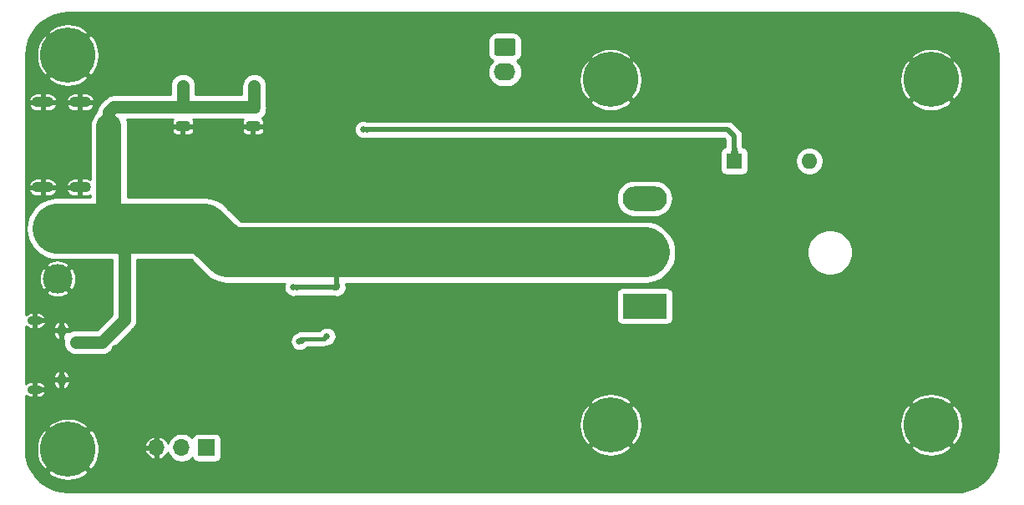
<source format=gbr>
%TF.GenerationSoftware,KiCad,Pcbnew,(5.1.9)-1*%
%TF.CreationDate,2021-04-23T16:32:12+08:00*%
%TF.ProjectId,DC-Load-Analog,44432d4c-6f61-4642-9d41-6e616c6f672e,rev?*%
%TF.SameCoordinates,Original*%
%TF.FileFunction,Copper,L2,Bot*%
%TF.FilePolarity,Positive*%
%FSLAX46Y46*%
G04 Gerber Fmt 4.6, Leading zero omitted, Abs format (unit mm)*
G04 Created by KiCad (PCBNEW (5.1.9)-1) date 2021-04-23 16:32:12*
%MOMM*%
%LPD*%
G01*
G04 APERTURE LIST*
%TA.AperFunction,ComponentPad*%
%ADD10C,5.600000*%
%TD*%
%TA.AperFunction,ComponentPad*%
%ADD11O,4.500000X2.500000*%
%TD*%
%TA.AperFunction,ComponentPad*%
%ADD12R,4.500000X2.500000*%
%TD*%
%TA.AperFunction,ComponentPad*%
%ADD13O,1.600000X1.600000*%
%TD*%
%TA.AperFunction,ComponentPad*%
%ADD14R,1.600000X1.600000*%
%TD*%
%TA.AperFunction,ComponentPad*%
%ADD15O,1.700000X1.700000*%
%TD*%
%TA.AperFunction,ComponentPad*%
%ADD16R,1.700000X1.700000*%
%TD*%
%TA.AperFunction,ComponentPad*%
%ADD17C,3.000000*%
%TD*%
%TA.AperFunction,ComponentPad*%
%ADD18R,3.000000X3.000000*%
%TD*%
%TA.AperFunction,ComponentPad*%
%ADD19O,1.550000X0.890000*%
%TD*%
%TA.AperFunction,ComponentPad*%
%ADD20O,0.950000X1.250000*%
%TD*%
%TA.AperFunction,ComponentPad*%
%ADD21O,2.200000X1.100000*%
%TD*%
%TA.AperFunction,ComponentPad*%
%ADD22O,2.190000X1.740000*%
%TD*%
%TA.AperFunction,ViaPad*%
%ADD23C,0.635000*%
%TD*%
%TA.AperFunction,ViaPad*%
%ADD24C,0.800000*%
%TD*%
%TA.AperFunction,ViaPad*%
%ADD25C,1.270000*%
%TD*%
%TA.AperFunction,Conductor*%
%ADD26C,5.080000*%
%TD*%
%TA.AperFunction,Conductor*%
%ADD27C,1.270000*%
%TD*%
%TA.AperFunction,Conductor*%
%ADD28C,2.540000*%
%TD*%
%TA.AperFunction,Conductor*%
%ADD29C,0.508000*%
%TD*%
%TA.AperFunction,Conductor*%
%ADD30C,0.381000*%
%TD*%
%TA.AperFunction,Conductor*%
%ADD31C,0.254000*%
%TD*%
%TA.AperFunction,Conductor*%
%ADD32C,0.100000*%
%TD*%
%TA.AperFunction,Conductor*%
%ADD33C,0.025400*%
%TD*%
G04 APERTURE END LIST*
D10*
%TO.P,H6,1*%
%TO.N,GND*%
X180000000Y-97500000D03*
%TD*%
%TO.P,H5,1*%
%TO.N,GND*%
X180000000Y-62500000D03*
%TD*%
%TO.P,H4,1*%
%TO.N,GND*%
X212500000Y-97500000D03*
%TD*%
%TO.P,H3,1*%
%TO.N,GND*%
X125000000Y-60000000D03*
%TD*%
%TO.P,H2,1*%
%TO.N,GND*%
X212500000Y-62500000D03*
%TD*%
%TO.P,H1,1*%
%TO.N,GND*%
X125000000Y-100000000D03*
%TD*%
D11*
%TO.P,Q2,3*%
%TO.N,Net-(Q2-Pad3)*%
X183450000Y-74550000D03*
%TO.P,Q2,2*%
%TO.N,VCC*%
X183450000Y-80000000D03*
D12*
%TO.P,Q2,1*%
%TO.N,Net-(Q2-Pad1)*%
X183450000Y-85450000D03*
%TD*%
D13*
%TO.P,TH1,2*%
%TO.N,Net-(Q1-Pad1)*%
X200152000Y-70739000D03*
D14*
%TO.P,TH1,1*%
%TO.N,+5V*%
X192532000Y-70739000D03*
%TD*%
D15*
%TO.P,RV1,3*%
%TO.N,GND*%
X133985000Y-99822000D03*
%TO.P,RV1,2*%
%TO.N,Net-(C5-Pad1)*%
X136525000Y-99822000D03*
D16*
%TO.P,RV1,1*%
%TO.N,Net-(R7-Pad1)*%
X139065000Y-99822000D03*
%TD*%
D17*
%TO.P,J4,2*%
%TO.N,GND*%
X123952000Y-82677000D03*
D18*
%TO.P,J4,1*%
%TO.N,VCC*%
X123952000Y-77597000D03*
%TD*%
D19*
%TO.P,J3,6*%
%TO.N,GND*%
X121636000Y-93924000D03*
X121636000Y-86924000D03*
D20*
X124336000Y-92924000D03*
X124336000Y-87924000D03*
%TD*%
D21*
%TO.P,J2,S4*%
%TO.N,GND*%
X122438000Y-73408000D03*
%TO.P,J2,S3*%
X122438000Y-64768000D03*
%TO.P,J2,S2*%
X126238000Y-73408000D03*
%TO.P,J2,S1*%
X126238000Y-64768000D03*
%TD*%
D22*
%TO.P,J1,2*%
%TO.N,Net-(J1-Pad2)*%
X169291000Y-61722000D03*
%TO.P,J1,1*%
%TO.N,+5V*%
%TA.AperFunction,ComponentPad*%
G36*
G01*
X168445999Y-58312000D02*
X170136001Y-58312000D01*
G75*
G02*
X170386000Y-58561999I0J-249999D01*
G01*
X170386000Y-59802001D01*
G75*
G02*
X170136001Y-60052000I-249999J0D01*
G01*
X168445999Y-60052000D01*
G75*
G02*
X168196000Y-59802001I0J249999D01*
G01*
X168196000Y-58561999D01*
G75*
G02*
X168445999Y-58312000I249999J0D01*
G01*
G37*
%TD.AperFunction*%
%TD*%
%TO.P,C3,2*%
%TO.N,GND*%
%TA.AperFunction,SMDPad,CuDef*%
G36*
G01*
X143313999Y-66694000D02*
X144214001Y-66694000D01*
G75*
G02*
X144464000Y-66943999I0J-249999D01*
G01*
X144464000Y-67469001D01*
G75*
G02*
X144214001Y-67719000I-249999J0D01*
G01*
X143313999Y-67719000D01*
G75*
G02*
X143064000Y-67469001I0J249999D01*
G01*
X143064000Y-66943999D01*
G75*
G02*
X143313999Y-66694000I249999J0D01*
G01*
G37*
%TD.AperFunction*%
%TO.P,C3,1*%
%TO.N,VCC*%
%TA.AperFunction,SMDPad,CuDef*%
G36*
G01*
X143313999Y-64869000D02*
X144214001Y-64869000D01*
G75*
G02*
X144464000Y-65118999I0J-249999D01*
G01*
X144464000Y-65644001D01*
G75*
G02*
X144214001Y-65894000I-249999J0D01*
G01*
X143313999Y-65894000D01*
G75*
G02*
X143064000Y-65644001I0J249999D01*
G01*
X143064000Y-65118999D01*
G75*
G02*
X143313999Y-64869000I249999J0D01*
G01*
G37*
%TD.AperFunction*%
%TD*%
%TO.P,C1,2*%
%TO.N,GND*%
%TA.AperFunction,SMDPad,CuDef*%
G36*
G01*
X136201999Y-66694000D02*
X137102001Y-66694000D01*
G75*
G02*
X137352000Y-66943999I0J-249999D01*
G01*
X137352000Y-67469001D01*
G75*
G02*
X137102001Y-67719000I-249999J0D01*
G01*
X136201999Y-67719000D01*
G75*
G02*
X135952000Y-67469001I0J249999D01*
G01*
X135952000Y-66943999D01*
G75*
G02*
X136201999Y-66694000I249999J0D01*
G01*
G37*
%TD.AperFunction*%
%TO.P,C1,1*%
%TO.N,VCC*%
%TA.AperFunction,SMDPad,CuDef*%
G36*
G01*
X136201999Y-64869000D02*
X137102001Y-64869000D01*
G75*
G02*
X137352000Y-65118999I0J-249999D01*
G01*
X137352000Y-65644001D01*
G75*
G02*
X137102001Y-65894000I-249999J0D01*
G01*
X136201999Y-65894000D01*
G75*
G02*
X135952000Y-65644001I0J249999D01*
G01*
X135952000Y-65118999D01*
G75*
G02*
X136201999Y-64869000I249999J0D01*
G01*
G37*
%TD.AperFunction*%
%TD*%
D23*
%TO.N,GND*%
X141097000Y-63754000D03*
X143891000Y-86868000D03*
X145923000Y-73787000D03*
X161290000Y-62738000D03*
X149987000Y-59182000D03*
X134112000Y-68326000D03*
X134112000Y-69850000D03*
D24*
X135152000Y-60833000D03*
X142391000Y-60857000D03*
D23*
X144272000Y-74549000D03*
X144907000Y-73787000D03*
X144907000Y-75311000D03*
X145923000Y-75311000D03*
X145415000Y-74549000D03*
X147343500Y-62865000D03*
D25*
X185000000Y-60000000D03*
X190000000Y-60000000D03*
X195000000Y-60000000D03*
X200000000Y-60000000D03*
X205000000Y-60000000D03*
X210000000Y-60000000D03*
X215000000Y-65000000D03*
X215000000Y-70000000D03*
X215000000Y-75000000D03*
X215000000Y-80000000D03*
X215000000Y-85000000D03*
X215000000Y-90000000D03*
X215000000Y-95000000D03*
X210000000Y-100000000D03*
X200000000Y-100000000D03*
X205000000Y-100000000D03*
X195000000Y-100000000D03*
X190000000Y-100000000D03*
X185000000Y-100000000D03*
X175000000Y-100000000D03*
X170000000Y-100000000D03*
X165000000Y-100000000D03*
X160000000Y-100000000D03*
X155000000Y-100000000D03*
X150000000Y-100000000D03*
X145000000Y-100000000D03*
X145000000Y-95000000D03*
X150000000Y-95000000D03*
X155000000Y-95000000D03*
X160000000Y-95000000D03*
X165000000Y-95000000D03*
X170000000Y-95000000D03*
X170000000Y-90000000D03*
X165000000Y-90000000D03*
X160000000Y-90000000D03*
X155000000Y-90000000D03*
X140000000Y-85000000D03*
X135000000Y-90000000D03*
X135000000Y-85000000D03*
X130000000Y-90000000D03*
X130000000Y-95000000D03*
X135000000Y-95000000D03*
X130000000Y-100000000D03*
X185000000Y-70000000D03*
X180000000Y-70000000D03*
X175000000Y-70000000D03*
X170000000Y-70000000D03*
X165000000Y-70000000D03*
X160000000Y-70000000D03*
X155000000Y-70000000D03*
X150000000Y-70000000D03*
X145000000Y-70000000D03*
X140000000Y-70000000D03*
X160000000Y-65000000D03*
X165000000Y-65000000D03*
X170000000Y-65000000D03*
X175000000Y-65000000D03*
X175000000Y-60000000D03*
X185000000Y-65000000D03*
X190000000Y-65000000D03*
X195000000Y-65000000D03*
X200000000Y-65000000D03*
X205000000Y-70000000D03*
X205000000Y-65000000D03*
X210000000Y-70000000D03*
X210000000Y-75000000D03*
X210000000Y-80000000D03*
X210000000Y-85000000D03*
X210000000Y-90000000D03*
X210000000Y-95000000D03*
X205000000Y-95000000D03*
X200000000Y-95000000D03*
X195000000Y-95000000D03*
X190000000Y-95000000D03*
X185000000Y-95000000D03*
X175000000Y-95000000D03*
X175000000Y-90000000D03*
X180000000Y-90000000D03*
X185000000Y-90000000D03*
X190000000Y-90000000D03*
X195000000Y-90000000D03*
X200000000Y-90000000D03*
X205000000Y-90000000D03*
X150000000Y-65000000D03*
X130000000Y-60000000D03*
X152500000Y-62500000D03*
X140000000Y-87500000D03*
X132500000Y-72500000D03*
X137500000Y-72500000D03*
X142500000Y-72500000D03*
D23*
%TO.N,VCC*%
X147828000Y-83566000D03*
X152273000Y-83566000D03*
D24*
X129794000Y-67564000D03*
X129794000Y-70612000D03*
X128651000Y-67564000D03*
X128651000Y-70608000D03*
X125801600Y-89124000D03*
X136652000Y-63119000D03*
X143891000Y-63119000D03*
D23*
%TO.N,+5V*%
X154956000Y-67548000D03*
%TO.N,Net-(R5-Pad1)*%
X148463000Y-89027000D03*
X151257000Y-88519000D03*
%TD*%
D26*
%TO.N,VCC*%
X179388001Y-80000000D02*
X183450000Y-80000000D01*
X179378001Y-80010000D02*
X179388001Y-80000000D01*
X123952000Y-77597000D02*
X127381000Y-77597000D01*
D27*
X136652000Y-65278000D02*
X143891000Y-65278000D01*
X143891000Y-65278000D02*
X143891000Y-63119000D01*
X130733800Y-79984600D02*
X128346200Y-77597000D01*
X130733800Y-86842600D02*
X130733800Y-79984600D01*
X128452400Y-89124000D02*
X130733800Y-86842600D01*
X125801600Y-89124000D02*
X128452400Y-89124000D01*
D26*
X127381000Y-77597000D02*
X128346200Y-77597000D01*
D27*
X136652000Y-63119000D02*
X136652000Y-65278000D01*
X128897000Y-68453000D02*
X128905000Y-68453000D01*
D28*
X129159000Y-75819000D02*
X127381000Y-77597000D01*
X129159000Y-67183000D02*
X129159000Y-75819000D01*
D27*
X129159000Y-65786000D02*
X129159000Y-67183000D01*
X129667000Y-65278000D02*
X129159000Y-65786000D01*
X136652000Y-65278000D02*
X129667000Y-65278000D01*
D29*
X152273000Y-82042000D02*
X154305000Y-80010000D01*
X152273000Y-83566000D02*
X152273000Y-82042000D01*
D26*
X167132000Y-80010000D02*
X179378001Y-80010000D01*
X141224000Y-80010000D02*
X167132000Y-80010000D01*
X138811000Y-77597000D02*
X141224000Y-80010000D01*
X128346200Y-77597000D02*
X138811000Y-77597000D01*
D29*
X152273000Y-83566000D02*
X147828000Y-83566000D01*
%TO.N,+5V*%
X192532000Y-68199000D02*
X192532000Y-70739000D01*
X191881000Y-67548000D02*
X192532000Y-68199000D01*
X154956000Y-67548000D02*
X191881000Y-67548000D01*
D30*
%TO.N,Net-(R5-Pad1)*%
X151003000Y-88773000D02*
X151257000Y-88519000D01*
X148590000Y-88773000D02*
X151003000Y-88773000D01*
X148463000Y-88900000D02*
X148590000Y-88773000D01*
%TD*%
D31*
%TO.N,GND*%
X215759192Y-55780578D02*
X216494389Y-55981705D01*
X217182351Y-56309846D01*
X217801331Y-56754628D01*
X218331761Y-57301988D01*
X218756884Y-57934639D01*
X219063251Y-58632561D01*
X219242499Y-59379183D01*
X219290001Y-60026044D01*
X219290000Y-99968382D01*
X219219422Y-100759193D01*
X219018295Y-101494389D01*
X218690152Y-102182355D01*
X218245374Y-102801328D01*
X217698012Y-103331761D01*
X217065362Y-103756883D01*
X216367439Y-104063251D01*
X215620819Y-104242499D01*
X214973970Y-104290000D01*
X125031618Y-104290000D01*
X124240807Y-104219422D01*
X123505611Y-104018295D01*
X122817645Y-103690152D01*
X122198672Y-103245374D01*
X121668239Y-102698012D01*
X121387885Y-102280800D01*
X122898805Y-102280800D01*
X123225437Y-102658541D01*
X123778190Y-102953659D01*
X124377897Y-103135268D01*
X125001510Y-103196391D01*
X125625066Y-103134679D01*
X126224601Y-102952502D01*
X126774563Y-102658541D01*
X127101195Y-102280800D01*
X125000000Y-100179605D01*
X122898805Y-102280800D01*
X121387885Y-102280800D01*
X121243117Y-102065362D01*
X120936749Y-101367439D01*
X120757501Y-100620819D01*
X120712023Y-100001510D01*
X121803609Y-100001510D01*
X121865321Y-100625066D01*
X122047498Y-101224601D01*
X122341459Y-101774563D01*
X122719200Y-102101195D01*
X124820395Y-100000000D01*
X125179605Y-100000000D01*
X127280800Y-102101195D01*
X127658541Y-101774563D01*
X127953659Y-101221810D01*
X128135268Y-100622103D01*
X128182620Y-100138981D01*
X132795505Y-100138981D01*
X132880201Y-100364949D01*
X133007353Y-100570052D01*
X133172076Y-100746408D01*
X133368039Y-100887239D01*
X133587712Y-100987134D01*
X133668020Y-101011489D01*
X133858000Y-100950627D01*
X133858000Y-99949000D01*
X132855813Y-99949000D01*
X132795505Y-100138981D01*
X128182620Y-100138981D01*
X128196391Y-99998490D01*
X128147554Y-99505019D01*
X132795505Y-99505019D01*
X132855813Y-99695000D01*
X133858000Y-99695000D01*
X133858000Y-98693373D01*
X134112000Y-98693373D01*
X134112000Y-99695000D01*
X134132000Y-99695000D01*
X134132000Y-99949000D01*
X134112000Y-99949000D01*
X134112000Y-100950627D01*
X134301980Y-101011489D01*
X134382288Y-100987134D01*
X134601961Y-100887239D01*
X134797924Y-100746408D01*
X134962647Y-100570052D01*
X135089799Y-100364949D01*
X135114855Y-100298100D01*
X135209010Y-100525411D01*
X135371525Y-100768632D01*
X135578368Y-100975475D01*
X135821589Y-101137990D01*
X136091842Y-101249932D01*
X136378740Y-101307000D01*
X136671260Y-101307000D01*
X136958158Y-101249932D01*
X137228411Y-101137990D01*
X137471632Y-100975475D01*
X137603487Y-100843620D01*
X137625498Y-100916180D01*
X137684463Y-101026494D01*
X137763815Y-101123185D01*
X137860506Y-101202537D01*
X137970820Y-101261502D01*
X138090518Y-101297812D01*
X138215000Y-101310072D01*
X139915000Y-101310072D01*
X140039482Y-101297812D01*
X140159180Y-101261502D01*
X140269494Y-101202537D01*
X140366185Y-101123185D01*
X140445537Y-101026494D01*
X140504502Y-100916180D01*
X140540812Y-100796482D01*
X140553072Y-100672000D01*
X140553072Y-99780800D01*
X177898805Y-99780800D01*
X178225437Y-100158541D01*
X178778190Y-100453659D01*
X179377897Y-100635268D01*
X180001510Y-100696391D01*
X180625066Y-100634679D01*
X181224601Y-100452502D01*
X181774563Y-100158541D01*
X182101195Y-99780800D01*
X210398805Y-99780800D01*
X210725437Y-100158541D01*
X211278190Y-100453659D01*
X211877897Y-100635268D01*
X212501510Y-100696391D01*
X213125066Y-100634679D01*
X213724601Y-100452502D01*
X214274563Y-100158541D01*
X214601195Y-99780800D01*
X212500000Y-97679605D01*
X210398805Y-99780800D01*
X182101195Y-99780800D01*
X180000000Y-97679605D01*
X177898805Y-99780800D01*
X140553072Y-99780800D01*
X140553072Y-98972000D01*
X140540812Y-98847518D01*
X140504502Y-98727820D01*
X140445537Y-98617506D01*
X140366185Y-98520815D01*
X140269494Y-98441463D01*
X140159180Y-98382498D01*
X140039482Y-98346188D01*
X139915000Y-98333928D01*
X138215000Y-98333928D01*
X138090518Y-98346188D01*
X137970820Y-98382498D01*
X137860506Y-98441463D01*
X137763815Y-98520815D01*
X137684463Y-98617506D01*
X137625498Y-98727820D01*
X137603487Y-98800380D01*
X137471632Y-98668525D01*
X137228411Y-98506010D01*
X136958158Y-98394068D01*
X136671260Y-98337000D01*
X136378740Y-98337000D01*
X136091842Y-98394068D01*
X135821589Y-98506010D01*
X135578368Y-98668525D01*
X135371525Y-98875368D01*
X135209010Y-99118589D01*
X135114855Y-99345900D01*
X135089799Y-99279051D01*
X134962647Y-99073948D01*
X134797924Y-98897592D01*
X134601961Y-98756761D01*
X134382288Y-98656866D01*
X134301980Y-98632511D01*
X134112000Y-98693373D01*
X133858000Y-98693373D01*
X133668020Y-98632511D01*
X133587712Y-98656866D01*
X133368039Y-98756761D01*
X133172076Y-98897592D01*
X133007353Y-99073948D01*
X132880201Y-99279051D01*
X132795505Y-99505019D01*
X128147554Y-99505019D01*
X128134679Y-99374934D01*
X127952502Y-98775399D01*
X127658541Y-98225437D01*
X127280800Y-97898805D01*
X125179605Y-100000000D01*
X124820395Y-100000000D01*
X122719200Y-97898805D01*
X122341459Y-98225437D01*
X122046341Y-98778190D01*
X121864732Y-99377897D01*
X121803609Y-100001510D01*
X120712023Y-100001510D01*
X120710000Y-99973970D01*
X120710000Y-97719200D01*
X122898805Y-97719200D01*
X125000000Y-99820395D01*
X127101195Y-97719200D01*
X126912959Y-97501510D01*
X176803609Y-97501510D01*
X176865321Y-98125066D01*
X177047498Y-98724601D01*
X177341459Y-99274563D01*
X177719200Y-99601195D01*
X179820395Y-97500000D01*
X180179605Y-97500000D01*
X182280800Y-99601195D01*
X182658541Y-99274563D01*
X182953659Y-98721810D01*
X183135268Y-98122103D01*
X183196094Y-97501510D01*
X209303609Y-97501510D01*
X209365321Y-98125066D01*
X209547498Y-98724601D01*
X209841459Y-99274563D01*
X210219200Y-99601195D01*
X212320395Y-97500000D01*
X212679605Y-97500000D01*
X214780800Y-99601195D01*
X215158541Y-99274563D01*
X215453659Y-98721810D01*
X215635268Y-98122103D01*
X215696391Y-97498490D01*
X215634679Y-96874934D01*
X215452502Y-96275399D01*
X215158541Y-95725437D01*
X214780800Y-95398805D01*
X212679605Y-97500000D01*
X212320395Y-97500000D01*
X210219200Y-95398805D01*
X209841459Y-95725437D01*
X209546341Y-96278190D01*
X209364732Y-96877897D01*
X209303609Y-97501510D01*
X183196094Y-97501510D01*
X183196391Y-97498490D01*
X183134679Y-96874934D01*
X182952502Y-96275399D01*
X182658541Y-95725437D01*
X182280800Y-95398805D01*
X180179605Y-97500000D01*
X179820395Y-97500000D01*
X177719200Y-95398805D01*
X177341459Y-95725437D01*
X177046341Y-96278190D01*
X176864732Y-96877897D01*
X176803609Y-97501510D01*
X126912959Y-97501510D01*
X126774563Y-97341459D01*
X126221810Y-97046341D01*
X125622103Y-96864732D01*
X124998490Y-96803609D01*
X124374934Y-96865321D01*
X123775399Y-97047498D01*
X123225437Y-97341459D01*
X122898805Y-97719200D01*
X120710000Y-97719200D01*
X120710000Y-95219200D01*
X177898805Y-95219200D01*
X180000000Y-97320395D01*
X182101195Y-95219200D01*
X210398805Y-95219200D01*
X212500000Y-97320395D01*
X214601195Y-95219200D01*
X214274563Y-94841459D01*
X213721810Y-94546341D01*
X213122103Y-94364732D01*
X212498490Y-94303609D01*
X211874934Y-94365321D01*
X211275399Y-94547498D01*
X210725437Y-94841459D01*
X210398805Y-95219200D01*
X182101195Y-95219200D01*
X181774563Y-94841459D01*
X181221810Y-94546341D01*
X180622103Y-94364732D01*
X179998490Y-94303609D01*
X179374934Y-94365321D01*
X178775399Y-94547498D01*
X178225437Y-94841459D01*
X177898805Y-95219200D01*
X120710000Y-95219200D01*
X120710000Y-94505108D01*
X120741502Y-94540237D01*
X120872571Y-94638524D01*
X121020296Y-94709352D01*
X121179000Y-94750000D01*
X121509000Y-94750000D01*
X121509000Y-94051000D01*
X121763000Y-94051000D01*
X121763000Y-94750000D01*
X122093000Y-94750000D01*
X122251704Y-94709352D01*
X122399429Y-94638524D01*
X122530498Y-94540237D01*
X122639873Y-94418268D01*
X122723352Y-94277305D01*
X122752262Y-94177115D01*
X122685629Y-94051000D01*
X121763000Y-94051000D01*
X121509000Y-94051000D01*
X121489000Y-94051000D01*
X121489000Y-93797000D01*
X121509000Y-93797000D01*
X121509000Y-93098000D01*
X121763000Y-93098000D01*
X121763000Y-93797000D01*
X122685629Y-93797000D01*
X122752262Y-93670885D01*
X122723352Y-93570695D01*
X122639873Y-93429732D01*
X122530498Y-93307763D01*
X122399429Y-93209476D01*
X122349333Y-93185457D01*
X123485259Y-93185457D01*
X123523350Y-93349287D01*
X123592671Y-93502538D01*
X123690557Y-93639320D01*
X123813247Y-93754377D01*
X123956027Y-93843288D01*
X124078138Y-93890237D01*
X124209000Y-93824074D01*
X124209000Y-93051000D01*
X124463000Y-93051000D01*
X124463000Y-93824074D01*
X124593862Y-93890237D01*
X124715973Y-93843288D01*
X124858753Y-93754377D01*
X124981443Y-93639320D01*
X125079329Y-93502538D01*
X125148650Y-93349287D01*
X125186741Y-93185457D01*
X125098453Y-93051000D01*
X124463000Y-93051000D01*
X124209000Y-93051000D01*
X123573547Y-93051000D01*
X123485259Y-93185457D01*
X122349333Y-93185457D01*
X122251704Y-93138648D01*
X122093000Y-93098000D01*
X121763000Y-93098000D01*
X121509000Y-93098000D01*
X121179000Y-93098000D01*
X121020296Y-93138648D01*
X120872571Y-93209476D01*
X120741502Y-93307763D01*
X120710000Y-93342892D01*
X120710000Y-92662543D01*
X123485259Y-92662543D01*
X123573547Y-92797000D01*
X124209000Y-92797000D01*
X124209000Y-92023926D01*
X124463000Y-92023926D01*
X124463000Y-92797000D01*
X125098453Y-92797000D01*
X125186741Y-92662543D01*
X125148650Y-92498713D01*
X125079329Y-92345462D01*
X124981443Y-92208680D01*
X124858753Y-92093623D01*
X124715973Y-92004712D01*
X124593862Y-91957763D01*
X124463000Y-92023926D01*
X124209000Y-92023926D01*
X124078138Y-91957763D01*
X123956027Y-92004712D01*
X123813247Y-92093623D01*
X123690557Y-92208680D01*
X123592671Y-92345462D01*
X123523350Y-92498713D01*
X123485259Y-92662543D01*
X120710000Y-92662543D01*
X120710000Y-88185457D01*
X123485259Y-88185457D01*
X123523350Y-88349287D01*
X123592671Y-88502538D01*
X123690557Y-88639320D01*
X123813247Y-88754377D01*
X123956027Y-88843288D01*
X124078138Y-88890237D01*
X124209000Y-88824074D01*
X124209000Y-88051000D01*
X123573547Y-88051000D01*
X123485259Y-88185457D01*
X120710000Y-88185457D01*
X120710000Y-87505108D01*
X120741502Y-87540237D01*
X120872571Y-87638524D01*
X121020296Y-87709352D01*
X121179000Y-87750000D01*
X121509000Y-87750000D01*
X121509000Y-87051000D01*
X121763000Y-87051000D01*
X121763000Y-87750000D01*
X122093000Y-87750000D01*
X122251704Y-87709352D01*
X122349332Y-87662543D01*
X123485259Y-87662543D01*
X123573547Y-87797000D01*
X124209000Y-87797000D01*
X124209000Y-87023926D01*
X124463000Y-87023926D01*
X124463000Y-87797000D01*
X125098453Y-87797000D01*
X125186741Y-87662543D01*
X125148650Y-87498713D01*
X125079329Y-87345462D01*
X124981443Y-87208680D01*
X124858753Y-87093623D01*
X124715973Y-87004712D01*
X124593862Y-86957763D01*
X124463000Y-87023926D01*
X124209000Y-87023926D01*
X124078138Y-86957763D01*
X123956027Y-87004712D01*
X123813247Y-87093623D01*
X123690557Y-87208680D01*
X123592671Y-87345462D01*
X123523350Y-87498713D01*
X123485259Y-87662543D01*
X122349332Y-87662543D01*
X122399429Y-87638524D01*
X122530498Y-87540237D01*
X122639873Y-87418268D01*
X122723352Y-87277305D01*
X122752262Y-87177115D01*
X122685629Y-87051000D01*
X121763000Y-87051000D01*
X121509000Y-87051000D01*
X121489000Y-87051000D01*
X121489000Y-86797000D01*
X121509000Y-86797000D01*
X121509000Y-86098000D01*
X121763000Y-86098000D01*
X121763000Y-86797000D01*
X122685629Y-86797000D01*
X122752262Y-86670885D01*
X122723352Y-86570695D01*
X122639873Y-86429732D01*
X122530498Y-86307763D01*
X122399429Y-86209476D01*
X122251704Y-86138648D01*
X122093000Y-86098000D01*
X121763000Y-86098000D01*
X121509000Y-86098000D01*
X121179000Y-86098000D01*
X121020296Y-86138648D01*
X120872571Y-86209476D01*
X120741502Y-86307763D01*
X120710000Y-86342892D01*
X120710000Y-84032773D01*
X122775833Y-84032773D01*
X122946283Y-84277316D01*
X123277814Y-84442772D01*
X123635253Y-84540371D01*
X124004865Y-84566361D01*
X124372445Y-84519744D01*
X124723868Y-84402311D01*
X124957717Y-84277316D01*
X125128167Y-84032773D01*
X123952000Y-82856605D01*
X122775833Y-84032773D01*
X120710000Y-84032773D01*
X120710000Y-82729865D01*
X122062639Y-82729865D01*
X122109256Y-83097445D01*
X122226689Y-83448868D01*
X122351684Y-83682717D01*
X122596227Y-83853167D01*
X123772395Y-82677000D01*
X124131605Y-82677000D01*
X125307773Y-83853167D01*
X125552316Y-83682717D01*
X125717772Y-83351186D01*
X125815371Y-82993747D01*
X125841361Y-82624135D01*
X125794744Y-82256555D01*
X125677311Y-81905132D01*
X125552316Y-81671283D01*
X125307773Y-81500833D01*
X124131605Y-82677000D01*
X123772395Y-82677000D01*
X122596227Y-81500833D01*
X122351684Y-81671283D01*
X122186228Y-82002814D01*
X122088629Y-82360253D01*
X122062639Y-82729865D01*
X120710000Y-82729865D01*
X120710000Y-81321227D01*
X122775833Y-81321227D01*
X123952000Y-82497395D01*
X125128167Y-81321227D01*
X124957717Y-81076684D01*
X124626186Y-80911228D01*
X124268747Y-80813629D01*
X123899135Y-80787639D01*
X123531555Y-80834256D01*
X123180132Y-80951689D01*
X122946283Y-81076684D01*
X122775833Y-81321227D01*
X120710000Y-81321227D01*
X120710000Y-77597000D01*
X120761638Y-77597000D01*
X120822940Y-78219409D01*
X121004490Y-78817899D01*
X121299311Y-79369470D01*
X121696073Y-79852927D01*
X122179530Y-80249689D01*
X122731101Y-80544510D01*
X123329591Y-80726060D01*
X123796027Y-80772000D01*
X129463801Y-80772000D01*
X129463800Y-86316548D01*
X127926350Y-87854000D01*
X125739220Y-87854000D01*
X125552637Y-87872377D01*
X125313241Y-87944997D01*
X125102732Y-88057516D01*
X125098453Y-88051000D01*
X124463000Y-88051000D01*
X124463000Y-88824074D01*
X124551815Y-88868978D01*
X124549977Y-88875037D01*
X124525456Y-89124000D01*
X124549977Y-89372963D01*
X124622597Y-89612359D01*
X124740525Y-89832988D01*
X124899230Y-90026370D01*
X125092612Y-90185075D01*
X125313241Y-90303003D01*
X125552637Y-90375623D01*
X125739220Y-90394000D01*
X128390027Y-90394000D01*
X128452400Y-90400143D01*
X128514773Y-90394000D01*
X128514780Y-90394000D01*
X128701363Y-90375623D01*
X128940759Y-90303003D01*
X129161388Y-90185075D01*
X129354770Y-90026370D01*
X129394541Y-89977909D01*
X130439263Y-88933187D01*
X147510500Y-88933187D01*
X147510500Y-89120813D01*
X147547104Y-89304834D01*
X147618905Y-89478178D01*
X147723145Y-89634184D01*
X147855816Y-89766855D01*
X148011822Y-89871095D01*
X148185166Y-89942896D01*
X148369187Y-89979500D01*
X148556813Y-89979500D01*
X148740834Y-89942896D01*
X148914178Y-89871095D01*
X149070184Y-89766855D01*
X149139424Y-89697615D01*
X149139538Y-89697506D01*
X149139816Y-89697241D01*
X149139816Y-89697242D01*
X149140817Y-89696290D01*
X149140992Y-89696124D01*
X149141090Y-89696032D01*
X149141192Y-89695935D01*
X149141281Y-89695851D01*
X149142233Y-89694951D01*
X149142457Y-89694739D01*
X149143371Y-89693876D01*
X149144132Y-89693159D01*
X149144133Y-89693160D01*
X149145527Y-89691849D01*
X149145725Y-89691662D01*
X149146593Y-89690848D01*
X149147672Y-89689837D01*
X149147781Y-89689735D01*
X149149006Y-89688589D01*
X149149097Y-89688506D01*
X149150725Y-89686985D01*
X149150951Y-89686773D01*
X149151580Y-89686187D01*
X149151666Y-89686107D01*
X149151987Y-89685808D01*
X149153754Y-89684162D01*
X149155107Y-89682902D01*
X149156657Y-89681462D01*
X149156838Y-89681295D01*
X149158519Y-89679735D01*
X149160458Y-89677938D01*
X149160591Y-89677815D01*
X149162292Y-89676240D01*
X149162443Y-89676100D01*
X149164196Y-89674478D01*
X149166186Y-89672639D01*
X149166228Y-89672602D01*
X149168406Y-89670590D01*
X149168526Y-89670479D01*
X149170260Y-89668880D01*
X149172544Y-89666775D01*
X149172803Y-89666535D01*
X149174630Y-89664853D01*
X149174726Y-89664765D01*
X149177116Y-89662565D01*
X149177280Y-89662413D01*
X149178981Y-89660849D01*
X149179254Y-89660599D01*
X149181681Y-89658369D01*
X149184230Y-89656028D01*
X149184302Y-89655961D01*
X149186613Y-89653842D01*
X149186719Y-89653744D01*
X149189280Y-89651395D01*
X149191915Y-89648980D01*
X149194538Y-89646578D01*
X149194549Y-89646568D01*
X149197284Y-89644063D01*
X149197360Y-89643996D01*
X149200204Y-89641392D01*
X149202825Y-89638996D01*
X149203024Y-89638813D01*
X149205759Y-89636313D01*
X149205757Y-89636311D01*
X149205829Y-89636251D01*
X149208742Y-89633588D01*
X149208858Y-89633482D01*
X149211600Y-89630979D01*
X149211614Y-89630965D01*
X149211615Y-89630966D01*
X149214740Y-89628114D01*
X149214965Y-89627907D01*
X149217744Y-89625372D01*
X149217827Y-89625297D01*
X149221033Y-89622373D01*
X149221291Y-89622136D01*
X149224123Y-89619556D01*
X149227379Y-89616590D01*
X149227454Y-89616523D01*
X149230844Y-89613435D01*
X149234226Y-89610355D01*
X149237427Y-89607442D01*
X149240943Y-89604245D01*
X149240993Y-89604197D01*
X149244458Y-89601046D01*
X149247260Y-89598500D01*
X150962450Y-89598500D01*
X151003000Y-89602494D01*
X151043550Y-89598500D01*
X151043553Y-89598500D01*
X151164826Y-89586556D01*
X151320434Y-89539353D01*
X151463842Y-89462699D01*
X151485847Y-89444640D01*
X151534834Y-89434896D01*
X151708178Y-89363095D01*
X151864184Y-89258855D01*
X151996855Y-89126184D01*
X152101095Y-88970178D01*
X152172896Y-88796834D01*
X152209500Y-88612813D01*
X152209500Y-88425187D01*
X152172896Y-88241166D01*
X152101095Y-88067822D01*
X151996855Y-87911816D01*
X151864184Y-87779145D01*
X151708178Y-87674905D01*
X151534834Y-87603104D01*
X151350813Y-87566500D01*
X151163187Y-87566500D01*
X150979166Y-87603104D01*
X150805822Y-87674905D01*
X150649816Y-87779145D01*
X150517145Y-87911816D01*
X150493302Y-87947500D01*
X148630550Y-87947500D01*
X148589999Y-87943506D01*
X148549449Y-87947500D01*
X148549447Y-87947500D01*
X148428174Y-87959444D01*
X148272566Y-88006647D01*
X148129158Y-88083301D01*
X148003459Y-88186459D01*
X147999763Y-88190963D01*
X147855816Y-88287145D01*
X147723145Y-88419816D01*
X147618905Y-88575822D01*
X147547104Y-88749166D01*
X147510500Y-88933187D01*
X130439263Y-88933187D01*
X131587721Y-87784731D01*
X131636170Y-87744970D01*
X131675932Y-87696520D01*
X131675935Y-87696517D01*
X131723528Y-87638524D01*
X131794875Y-87551588D01*
X131912803Y-87330959D01*
X131985423Y-87091563D01*
X132003800Y-86904980D01*
X132003800Y-86904979D01*
X132009944Y-86842600D01*
X132003800Y-86780220D01*
X132003800Y-80772000D01*
X137495873Y-80772000D01*
X138868643Y-82144771D01*
X138968073Y-82265927D01*
X139451530Y-82662689D01*
X140003101Y-82957510D01*
X140601591Y-83139060D01*
X141068027Y-83185000D01*
X141068029Y-83185000D01*
X141223999Y-83200362D01*
X141379969Y-83185000D01*
X146954836Y-83185000D01*
X146912104Y-83288166D01*
X146875500Y-83472187D01*
X146875500Y-83659813D01*
X146912104Y-83843834D01*
X146983905Y-84017178D01*
X147088145Y-84173184D01*
X147220816Y-84305855D01*
X147376822Y-84410095D01*
X147550166Y-84481896D01*
X147734187Y-84518500D01*
X147921813Y-84518500D01*
X148105834Y-84481896D01*
X148170767Y-84455000D01*
X151930233Y-84455000D01*
X151995166Y-84481896D01*
X152179187Y-84518500D01*
X152366813Y-84518500D01*
X152550834Y-84481896D01*
X152724178Y-84410095D01*
X152880184Y-84305855D01*
X152986039Y-84200000D01*
X180561928Y-84200000D01*
X180561928Y-86700000D01*
X180574188Y-86824482D01*
X180610498Y-86944180D01*
X180669463Y-87054494D01*
X180748815Y-87151185D01*
X180845506Y-87230537D01*
X180955820Y-87289502D01*
X181075518Y-87325812D01*
X181200000Y-87338072D01*
X185700000Y-87338072D01*
X185824482Y-87325812D01*
X185944180Y-87289502D01*
X186054494Y-87230537D01*
X186151185Y-87151185D01*
X186230537Y-87054494D01*
X186289502Y-86944180D01*
X186325812Y-86824482D01*
X186338072Y-86700000D01*
X186338072Y-84200000D01*
X186325812Y-84075518D01*
X186289502Y-83955820D01*
X186230537Y-83845506D01*
X186151185Y-83748815D01*
X186054494Y-83669463D01*
X185944180Y-83610498D01*
X185824482Y-83574188D01*
X185700000Y-83561928D01*
X181200000Y-83561928D01*
X181075518Y-83574188D01*
X180955820Y-83610498D01*
X180845506Y-83669463D01*
X180748815Y-83748815D01*
X180669463Y-83845506D01*
X180610498Y-83955820D01*
X180574188Y-84075518D01*
X180561928Y-84200000D01*
X152986039Y-84200000D01*
X153012855Y-84173184D01*
X153117095Y-84017178D01*
X153188896Y-83843834D01*
X153225500Y-83659813D01*
X153225500Y-83472187D01*
X153188896Y-83288166D01*
X153162000Y-83223233D01*
X153162000Y-83185000D01*
X179222031Y-83185000D01*
X179378001Y-83200362D01*
X179533971Y-83185000D01*
X179533974Y-83185000D01*
X179635506Y-83175000D01*
X183605973Y-83175000D01*
X184072409Y-83129060D01*
X184670899Y-82947510D01*
X185222470Y-82652689D01*
X185705927Y-82255927D01*
X186102689Y-81772470D01*
X186397510Y-81220899D01*
X186579060Y-80622409D01*
X186640362Y-80000000D01*
X186617712Y-79770023D01*
X199915000Y-79770023D01*
X199915000Y-80229977D01*
X200004733Y-80681094D01*
X200180750Y-81106037D01*
X200436287Y-81488476D01*
X200761524Y-81813713D01*
X201143963Y-82069250D01*
X201568906Y-82245267D01*
X202020023Y-82335000D01*
X202479977Y-82335000D01*
X202931094Y-82245267D01*
X203356037Y-82069250D01*
X203738476Y-81813713D01*
X204063713Y-81488476D01*
X204319250Y-81106037D01*
X204495267Y-80681094D01*
X204585000Y-80229977D01*
X204585000Y-79770023D01*
X204495267Y-79318906D01*
X204319250Y-78893963D01*
X204063713Y-78511524D01*
X203738476Y-78186287D01*
X203356037Y-77930750D01*
X202931094Y-77754733D01*
X202479977Y-77665000D01*
X202020023Y-77665000D01*
X201568906Y-77754733D01*
X201143963Y-77930750D01*
X200761524Y-78186287D01*
X200436287Y-78511524D01*
X200180750Y-78893963D01*
X200004733Y-79318906D01*
X199915000Y-79770023D01*
X186617712Y-79770023D01*
X186579060Y-79377591D01*
X186397510Y-78779101D01*
X186102689Y-78227530D01*
X185705927Y-77744073D01*
X185222470Y-77347311D01*
X184670899Y-77052490D01*
X184072409Y-76870940D01*
X183605973Y-76825000D01*
X179543970Y-76825000D01*
X179388000Y-76809638D01*
X179232030Y-76825000D01*
X179232028Y-76825000D01*
X179130496Y-76835000D01*
X142539128Y-76835000D01*
X141166361Y-75462234D01*
X141066927Y-75341073D01*
X140583470Y-74944311D01*
X140031899Y-74649490D01*
X139703925Y-74550000D01*
X180555880Y-74550000D01*
X180592275Y-74919524D01*
X180700061Y-75274848D01*
X180875097Y-75602317D01*
X181110655Y-75889345D01*
X181397683Y-76124903D01*
X181725152Y-76299939D01*
X182080476Y-76407725D01*
X182357403Y-76435000D01*
X184542597Y-76435000D01*
X184819524Y-76407725D01*
X185174848Y-76299939D01*
X185502317Y-76124903D01*
X185789345Y-75889345D01*
X186024903Y-75602317D01*
X186199939Y-75274848D01*
X186307725Y-74919524D01*
X186344120Y-74550000D01*
X186307725Y-74180476D01*
X186199939Y-73825152D01*
X186024903Y-73497683D01*
X185789345Y-73210655D01*
X185502317Y-72975097D01*
X185174848Y-72800061D01*
X184819524Y-72692275D01*
X184542597Y-72665000D01*
X182357403Y-72665000D01*
X182080476Y-72692275D01*
X181725152Y-72800061D01*
X181397683Y-72975097D01*
X181110655Y-73210655D01*
X180875097Y-73497683D01*
X180700061Y-73825152D01*
X180592275Y-74180476D01*
X180555880Y-74550000D01*
X139703925Y-74550000D01*
X139433409Y-74467940D01*
X138966973Y-74422000D01*
X138966970Y-74422000D01*
X138811000Y-74406638D01*
X138655030Y-74422000D01*
X131064000Y-74422000D01*
X131064000Y-67719000D01*
X135569157Y-67719000D01*
X135576513Y-67793689D01*
X135598299Y-67865508D01*
X135633678Y-67931696D01*
X135681289Y-67989711D01*
X135739304Y-68037322D01*
X135805492Y-68072701D01*
X135877311Y-68094487D01*
X135952000Y-68101843D01*
X136429750Y-68100000D01*
X136525000Y-68004750D01*
X136525000Y-67333500D01*
X136779000Y-67333500D01*
X136779000Y-68004750D01*
X136874250Y-68100000D01*
X137352000Y-68101843D01*
X137426689Y-68094487D01*
X137498508Y-68072701D01*
X137564696Y-68037322D01*
X137622711Y-67989711D01*
X137670322Y-67931696D01*
X137705701Y-67865508D01*
X137727487Y-67793689D01*
X137734843Y-67719000D01*
X142681157Y-67719000D01*
X142688513Y-67793689D01*
X142710299Y-67865508D01*
X142745678Y-67931696D01*
X142793289Y-67989711D01*
X142851304Y-68037322D01*
X142917492Y-68072701D01*
X142989311Y-68094487D01*
X143064000Y-68101843D01*
X143541750Y-68100000D01*
X143637000Y-68004750D01*
X143637000Y-67333500D01*
X143891000Y-67333500D01*
X143891000Y-68004750D01*
X143986250Y-68100000D01*
X144464000Y-68101843D01*
X144538689Y-68094487D01*
X144610508Y-68072701D01*
X144676696Y-68037322D01*
X144734711Y-67989711D01*
X144782322Y-67931696D01*
X144817701Y-67865508D01*
X144839487Y-67793689D01*
X144846843Y-67719000D01*
X144845162Y-67454187D01*
X154003500Y-67454187D01*
X154003500Y-67641813D01*
X154040104Y-67825834D01*
X154111905Y-67999178D01*
X154216145Y-68155184D01*
X154348816Y-68287855D01*
X154504822Y-68392095D01*
X154678166Y-68463896D01*
X154862187Y-68500500D01*
X155049813Y-68500500D01*
X155233834Y-68463896D01*
X155298767Y-68437000D01*
X191512765Y-68437000D01*
X191643000Y-68567236D01*
X191643000Y-69309693D01*
X191607518Y-69313188D01*
X191487820Y-69349498D01*
X191377506Y-69408463D01*
X191280815Y-69487815D01*
X191201463Y-69584506D01*
X191142498Y-69694820D01*
X191106188Y-69814518D01*
X191093928Y-69939000D01*
X191093928Y-71539000D01*
X191106188Y-71663482D01*
X191142498Y-71783180D01*
X191201463Y-71893494D01*
X191280815Y-71990185D01*
X191377506Y-72069537D01*
X191487820Y-72128502D01*
X191607518Y-72164812D01*
X191732000Y-72177072D01*
X193332000Y-72177072D01*
X193456482Y-72164812D01*
X193576180Y-72128502D01*
X193686494Y-72069537D01*
X193783185Y-71990185D01*
X193862537Y-71893494D01*
X193921502Y-71783180D01*
X193957812Y-71663482D01*
X193970072Y-71539000D01*
X193970072Y-70597665D01*
X198717000Y-70597665D01*
X198717000Y-70880335D01*
X198772147Y-71157574D01*
X198880320Y-71418727D01*
X199037363Y-71653759D01*
X199237241Y-71853637D01*
X199472273Y-72010680D01*
X199733426Y-72118853D01*
X200010665Y-72174000D01*
X200293335Y-72174000D01*
X200570574Y-72118853D01*
X200831727Y-72010680D01*
X201066759Y-71853637D01*
X201266637Y-71653759D01*
X201423680Y-71418727D01*
X201531853Y-71157574D01*
X201587000Y-70880335D01*
X201587000Y-70597665D01*
X201531853Y-70320426D01*
X201423680Y-70059273D01*
X201266637Y-69824241D01*
X201066759Y-69624363D01*
X200831727Y-69467320D01*
X200570574Y-69359147D01*
X200293335Y-69304000D01*
X200010665Y-69304000D01*
X199733426Y-69359147D01*
X199472273Y-69467320D01*
X199237241Y-69624363D01*
X199037363Y-69824241D01*
X198880320Y-70059273D01*
X198772147Y-70320426D01*
X198717000Y-70597665D01*
X193970072Y-70597665D01*
X193970072Y-69939000D01*
X193957812Y-69814518D01*
X193921502Y-69694820D01*
X193862537Y-69584506D01*
X193783185Y-69487815D01*
X193686494Y-69408463D01*
X193576180Y-69349498D01*
X193456482Y-69313188D01*
X193421000Y-69309693D01*
X193421000Y-68242659D01*
X193425300Y-68198999D01*
X193421000Y-68155339D01*
X193421000Y-68155333D01*
X193408136Y-68024726D01*
X193402077Y-68004750D01*
X193359957Y-67865898D01*
X193357303Y-67857149D01*
X193274753Y-67702709D01*
X193163659Y-67567341D01*
X193129742Y-67539506D01*
X192540498Y-66950263D01*
X192512659Y-66916341D01*
X192377291Y-66805247D01*
X192222851Y-66722697D01*
X192055274Y-66671864D01*
X191924667Y-66659000D01*
X191924660Y-66659000D01*
X191881000Y-66654700D01*
X191837340Y-66659000D01*
X155298767Y-66659000D01*
X155233834Y-66632104D01*
X155049813Y-66595500D01*
X154862187Y-66595500D01*
X154678166Y-66632104D01*
X154504822Y-66703905D01*
X154348816Y-66808145D01*
X154216145Y-66940816D01*
X154111905Y-67096822D01*
X154040104Y-67270166D01*
X154003500Y-67454187D01*
X144845162Y-67454187D01*
X144845000Y-67428750D01*
X144749750Y-67333500D01*
X143891000Y-67333500D01*
X143637000Y-67333500D01*
X142778250Y-67333500D01*
X142683000Y-67428750D01*
X142681157Y-67719000D01*
X137734843Y-67719000D01*
X137733000Y-67428750D01*
X137637750Y-67333500D01*
X136779000Y-67333500D01*
X136525000Y-67333500D01*
X135666250Y-67333500D01*
X135571000Y-67428750D01*
X135569157Y-67719000D01*
X131064000Y-67719000D01*
X131064000Y-67089418D01*
X131036436Y-66809555D01*
X130957094Y-66548000D01*
X135598145Y-66548000D01*
X135576513Y-66619311D01*
X135569157Y-66694000D01*
X135571000Y-66984250D01*
X135666250Y-67079500D01*
X136525000Y-67079500D01*
X136525000Y-67059500D01*
X136779000Y-67059500D01*
X136779000Y-67079500D01*
X137637750Y-67079500D01*
X137733000Y-66984250D01*
X137734843Y-66694000D01*
X137727487Y-66619311D01*
X137705855Y-66548000D01*
X142710145Y-66548000D01*
X142688513Y-66619311D01*
X142681157Y-66694000D01*
X142683000Y-66984250D01*
X142778250Y-67079500D01*
X143637000Y-67079500D01*
X143637000Y-67059500D01*
X143891000Y-67059500D01*
X143891000Y-67079500D01*
X144749750Y-67079500D01*
X144845000Y-66984250D01*
X144846843Y-66694000D01*
X144839487Y-66619311D01*
X144817701Y-66547492D01*
X144782322Y-66481304D01*
X144734711Y-66423289D01*
X144693765Y-66389686D01*
X144707387Y-66382405D01*
X144841962Y-66271962D01*
X144952405Y-66137387D01*
X145034472Y-65983851D01*
X145085008Y-65817255D01*
X145099645Y-65668642D01*
X145142623Y-65526963D01*
X145167144Y-65278000D01*
X145161000Y-65215620D01*
X145161000Y-64780800D01*
X177898805Y-64780800D01*
X178225437Y-65158541D01*
X178778190Y-65453659D01*
X179377897Y-65635268D01*
X180001510Y-65696391D01*
X180625066Y-65634679D01*
X181224601Y-65452502D01*
X181774563Y-65158541D01*
X182101195Y-64780800D01*
X210398805Y-64780800D01*
X210725437Y-65158541D01*
X211278190Y-65453659D01*
X211877897Y-65635268D01*
X212501510Y-65696391D01*
X213125066Y-65634679D01*
X213724601Y-65452502D01*
X214274563Y-65158541D01*
X214601195Y-64780800D01*
X212500000Y-62679605D01*
X210398805Y-64780800D01*
X182101195Y-64780800D01*
X180000000Y-62679605D01*
X177898805Y-64780800D01*
X145161000Y-64780800D01*
X145161000Y-63056620D01*
X145142623Y-62870037D01*
X145070003Y-62630641D01*
X144952075Y-62410012D01*
X144793370Y-62216630D01*
X144599988Y-62057925D01*
X144379359Y-61939997D01*
X144139963Y-61867377D01*
X143891000Y-61842856D01*
X143642038Y-61867377D01*
X143402642Y-61939997D01*
X143182013Y-62057925D01*
X142988631Y-62216630D01*
X142829926Y-62410012D01*
X142711998Y-62630641D01*
X142639378Y-62870037D01*
X142621001Y-63056620D01*
X142621001Y-64008000D01*
X137922000Y-64008000D01*
X137922000Y-63056620D01*
X137903623Y-62870037D01*
X137831003Y-62630641D01*
X137713075Y-62410012D01*
X137554370Y-62216630D01*
X137360987Y-62057925D01*
X137140358Y-61939997D01*
X136900962Y-61867377D01*
X136652000Y-61842856D01*
X136403037Y-61867377D01*
X136163641Y-61939997D01*
X135943012Y-62057925D01*
X135749630Y-62216630D01*
X135590925Y-62410013D01*
X135472997Y-62630642D01*
X135400377Y-62870038D01*
X135382000Y-63056621D01*
X135382000Y-64008000D01*
X129729372Y-64008000D01*
X129666999Y-64001857D01*
X129604626Y-64008000D01*
X129604620Y-64008000D01*
X129443755Y-64023844D01*
X129418036Y-64026377D01*
X129385638Y-64036205D01*
X129178641Y-64098997D01*
X128958012Y-64216925D01*
X128764630Y-64375630D01*
X128724859Y-64424091D01*
X128305091Y-64843859D01*
X128256630Y-64883630D01*
X128097925Y-65077013D01*
X127979997Y-65297642D01*
X127933021Y-65452502D01*
X127910434Y-65526962D01*
X127907377Y-65537038D01*
X127889000Y-65723621D01*
X127889000Y-65723627D01*
X127885009Y-65764147D01*
X127805444Y-65829444D01*
X127567387Y-66119518D01*
X127390494Y-66450462D01*
X127281564Y-66809556D01*
X127254000Y-67089419D01*
X127254001Y-72592978D01*
X127094189Y-72519665D01*
X126915000Y-72477000D01*
X126365000Y-72477000D01*
X126365000Y-73281000D01*
X126385000Y-73281000D01*
X126385000Y-73535000D01*
X126365000Y-73535000D01*
X126365000Y-74339000D01*
X126915000Y-74339000D01*
X127094189Y-74296335D01*
X127254001Y-74223022D01*
X127254001Y-74422000D01*
X123796027Y-74422000D01*
X123329591Y-74467940D01*
X122731101Y-74649490D01*
X122179530Y-74944311D01*
X121696073Y-75341073D01*
X121299311Y-75824530D01*
X121004490Y-76376101D01*
X120822940Y-76974591D01*
X120761638Y-77597000D01*
X120710000Y-77597000D01*
X120710000Y-73677715D01*
X120996925Y-73677715D01*
X121043344Y-73819639D01*
X121139881Y-73976514D01*
X121265167Y-74111541D01*
X121414389Y-74219531D01*
X121581811Y-74296335D01*
X121761000Y-74339000D01*
X122311000Y-74339000D01*
X122311000Y-73535000D01*
X122565000Y-73535000D01*
X122565000Y-74339000D01*
X123115000Y-74339000D01*
X123294189Y-74296335D01*
X123461611Y-74219531D01*
X123610833Y-74111541D01*
X123736119Y-73976514D01*
X123832656Y-73819639D01*
X123879075Y-73677715D01*
X124796925Y-73677715D01*
X124843344Y-73819639D01*
X124939881Y-73976514D01*
X125065167Y-74111541D01*
X125214389Y-74219531D01*
X125381811Y-74296335D01*
X125561000Y-74339000D01*
X126111000Y-74339000D01*
X126111000Y-73535000D01*
X124861956Y-73535000D01*
X124796925Y-73677715D01*
X123879075Y-73677715D01*
X123814044Y-73535000D01*
X122565000Y-73535000D01*
X122311000Y-73535000D01*
X121061956Y-73535000D01*
X120996925Y-73677715D01*
X120710000Y-73677715D01*
X120710000Y-73138285D01*
X120996925Y-73138285D01*
X121061956Y-73281000D01*
X122311000Y-73281000D01*
X122311000Y-72477000D01*
X122565000Y-72477000D01*
X122565000Y-73281000D01*
X123814044Y-73281000D01*
X123879075Y-73138285D01*
X124796925Y-73138285D01*
X124861956Y-73281000D01*
X126111000Y-73281000D01*
X126111000Y-72477000D01*
X125561000Y-72477000D01*
X125381811Y-72519665D01*
X125214389Y-72596469D01*
X125065167Y-72704459D01*
X124939881Y-72839486D01*
X124843344Y-72996361D01*
X124796925Y-73138285D01*
X123879075Y-73138285D01*
X123832656Y-72996361D01*
X123736119Y-72839486D01*
X123610833Y-72704459D01*
X123461611Y-72596469D01*
X123294189Y-72519665D01*
X123115000Y-72477000D01*
X122565000Y-72477000D01*
X122311000Y-72477000D01*
X121761000Y-72477000D01*
X121581811Y-72519665D01*
X121414389Y-72596469D01*
X121265167Y-72704459D01*
X121139881Y-72839486D01*
X121043344Y-72996361D01*
X120996925Y-73138285D01*
X120710000Y-73138285D01*
X120710000Y-65037715D01*
X120996925Y-65037715D01*
X121043344Y-65179639D01*
X121139881Y-65336514D01*
X121265167Y-65471541D01*
X121414389Y-65579531D01*
X121581811Y-65656335D01*
X121761000Y-65699000D01*
X122311000Y-65699000D01*
X122311000Y-64895000D01*
X122565000Y-64895000D01*
X122565000Y-65699000D01*
X123115000Y-65699000D01*
X123294189Y-65656335D01*
X123461611Y-65579531D01*
X123610833Y-65471541D01*
X123736119Y-65336514D01*
X123832656Y-65179639D01*
X123879075Y-65037715D01*
X124796925Y-65037715D01*
X124843344Y-65179639D01*
X124939881Y-65336514D01*
X125065167Y-65471541D01*
X125214389Y-65579531D01*
X125381811Y-65656335D01*
X125561000Y-65699000D01*
X126111000Y-65699000D01*
X126111000Y-64895000D01*
X126365000Y-64895000D01*
X126365000Y-65699000D01*
X126915000Y-65699000D01*
X127094189Y-65656335D01*
X127261611Y-65579531D01*
X127410833Y-65471541D01*
X127536119Y-65336514D01*
X127632656Y-65179639D01*
X127679075Y-65037715D01*
X127614044Y-64895000D01*
X126365000Y-64895000D01*
X126111000Y-64895000D01*
X124861956Y-64895000D01*
X124796925Y-65037715D01*
X123879075Y-65037715D01*
X123814044Y-64895000D01*
X122565000Y-64895000D01*
X122311000Y-64895000D01*
X121061956Y-64895000D01*
X120996925Y-65037715D01*
X120710000Y-65037715D01*
X120710000Y-64498285D01*
X120996925Y-64498285D01*
X121061956Y-64641000D01*
X122311000Y-64641000D01*
X122311000Y-63837000D01*
X122565000Y-63837000D01*
X122565000Y-64641000D01*
X123814044Y-64641000D01*
X123879075Y-64498285D01*
X124796925Y-64498285D01*
X124861956Y-64641000D01*
X126111000Y-64641000D01*
X126111000Y-63837000D01*
X126365000Y-63837000D01*
X126365000Y-64641000D01*
X127614044Y-64641000D01*
X127679075Y-64498285D01*
X127632656Y-64356361D01*
X127536119Y-64199486D01*
X127410833Y-64064459D01*
X127261611Y-63956469D01*
X127094189Y-63879665D01*
X126915000Y-63837000D01*
X126365000Y-63837000D01*
X126111000Y-63837000D01*
X125561000Y-63837000D01*
X125381811Y-63879665D01*
X125214389Y-63956469D01*
X125065167Y-64064459D01*
X124939881Y-64199486D01*
X124843344Y-64356361D01*
X124796925Y-64498285D01*
X123879075Y-64498285D01*
X123832656Y-64356361D01*
X123736119Y-64199486D01*
X123610833Y-64064459D01*
X123461611Y-63956469D01*
X123294189Y-63879665D01*
X123115000Y-63837000D01*
X122565000Y-63837000D01*
X122311000Y-63837000D01*
X121761000Y-63837000D01*
X121581811Y-63879665D01*
X121414389Y-63956469D01*
X121265167Y-64064459D01*
X121139881Y-64199486D01*
X121043344Y-64356361D01*
X120996925Y-64498285D01*
X120710000Y-64498285D01*
X120710000Y-62280800D01*
X122898805Y-62280800D01*
X123225437Y-62658541D01*
X123778190Y-62953659D01*
X124377897Y-63135268D01*
X125001510Y-63196391D01*
X125625066Y-63134679D01*
X126224601Y-62952502D01*
X126774563Y-62658541D01*
X127101195Y-62280800D01*
X125000000Y-60179605D01*
X122898805Y-62280800D01*
X120710000Y-62280800D01*
X120710000Y-60031618D01*
X120712687Y-60001510D01*
X121803609Y-60001510D01*
X121865321Y-60625066D01*
X122047498Y-61224601D01*
X122341459Y-61774563D01*
X122719200Y-62101195D01*
X124820395Y-60000000D01*
X125179605Y-60000000D01*
X127280800Y-62101195D01*
X127658541Y-61774563D01*
X127686604Y-61722000D01*
X167553718Y-61722000D01*
X167582776Y-62017032D01*
X167668834Y-62300725D01*
X167808583Y-62562179D01*
X167996655Y-62791345D01*
X168225821Y-62979417D01*
X168487275Y-63119166D01*
X168770968Y-63205224D01*
X168992064Y-63227000D01*
X169589936Y-63227000D01*
X169811032Y-63205224D01*
X170094725Y-63119166D01*
X170356179Y-62979417D01*
X170585345Y-62791345D01*
X170773417Y-62562179D01*
X170805845Y-62501510D01*
X176803609Y-62501510D01*
X176865321Y-63125066D01*
X177047498Y-63724601D01*
X177341459Y-64274563D01*
X177719200Y-64601195D01*
X179820395Y-62500000D01*
X180179605Y-62500000D01*
X182280800Y-64601195D01*
X182658541Y-64274563D01*
X182953659Y-63721810D01*
X183135268Y-63122103D01*
X183196094Y-62501510D01*
X209303609Y-62501510D01*
X209365321Y-63125066D01*
X209547498Y-63724601D01*
X209841459Y-64274563D01*
X210219200Y-64601195D01*
X212320395Y-62500000D01*
X212679605Y-62500000D01*
X214780800Y-64601195D01*
X215158541Y-64274563D01*
X215453659Y-63721810D01*
X215635268Y-63122103D01*
X215696391Y-62498490D01*
X215634679Y-61874934D01*
X215452502Y-61275399D01*
X215158541Y-60725437D01*
X214780800Y-60398805D01*
X212679605Y-62500000D01*
X212320395Y-62500000D01*
X210219200Y-60398805D01*
X209841459Y-60725437D01*
X209546341Y-61278190D01*
X209364732Y-61877897D01*
X209303609Y-62501510D01*
X183196094Y-62501510D01*
X183196391Y-62498490D01*
X183134679Y-61874934D01*
X182952502Y-61275399D01*
X182658541Y-60725437D01*
X182280800Y-60398805D01*
X180179605Y-62500000D01*
X179820395Y-62500000D01*
X177719200Y-60398805D01*
X177341459Y-60725437D01*
X177046341Y-61278190D01*
X176864732Y-61877897D01*
X176803609Y-62501510D01*
X170805845Y-62501510D01*
X170913166Y-62300725D01*
X170999224Y-62017032D01*
X171028282Y-61722000D01*
X170999224Y-61426968D01*
X170913166Y-61143275D01*
X170773417Y-60881821D01*
X170585345Y-60652655D01*
X170519886Y-60598934D01*
X170629387Y-60540405D01*
X170763962Y-60429962D01*
X170874405Y-60295387D01*
X170915127Y-60219200D01*
X177898805Y-60219200D01*
X180000000Y-62320395D01*
X182101195Y-60219200D01*
X210398805Y-60219200D01*
X212500000Y-62320395D01*
X214601195Y-60219200D01*
X214274563Y-59841459D01*
X213721810Y-59546341D01*
X213122103Y-59364732D01*
X212498490Y-59303609D01*
X211874934Y-59365321D01*
X211275399Y-59547498D01*
X210725437Y-59841459D01*
X210398805Y-60219200D01*
X182101195Y-60219200D01*
X181774563Y-59841459D01*
X181221810Y-59546341D01*
X180622103Y-59364732D01*
X179998490Y-59303609D01*
X179374934Y-59365321D01*
X178775399Y-59547498D01*
X178225437Y-59841459D01*
X177898805Y-60219200D01*
X170915127Y-60219200D01*
X170956472Y-60141851D01*
X171007008Y-59975255D01*
X171024072Y-59802001D01*
X171024072Y-58561999D01*
X171007008Y-58388745D01*
X170956472Y-58222149D01*
X170874405Y-58068613D01*
X170763962Y-57934038D01*
X170629387Y-57823595D01*
X170475851Y-57741528D01*
X170309255Y-57690992D01*
X170136001Y-57673928D01*
X168445999Y-57673928D01*
X168272745Y-57690992D01*
X168106149Y-57741528D01*
X167952613Y-57823595D01*
X167818038Y-57934038D01*
X167707595Y-58068613D01*
X167625528Y-58222149D01*
X167574992Y-58388745D01*
X167557928Y-58561999D01*
X167557928Y-59802001D01*
X167574992Y-59975255D01*
X167625528Y-60141851D01*
X167707595Y-60295387D01*
X167818038Y-60429962D01*
X167952613Y-60540405D01*
X168062114Y-60598934D01*
X167996655Y-60652655D01*
X167808583Y-60881821D01*
X167668834Y-61143275D01*
X167582776Y-61426968D01*
X167553718Y-61722000D01*
X127686604Y-61722000D01*
X127953659Y-61221810D01*
X128135268Y-60622103D01*
X128196391Y-59998490D01*
X128134679Y-59374934D01*
X127952502Y-58775399D01*
X127658541Y-58225437D01*
X127280800Y-57898805D01*
X125179605Y-60000000D01*
X124820395Y-60000000D01*
X122719200Y-57898805D01*
X122341459Y-58225437D01*
X122046341Y-58778190D01*
X121864732Y-59377897D01*
X121803609Y-60001510D01*
X120712687Y-60001510D01*
X120780578Y-59240808D01*
X120981705Y-58505611D01*
X121309846Y-57817649D01*
X121380588Y-57719200D01*
X122898805Y-57719200D01*
X125000000Y-59820395D01*
X127101195Y-57719200D01*
X126774563Y-57341459D01*
X126221810Y-57046341D01*
X125622103Y-56864732D01*
X124998490Y-56803609D01*
X124374934Y-56865321D01*
X123775399Y-57047498D01*
X123225437Y-57341459D01*
X122898805Y-57719200D01*
X121380588Y-57719200D01*
X121754628Y-57198669D01*
X122301988Y-56668239D01*
X122934639Y-56243116D01*
X123632561Y-55936749D01*
X124379183Y-55757501D01*
X125026030Y-55710000D01*
X214968382Y-55710000D01*
X215759192Y-55780578D01*
%TA.AperFunction,Conductor*%
D32*
G36*
X215759192Y-55780578D02*
G01*
X216494389Y-55981705D01*
X217182351Y-56309846D01*
X217801331Y-56754628D01*
X218331761Y-57301988D01*
X218756884Y-57934639D01*
X219063251Y-58632561D01*
X219242499Y-59379183D01*
X219290001Y-60026044D01*
X219290000Y-99968382D01*
X219219422Y-100759193D01*
X219018295Y-101494389D01*
X218690152Y-102182355D01*
X218245374Y-102801328D01*
X217698012Y-103331761D01*
X217065362Y-103756883D01*
X216367439Y-104063251D01*
X215620819Y-104242499D01*
X214973970Y-104290000D01*
X125031618Y-104290000D01*
X124240807Y-104219422D01*
X123505611Y-104018295D01*
X122817645Y-103690152D01*
X122198672Y-103245374D01*
X121668239Y-102698012D01*
X121387885Y-102280800D01*
X122898805Y-102280800D01*
X123225437Y-102658541D01*
X123778190Y-102953659D01*
X124377897Y-103135268D01*
X125001510Y-103196391D01*
X125625066Y-103134679D01*
X126224601Y-102952502D01*
X126774563Y-102658541D01*
X127101195Y-102280800D01*
X125000000Y-100179605D01*
X122898805Y-102280800D01*
X121387885Y-102280800D01*
X121243117Y-102065362D01*
X120936749Y-101367439D01*
X120757501Y-100620819D01*
X120712023Y-100001510D01*
X121803609Y-100001510D01*
X121865321Y-100625066D01*
X122047498Y-101224601D01*
X122341459Y-101774563D01*
X122719200Y-102101195D01*
X124820395Y-100000000D01*
X125179605Y-100000000D01*
X127280800Y-102101195D01*
X127658541Y-101774563D01*
X127953659Y-101221810D01*
X128135268Y-100622103D01*
X128182620Y-100138981D01*
X132795505Y-100138981D01*
X132880201Y-100364949D01*
X133007353Y-100570052D01*
X133172076Y-100746408D01*
X133368039Y-100887239D01*
X133587712Y-100987134D01*
X133668020Y-101011489D01*
X133858000Y-100950627D01*
X133858000Y-99949000D01*
X132855813Y-99949000D01*
X132795505Y-100138981D01*
X128182620Y-100138981D01*
X128196391Y-99998490D01*
X128147554Y-99505019D01*
X132795505Y-99505019D01*
X132855813Y-99695000D01*
X133858000Y-99695000D01*
X133858000Y-98693373D01*
X134112000Y-98693373D01*
X134112000Y-99695000D01*
X134132000Y-99695000D01*
X134132000Y-99949000D01*
X134112000Y-99949000D01*
X134112000Y-100950627D01*
X134301980Y-101011489D01*
X134382288Y-100987134D01*
X134601961Y-100887239D01*
X134797924Y-100746408D01*
X134962647Y-100570052D01*
X135089799Y-100364949D01*
X135114855Y-100298100D01*
X135209010Y-100525411D01*
X135371525Y-100768632D01*
X135578368Y-100975475D01*
X135821589Y-101137990D01*
X136091842Y-101249932D01*
X136378740Y-101307000D01*
X136671260Y-101307000D01*
X136958158Y-101249932D01*
X137228411Y-101137990D01*
X137471632Y-100975475D01*
X137603487Y-100843620D01*
X137625498Y-100916180D01*
X137684463Y-101026494D01*
X137763815Y-101123185D01*
X137860506Y-101202537D01*
X137970820Y-101261502D01*
X138090518Y-101297812D01*
X138215000Y-101310072D01*
X139915000Y-101310072D01*
X140039482Y-101297812D01*
X140159180Y-101261502D01*
X140269494Y-101202537D01*
X140366185Y-101123185D01*
X140445537Y-101026494D01*
X140504502Y-100916180D01*
X140540812Y-100796482D01*
X140553072Y-100672000D01*
X140553072Y-99780800D01*
X177898805Y-99780800D01*
X178225437Y-100158541D01*
X178778190Y-100453659D01*
X179377897Y-100635268D01*
X180001510Y-100696391D01*
X180625066Y-100634679D01*
X181224601Y-100452502D01*
X181774563Y-100158541D01*
X182101195Y-99780800D01*
X210398805Y-99780800D01*
X210725437Y-100158541D01*
X211278190Y-100453659D01*
X211877897Y-100635268D01*
X212501510Y-100696391D01*
X213125066Y-100634679D01*
X213724601Y-100452502D01*
X214274563Y-100158541D01*
X214601195Y-99780800D01*
X212500000Y-97679605D01*
X210398805Y-99780800D01*
X182101195Y-99780800D01*
X180000000Y-97679605D01*
X177898805Y-99780800D01*
X140553072Y-99780800D01*
X140553072Y-98972000D01*
X140540812Y-98847518D01*
X140504502Y-98727820D01*
X140445537Y-98617506D01*
X140366185Y-98520815D01*
X140269494Y-98441463D01*
X140159180Y-98382498D01*
X140039482Y-98346188D01*
X139915000Y-98333928D01*
X138215000Y-98333928D01*
X138090518Y-98346188D01*
X137970820Y-98382498D01*
X137860506Y-98441463D01*
X137763815Y-98520815D01*
X137684463Y-98617506D01*
X137625498Y-98727820D01*
X137603487Y-98800380D01*
X137471632Y-98668525D01*
X137228411Y-98506010D01*
X136958158Y-98394068D01*
X136671260Y-98337000D01*
X136378740Y-98337000D01*
X136091842Y-98394068D01*
X135821589Y-98506010D01*
X135578368Y-98668525D01*
X135371525Y-98875368D01*
X135209010Y-99118589D01*
X135114855Y-99345900D01*
X135089799Y-99279051D01*
X134962647Y-99073948D01*
X134797924Y-98897592D01*
X134601961Y-98756761D01*
X134382288Y-98656866D01*
X134301980Y-98632511D01*
X134112000Y-98693373D01*
X133858000Y-98693373D01*
X133668020Y-98632511D01*
X133587712Y-98656866D01*
X133368039Y-98756761D01*
X133172076Y-98897592D01*
X133007353Y-99073948D01*
X132880201Y-99279051D01*
X132795505Y-99505019D01*
X128147554Y-99505019D01*
X128134679Y-99374934D01*
X127952502Y-98775399D01*
X127658541Y-98225437D01*
X127280800Y-97898805D01*
X125179605Y-100000000D01*
X124820395Y-100000000D01*
X122719200Y-97898805D01*
X122341459Y-98225437D01*
X122046341Y-98778190D01*
X121864732Y-99377897D01*
X121803609Y-100001510D01*
X120712023Y-100001510D01*
X120710000Y-99973970D01*
X120710000Y-97719200D01*
X122898805Y-97719200D01*
X125000000Y-99820395D01*
X127101195Y-97719200D01*
X126912959Y-97501510D01*
X176803609Y-97501510D01*
X176865321Y-98125066D01*
X177047498Y-98724601D01*
X177341459Y-99274563D01*
X177719200Y-99601195D01*
X179820395Y-97500000D01*
X180179605Y-97500000D01*
X182280800Y-99601195D01*
X182658541Y-99274563D01*
X182953659Y-98721810D01*
X183135268Y-98122103D01*
X183196094Y-97501510D01*
X209303609Y-97501510D01*
X209365321Y-98125066D01*
X209547498Y-98724601D01*
X209841459Y-99274563D01*
X210219200Y-99601195D01*
X212320395Y-97500000D01*
X212679605Y-97500000D01*
X214780800Y-99601195D01*
X215158541Y-99274563D01*
X215453659Y-98721810D01*
X215635268Y-98122103D01*
X215696391Y-97498490D01*
X215634679Y-96874934D01*
X215452502Y-96275399D01*
X215158541Y-95725437D01*
X214780800Y-95398805D01*
X212679605Y-97500000D01*
X212320395Y-97500000D01*
X210219200Y-95398805D01*
X209841459Y-95725437D01*
X209546341Y-96278190D01*
X209364732Y-96877897D01*
X209303609Y-97501510D01*
X183196094Y-97501510D01*
X183196391Y-97498490D01*
X183134679Y-96874934D01*
X182952502Y-96275399D01*
X182658541Y-95725437D01*
X182280800Y-95398805D01*
X180179605Y-97500000D01*
X179820395Y-97500000D01*
X177719200Y-95398805D01*
X177341459Y-95725437D01*
X177046341Y-96278190D01*
X176864732Y-96877897D01*
X176803609Y-97501510D01*
X126912959Y-97501510D01*
X126774563Y-97341459D01*
X126221810Y-97046341D01*
X125622103Y-96864732D01*
X124998490Y-96803609D01*
X124374934Y-96865321D01*
X123775399Y-97047498D01*
X123225437Y-97341459D01*
X122898805Y-97719200D01*
X120710000Y-97719200D01*
X120710000Y-95219200D01*
X177898805Y-95219200D01*
X180000000Y-97320395D01*
X182101195Y-95219200D01*
X210398805Y-95219200D01*
X212500000Y-97320395D01*
X214601195Y-95219200D01*
X214274563Y-94841459D01*
X213721810Y-94546341D01*
X213122103Y-94364732D01*
X212498490Y-94303609D01*
X211874934Y-94365321D01*
X211275399Y-94547498D01*
X210725437Y-94841459D01*
X210398805Y-95219200D01*
X182101195Y-95219200D01*
X181774563Y-94841459D01*
X181221810Y-94546341D01*
X180622103Y-94364732D01*
X179998490Y-94303609D01*
X179374934Y-94365321D01*
X178775399Y-94547498D01*
X178225437Y-94841459D01*
X177898805Y-95219200D01*
X120710000Y-95219200D01*
X120710000Y-94505108D01*
X120741502Y-94540237D01*
X120872571Y-94638524D01*
X121020296Y-94709352D01*
X121179000Y-94750000D01*
X121509000Y-94750000D01*
X121509000Y-94051000D01*
X121763000Y-94051000D01*
X121763000Y-94750000D01*
X122093000Y-94750000D01*
X122251704Y-94709352D01*
X122399429Y-94638524D01*
X122530498Y-94540237D01*
X122639873Y-94418268D01*
X122723352Y-94277305D01*
X122752262Y-94177115D01*
X122685629Y-94051000D01*
X121763000Y-94051000D01*
X121509000Y-94051000D01*
X121489000Y-94051000D01*
X121489000Y-93797000D01*
X121509000Y-93797000D01*
X121509000Y-93098000D01*
X121763000Y-93098000D01*
X121763000Y-93797000D01*
X122685629Y-93797000D01*
X122752262Y-93670885D01*
X122723352Y-93570695D01*
X122639873Y-93429732D01*
X122530498Y-93307763D01*
X122399429Y-93209476D01*
X122349333Y-93185457D01*
X123485259Y-93185457D01*
X123523350Y-93349287D01*
X123592671Y-93502538D01*
X123690557Y-93639320D01*
X123813247Y-93754377D01*
X123956027Y-93843288D01*
X124078138Y-93890237D01*
X124209000Y-93824074D01*
X124209000Y-93051000D01*
X124463000Y-93051000D01*
X124463000Y-93824074D01*
X124593862Y-93890237D01*
X124715973Y-93843288D01*
X124858753Y-93754377D01*
X124981443Y-93639320D01*
X125079329Y-93502538D01*
X125148650Y-93349287D01*
X125186741Y-93185457D01*
X125098453Y-93051000D01*
X124463000Y-93051000D01*
X124209000Y-93051000D01*
X123573547Y-93051000D01*
X123485259Y-93185457D01*
X122349333Y-93185457D01*
X122251704Y-93138648D01*
X122093000Y-93098000D01*
X121763000Y-93098000D01*
X121509000Y-93098000D01*
X121179000Y-93098000D01*
X121020296Y-93138648D01*
X120872571Y-93209476D01*
X120741502Y-93307763D01*
X120710000Y-93342892D01*
X120710000Y-92662543D01*
X123485259Y-92662543D01*
X123573547Y-92797000D01*
X124209000Y-92797000D01*
X124209000Y-92023926D01*
X124463000Y-92023926D01*
X124463000Y-92797000D01*
X125098453Y-92797000D01*
X125186741Y-92662543D01*
X125148650Y-92498713D01*
X125079329Y-92345462D01*
X124981443Y-92208680D01*
X124858753Y-92093623D01*
X124715973Y-92004712D01*
X124593862Y-91957763D01*
X124463000Y-92023926D01*
X124209000Y-92023926D01*
X124078138Y-91957763D01*
X123956027Y-92004712D01*
X123813247Y-92093623D01*
X123690557Y-92208680D01*
X123592671Y-92345462D01*
X123523350Y-92498713D01*
X123485259Y-92662543D01*
X120710000Y-92662543D01*
X120710000Y-88185457D01*
X123485259Y-88185457D01*
X123523350Y-88349287D01*
X123592671Y-88502538D01*
X123690557Y-88639320D01*
X123813247Y-88754377D01*
X123956027Y-88843288D01*
X124078138Y-88890237D01*
X124209000Y-88824074D01*
X124209000Y-88051000D01*
X123573547Y-88051000D01*
X123485259Y-88185457D01*
X120710000Y-88185457D01*
X120710000Y-87505108D01*
X120741502Y-87540237D01*
X120872571Y-87638524D01*
X121020296Y-87709352D01*
X121179000Y-87750000D01*
X121509000Y-87750000D01*
X121509000Y-87051000D01*
X121763000Y-87051000D01*
X121763000Y-87750000D01*
X122093000Y-87750000D01*
X122251704Y-87709352D01*
X122349332Y-87662543D01*
X123485259Y-87662543D01*
X123573547Y-87797000D01*
X124209000Y-87797000D01*
X124209000Y-87023926D01*
X124463000Y-87023926D01*
X124463000Y-87797000D01*
X125098453Y-87797000D01*
X125186741Y-87662543D01*
X125148650Y-87498713D01*
X125079329Y-87345462D01*
X124981443Y-87208680D01*
X124858753Y-87093623D01*
X124715973Y-87004712D01*
X124593862Y-86957763D01*
X124463000Y-87023926D01*
X124209000Y-87023926D01*
X124078138Y-86957763D01*
X123956027Y-87004712D01*
X123813247Y-87093623D01*
X123690557Y-87208680D01*
X123592671Y-87345462D01*
X123523350Y-87498713D01*
X123485259Y-87662543D01*
X122349332Y-87662543D01*
X122399429Y-87638524D01*
X122530498Y-87540237D01*
X122639873Y-87418268D01*
X122723352Y-87277305D01*
X122752262Y-87177115D01*
X122685629Y-87051000D01*
X121763000Y-87051000D01*
X121509000Y-87051000D01*
X121489000Y-87051000D01*
X121489000Y-86797000D01*
X121509000Y-86797000D01*
X121509000Y-86098000D01*
X121763000Y-86098000D01*
X121763000Y-86797000D01*
X122685629Y-86797000D01*
X122752262Y-86670885D01*
X122723352Y-86570695D01*
X122639873Y-86429732D01*
X122530498Y-86307763D01*
X122399429Y-86209476D01*
X122251704Y-86138648D01*
X122093000Y-86098000D01*
X121763000Y-86098000D01*
X121509000Y-86098000D01*
X121179000Y-86098000D01*
X121020296Y-86138648D01*
X120872571Y-86209476D01*
X120741502Y-86307763D01*
X120710000Y-86342892D01*
X120710000Y-84032773D01*
X122775833Y-84032773D01*
X122946283Y-84277316D01*
X123277814Y-84442772D01*
X123635253Y-84540371D01*
X124004865Y-84566361D01*
X124372445Y-84519744D01*
X124723868Y-84402311D01*
X124957717Y-84277316D01*
X125128167Y-84032773D01*
X123952000Y-82856605D01*
X122775833Y-84032773D01*
X120710000Y-84032773D01*
X120710000Y-82729865D01*
X122062639Y-82729865D01*
X122109256Y-83097445D01*
X122226689Y-83448868D01*
X122351684Y-83682717D01*
X122596227Y-83853167D01*
X123772395Y-82677000D01*
X124131605Y-82677000D01*
X125307773Y-83853167D01*
X125552316Y-83682717D01*
X125717772Y-83351186D01*
X125815371Y-82993747D01*
X125841361Y-82624135D01*
X125794744Y-82256555D01*
X125677311Y-81905132D01*
X125552316Y-81671283D01*
X125307773Y-81500833D01*
X124131605Y-82677000D01*
X123772395Y-82677000D01*
X122596227Y-81500833D01*
X122351684Y-81671283D01*
X122186228Y-82002814D01*
X122088629Y-82360253D01*
X122062639Y-82729865D01*
X120710000Y-82729865D01*
X120710000Y-81321227D01*
X122775833Y-81321227D01*
X123952000Y-82497395D01*
X125128167Y-81321227D01*
X124957717Y-81076684D01*
X124626186Y-80911228D01*
X124268747Y-80813629D01*
X123899135Y-80787639D01*
X123531555Y-80834256D01*
X123180132Y-80951689D01*
X122946283Y-81076684D01*
X122775833Y-81321227D01*
X120710000Y-81321227D01*
X120710000Y-77597000D01*
X120761638Y-77597000D01*
X120822940Y-78219409D01*
X121004490Y-78817899D01*
X121299311Y-79369470D01*
X121696073Y-79852927D01*
X122179530Y-80249689D01*
X122731101Y-80544510D01*
X123329591Y-80726060D01*
X123796027Y-80772000D01*
X129463801Y-80772000D01*
X129463800Y-86316548D01*
X127926350Y-87854000D01*
X125739220Y-87854000D01*
X125552637Y-87872377D01*
X125313241Y-87944997D01*
X125102732Y-88057516D01*
X125098453Y-88051000D01*
X124463000Y-88051000D01*
X124463000Y-88824074D01*
X124551815Y-88868978D01*
X124549977Y-88875037D01*
X124525456Y-89124000D01*
X124549977Y-89372963D01*
X124622597Y-89612359D01*
X124740525Y-89832988D01*
X124899230Y-90026370D01*
X125092612Y-90185075D01*
X125313241Y-90303003D01*
X125552637Y-90375623D01*
X125739220Y-90394000D01*
X128390027Y-90394000D01*
X128452400Y-90400143D01*
X128514773Y-90394000D01*
X128514780Y-90394000D01*
X128701363Y-90375623D01*
X128940759Y-90303003D01*
X129161388Y-90185075D01*
X129354770Y-90026370D01*
X129394541Y-89977909D01*
X130439263Y-88933187D01*
X147510500Y-88933187D01*
X147510500Y-89120813D01*
X147547104Y-89304834D01*
X147618905Y-89478178D01*
X147723145Y-89634184D01*
X147855816Y-89766855D01*
X148011822Y-89871095D01*
X148185166Y-89942896D01*
X148369187Y-89979500D01*
X148556813Y-89979500D01*
X148740834Y-89942896D01*
X148914178Y-89871095D01*
X149070184Y-89766855D01*
X149139424Y-89697615D01*
X149139538Y-89697506D01*
X149139816Y-89697241D01*
X149139816Y-89697242D01*
X149140817Y-89696290D01*
X149140992Y-89696124D01*
X149141090Y-89696032D01*
X149141192Y-89695935D01*
X149141281Y-89695851D01*
X149142233Y-89694951D01*
X149142457Y-89694739D01*
X149143371Y-89693876D01*
X149144132Y-89693159D01*
X149144133Y-89693160D01*
X149145527Y-89691849D01*
X149145725Y-89691662D01*
X149146593Y-89690848D01*
X149147672Y-89689837D01*
X149147781Y-89689735D01*
X149149006Y-89688589D01*
X149149097Y-89688506D01*
X149150725Y-89686985D01*
X149150951Y-89686773D01*
X149151580Y-89686187D01*
X149151666Y-89686107D01*
X149151987Y-89685808D01*
X149153754Y-89684162D01*
X149155107Y-89682902D01*
X149156657Y-89681462D01*
X149156838Y-89681295D01*
X149158519Y-89679735D01*
X149160458Y-89677938D01*
X149160591Y-89677815D01*
X149162292Y-89676240D01*
X149162443Y-89676100D01*
X149164196Y-89674478D01*
X149166186Y-89672639D01*
X149166228Y-89672602D01*
X149168406Y-89670590D01*
X149168526Y-89670479D01*
X149170260Y-89668880D01*
X149172544Y-89666775D01*
X149172803Y-89666535D01*
X149174630Y-89664853D01*
X149174726Y-89664765D01*
X149177116Y-89662565D01*
X149177280Y-89662413D01*
X149178981Y-89660849D01*
X149179254Y-89660599D01*
X149181681Y-89658369D01*
X149184230Y-89656028D01*
X149184302Y-89655961D01*
X149186613Y-89653842D01*
X149186719Y-89653744D01*
X149189280Y-89651395D01*
X149191915Y-89648980D01*
X149194538Y-89646578D01*
X149194549Y-89646568D01*
X149197284Y-89644063D01*
X149197360Y-89643996D01*
X149200204Y-89641392D01*
X149202825Y-89638996D01*
X149203024Y-89638813D01*
X149205759Y-89636313D01*
X149205757Y-89636311D01*
X149205829Y-89636251D01*
X149208742Y-89633588D01*
X149208858Y-89633482D01*
X149211600Y-89630979D01*
X149211614Y-89630965D01*
X149211615Y-89630966D01*
X149214740Y-89628114D01*
X149214965Y-89627907D01*
X149217744Y-89625372D01*
X149217827Y-89625297D01*
X149221033Y-89622373D01*
X149221291Y-89622136D01*
X149224123Y-89619556D01*
X149227379Y-89616590D01*
X149227454Y-89616523D01*
X149230844Y-89613435D01*
X149234226Y-89610355D01*
X149237427Y-89607442D01*
X149240943Y-89604245D01*
X149240993Y-89604197D01*
X149244458Y-89601046D01*
X149247260Y-89598500D01*
X150962450Y-89598500D01*
X151003000Y-89602494D01*
X151043550Y-89598500D01*
X151043553Y-89598500D01*
X151164826Y-89586556D01*
X151320434Y-89539353D01*
X151463842Y-89462699D01*
X151485847Y-89444640D01*
X151534834Y-89434896D01*
X151708178Y-89363095D01*
X151864184Y-89258855D01*
X151996855Y-89126184D01*
X152101095Y-88970178D01*
X152172896Y-88796834D01*
X152209500Y-88612813D01*
X152209500Y-88425187D01*
X152172896Y-88241166D01*
X152101095Y-88067822D01*
X151996855Y-87911816D01*
X151864184Y-87779145D01*
X151708178Y-87674905D01*
X151534834Y-87603104D01*
X151350813Y-87566500D01*
X151163187Y-87566500D01*
X150979166Y-87603104D01*
X150805822Y-87674905D01*
X150649816Y-87779145D01*
X150517145Y-87911816D01*
X150493302Y-87947500D01*
X148630550Y-87947500D01*
X148589999Y-87943506D01*
X148549449Y-87947500D01*
X148549447Y-87947500D01*
X148428174Y-87959444D01*
X148272566Y-88006647D01*
X148129158Y-88083301D01*
X148003459Y-88186459D01*
X147999763Y-88190963D01*
X147855816Y-88287145D01*
X147723145Y-88419816D01*
X147618905Y-88575822D01*
X147547104Y-88749166D01*
X147510500Y-88933187D01*
X130439263Y-88933187D01*
X131587721Y-87784731D01*
X131636170Y-87744970D01*
X131675932Y-87696520D01*
X131675935Y-87696517D01*
X131723528Y-87638524D01*
X131794875Y-87551588D01*
X131912803Y-87330959D01*
X131985423Y-87091563D01*
X132003800Y-86904980D01*
X132003800Y-86904979D01*
X132009944Y-86842600D01*
X132003800Y-86780220D01*
X132003800Y-80772000D01*
X137495873Y-80772000D01*
X138868643Y-82144771D01*
X138968073Y-82265927D01*
X139451530Y-82662689D01*
X140003101Y-82957510D01*
X140601591Y-83139060D01*
X141068027Y-83185000D01*
X141068029Y-83185000D01*
X141223999Y-83200362D01*
X141379969Y-83185000D01*
X146954836Y-83185000D01*
X146912104Y-83288166D01*
X146875500Y-83472187D01*
X146875500Y-83659813D01*
X146912104Y-83843834D01*
X146983905Y-84017178D01*
X147088145Y-84173184D01*
X147220816Y-84305855D01*
X147376822Y-84410095D01*
X147550166Y-84481896D01*
X147734187Y-84518500D01*
X147921813Y-84518500D01*
X148105834Y-84481896D01*
X148170767Y-84455000D01*
X151930233Y-84455000D01*
X151995166Y-84481896D01*
X152179187Y-84518500D01*
X152366813Y-84518500D01*
X152550834Y-84481896D01*
X152724178Y-84410095D01*
X152880184Y-84305855D01*
X152986039Y-84200000D01*
X180561928Y-84200000D01*
X180561928Y-86700000D01*
X180574188Y-86824482D01*
X180610498Y-86944180D01*
X180669463Y-87054494D01*
X180748815Y-87151185D01*
X180845506Y-87230537D01*
X180955820Y-87289502D01*
X181075518Y-87325812D01*
X181200000Y-87338072D01*
X185700000Y-87338072D01*
X185824482Y-87325812D01*
X185944180Y-87289502D01*
X186054494Y-87230537D01*
X186151185Y-87151185D01*
X186230537Y-87054494D01*
X186289502Y-86944180D01*
X186325812Y-86824482D01*
X186338072Y-86700000D01*
X186338072Y-84200000D01*
X186325812Y-84075518D01*
X186289502Y-83955820D01*
X186230537Y-83845506D01*
X186151185Y-83748815D01*
X186054494Y-83669463D01*
X185944180Y-83610498D01*
X185824482Y-83574188D01*
X185700000Y-83561928D01*
X181200000Y-83561928D01*
X181075518Y-83574188D01*
X180955820Y-83610498D01*
X180845506Y-83669463D01*
X180748815Y-83748815D01*
X180669463Y-83845506D01*
X180610498Y-83955820D01*
X180574188Y-84075518D01*
X180561928Y-84200000D01*
X152986039Y-84200000D01*
X153012855Y-84173184D01*
X153117095Y-84017178D01*
X153188896Y-83843834D01*
X153225500Y-83659813D01*
X153225500Y-83472187D01*
X153188896Y-83288166D01*
X153162000Y-83223233D01*
X153162000Y-83185000D01*
X179222031Y-83185000D01*
X179378001Y-83200362D01*
X179533971Y-83185000D01*
X179533974Y-83185000D01*
X179635506Y-83175000D01*
X183605973Y-83175000D01*
X184072409Y-83129060D01*
X184670899Y-82947510D01*
X185222470Y-82652689D01*
X185705927Y-82255927D01*
X186102689Y-81772470D01*
X186397510Y-81220899D01*
X186579060Y-80622409D01*
X186640362Y-80000000D01*
X186617712Y-79770023D01*
X199915000Y-79770023D01*
X199915000Y-80229977D01*
X200004733Y-80681094D01*
X200180750Y-81106037D01*
X200436287Y-81488476D01*
X200761524Y-81813713D01*
X201143963Y-82069250D01*
X201568906Y-82245267D01*
X202020023Y-82335000D01*
X202479977Y-82335000D01*
X202931094Y-82245267D01*
X203356037Y-82069250D01*
X203738476Y-81813713D01*
X204063713Y-81488476D01*
X204319250Y-81106037D01*
X204495267Y-80681094D01*
X204585000Y-80229977D01*
X204585000Y-79770023D01*
X204495267Y-79318906D01*
X204319250Y-78893963D01*
X204063713Y-78511524D01*
X203738476Y-78186287D01*
X203356037Y-77930750D01*
X202931094Y-77754733D01*
X202479977Y-77665000D01*
X202020023Y-77665000D01*
X201568906Y-77754733D01*
X201143963Y-77930750D01*
X200761524Y-78186287D01*
X200436287Y-78511524D01*
X200180750Y-78893963D01*
X200004733Y-79318906D01*
X199915000Y-79770023D01*
X186617712Y-79770023D01*
X186579060Y-79377591D01*
X186397510Y-78779101D01*
X186102689Y-78227530D01*
X185705927Y-77744073D01*
X185222470Y-77347311D01*
X184670899Y-77052490D01*
X184072409Y-76870940D01*
X183605973Y-76825000D01*
X179543970Y-76825000D01*
X179388000Y-76809638D01*
X179232030Y-76825000D01*
X179232028Y-76825000D01*
X179130496Y-76835000D01*
X142539128Y-76835000D01*
X141166361Y-75462234D01*
X141066927Y-75341073D01*
X140583470Y-74944311D01*
X140031899Y-74649490D01*
X139703925Y-74550000D01*
X180555880Y-74550000D01*
X180592275Y-74919524D01*
X180700061Y-75274848D01*
X180875097Y-75602317D01*
X181110655Y-75889345D01*
X181397683Y-76124903D01*
X181725152Y-76299939D01*
X182080476Y-76407725D01*
X182357403Y-76435000D01*
X184542597Y-76435000D01*
X184819524Y-76407725D01*
X185174848Y-76299939D01*
X185502317Y-76124903D01*
X185789345Y-75889345D01*
X186024903Y-75602317D01*
X186199939Y-75274848D01*
X186307725Y-74919524D01*
X186344120Y-74550000D01*
X186307725Y-74180476D01*
X186199939Y-73825152D01*
X186024903Y-73497683D01*
X185789345Y-73210655D01*
X185502317Y-72975097D01*
X185174848Y-72800061D01*
X184819524Y-72692275D01*
X184542597Y-72665000D01*
X182357403Y-72665000D01*
X182080476Y-72692275D01*
X181725152Y-72800061D01*
X181397683Y-72975097D01*
X181110655Y-73210655D01*
X180875097Y-73497683D01*
X180700061Y-73825152D01*
X180592275Y-74180476D01*
X180555880Y-74550000D01*
X139703925Y-74550000D01*
X139433409Y-74467940D01*
X138966973Y-74422000D01*
X138966970Y-74422000D01*
X138811000Y-74406638D01*
X138655030Y-74422000D01*
X131064000Y-74422000D01*
X131064000Y-67719000D01*
X135569157Y-67719000D01*
X135576513Y-67793689D01*
X135598299Y-67865508D01*
X135633678Y-67931696D01*
X135681289Y-67989711D01*
X135739304Y-68037322D01*
X135805492Y-68072701D01*
X135877311Y-68094487D01*
X135952000Y-68101843D01*
X136429750Y-68100000D01*
X136525000Y-68004750D01*
X136525000Y-67333500D01*
X136779000Y-67333500D01*
X136779000Y-68004750D01*
X136874250Y-68100000D01*
X137352000Y-68101843D01*
X137426689Y-68094487D01*
X137498508Y-68072701D01*
X137564696Y-68037322D01*
X137622711Y-67989711D01*
X137670322Y-67931696D01*
X137705701Y-67865508D01*
X137727487Y-67793689D01*
X137734843Y-67719000D01*
X142681157Y-67719000D01*
X142688513Y-67793689D01*
X142710299Y-67865508D01*
X142745678Y-67931696D01*
X142793289Y-67989711D01*
X142851304Y-68037322D01*
X142917492Y-68072701D01*
X142989311Y-68094487D01*
X143064000Y-68101843D01*
X143541750Y-68100000D01*
X143637000Y-68004750D01*
X143637000Y-67333500D01*
X143891000Y-67333500D01*
X143891000Y-68004750D01*
X143986250Y-68100000D01*
X144464000Y-68101843D01*
X144538689Y-68094487D01*
X144610508Y-68072701D01*
X144676696Y-68037322D01*
X144734711Y-67989711D01*
X144782322Y-67931696D01*
X144817701Y-67865508D01*
X144839487Y-67793689D01*
X144846843Y-67719000D01*
X144845162Y-67454187D01*
X154003500Y-67454187D01*
X154003500Y-67641813D01*
X154040104Y-67825834D01*
X154111905Y-67999178D01*
X154216145Y-68155184D01*
X154348816Y-68287855D01*
X154504822Y-68392095D01*
X154678166Y-68463896D01*
X154862187Y-68500500D01*
X155049813Y-68500500D01*
X155233834Y-68463896D01*
X155298767Y-68437000D01*
X191512765Y-68437000D01*
X191643000Y-68567236D01*
X191643000Y-69309693D01*
X191607518Y-69313188D01*
X191487820Y-69349498D01*
X191377506Y-69408463D01*
X191280815Y-69487815D01*
X191201463Y-69584506D01*
X191142498Y-69694820D01*
X191106188Y-69814518D01*
X191093928Y-69939000D01*
X191093928Y-71539000D01*
X191106188Y-71663482D01*
X191142498Y-71783180D01*
X191201463Y-71893494D01*
X191280815Y-71990185D01*
X191377506Y-72069537D01*
X191487820Y-72128502D01*
X191607518Y-72164812D01*
X191732000Y-72177072D01*
X193332000Y-72177072D01*
X193456482Y-72164812D01*
X193576180Y-72128502D01*
X193686494Y-72069537D01*
X193783185Y-71990185D01*
X193862537Y-71893494D01*
X193921502Y-71783180D01*
X193957812Y-71663482D01*
X193970072Y-71539000D01*
X193970072Y-70597665D01*
X198717000Y-70597665D01*
X198717000Y-70880335D01*
X198772147Y-71157574D01*
X198880320Y-71418727D01*
X199037363Y-71653759D01*
X199237241Y-71853637D01*
X199472273Y-72010680D01*
X199733426Y-72118853D01*
X200010665Y-72174000D01*
X200293335Y-72174000D01*
X200570574Y-72118853D01*
X200831727Y-72010680D01*
X201066759Y-71853637D01*
X201266637Y-71653759D01*
X201423680Y-71418727D01*
X201531853Y-71157574D01*
X201587000Y-70880335D01*
X201587000Y-70597665D01*
X201531853Y-70320426D01*
X201423680Y-70059273D01*
X201266637Y-69824241D01*
X201066759Y-69624363D01*
X200831727Y-69467320D01*
X200570574Y-69359147D01*
X200293335Y-69304000D01*
X200010665Y-69304000D01*
X199733426Y-69359147D01*
X199472273Y-69467320D01*
X199237241Y-69624363D01*
X199037363Y-69824241D01*
X198880320Y-70059273D01*
X198772147Y-70320426D01*
X198717000Y-70597665D01*
X193970072Y-70597665D01*
X193970072Y-69939000D01*
X193957812Y-69814518D01*
X193921502Y-69694820D01*
X193862537Y-69584506D01*
X193783185Y-69487815D01*
X193686494Y-69408463D01*
X193576180Y-69349498D01*
X193456482Y-69313188D01*
X193421000Y-69309693D01*
X193421000Y-68242659D01*
X193425300Y-68198999D01*
X193421000Y-68155339D01*
X193421000Y-68155333D01*
X193408136Y-68024726D01*
X193402077Y-68004750D01*
X193359957Y-67865898D01*
X193357303Y-67857149D01*
X193274753Y-67702709D01*
X193163659Y-67567341D01*
X193129742Y-67539506D01*
X192540498Y-66950263D01*
X192512659Y-66916341D01*
X192377291Y-66805247D01*
X192222851Y-66722697D01*
X192055274Y-66671864D01*
X191924667Y-66659000D01*
X191924660Y-66659000D01*
X191881000Y-66654700D01*
X191837340Y-66659000D01*
X155298767Y-66659000D01*
X155233834Y-66632104D01*
X155049813Y-66595500D01*
X154862187Y-66595500D01*
X154678166Y-66632104D01*
X154504822Y-66703905D01*
X154348816Y-66808145D01*
X154216145Y-66940816D01*
X154111905Y-67096822D01*
X154040104Y-67270166D01*
X154003500Y-67454187D01*
X144845162Y-67454187D01*
X144845000Y-67428750D01*
X144749750Y-67333500D01*
X143891000Y-67333500D01*
X143637000Y-67333500D01*
X142778250Y-67333500D01*
X142683000Y-67428750D01*
X142681157Y-67719000D01*
X137734843Y-67719000D01*
X137733000Y-67428750D01*
X137637750Y-67333500D01*
X136779000Y-67333500D01*
X136525000Y-67333500D01*
X135666250Y-67333500D01*
X135571000Y-67428750D01*
X135569157Y-67719000D01*
X131064000Y-67719000D01*
X131064000Y-67089418D01*
X131036436Y-66809555D01*
X130957094Y-66548000D01*
X135598145Y-66548000D01*
X135576513Y-66619311D01*
X135569157Y-66694000D01*
X135571000Y-66984250D01*
X135666250Y-67079500D01*
X136525000Y-67079500D01*
X136525000Y-67059500D01*
X136779000Y-67059500D01*
X136779000Y-67079500D01*
X137637750Y-67079500D01*
X137733000Y-66984250D01*
X137734843Y-66694000D01*
X137727487Y-66619311D01*
X137705855Y-66548000D01*
X142710145Y-66548000D01*
X142688513Y-66619311D01*
X142681157Y-66694000D01*
X142683000Y-66984250D01*
X142778250Y-67079500D01*
X143637000Y-67079500D01*
X143637000Y-67059500D01*
X143891000Y-67059500D01*
X143891000Y-67079500D01*
X144749750Y-67079500D01*
X144845000Y-66984250D01*
X144846843Y-66694000D01*
X144839487Y-66619311D01*
X144817701Y-66547492D01*
X144782322Y-66481304D01*
X144734711Y-66423289D01*
X144693765Y-66389686D01*
X144707387Y-66382405D01*
X144841962Y-66271962D01*
X144952405Y-66137387D01*
X145034472Y-65983851D01*
X145085008Y-65817255D01*
X145099645Y-65668642D01*
X145142623Y-65526963D01*
X145167144Y-65278000D01*
X145161000Y-65215620D01*
X145161000Y-64780800D01*
X177898805Y-64780800D01*
X178225437Y-65158541D01*
X178778190Y-65453659D01*
X179377897Y-65635268D01*
X180001510Y-65696391D01*
X180625066Y-65634679D01*
X181224601Y-65452502D01*
X181774563Y-65158541D01*
X182101195Y-64780800D01*
X210398805Y-64780800D01*
X210725437Y-65158541D01*
X211278190Y-65453659D01*
X211877897Y-65635268D01*
X212501510Y-65696391D01*
X213125066Y-65634679D01*
X213724601Y-65452502D01*
X214274563Y-65158541D01*
X214601195Y-64780800D01*
X212500000Y-62679605D01*
X210398805Y-64780800D01*
X182101195Y-64780800D01*
X180000000Y-62679605D01*
X177898805Y-64780800D01*
X145161000Y-64780800D01*
X145161000Y-63056620D01*
X145142623Y-62870037D01*
X145070003Y-62630641D01*
X144952075Y-62410012D01*
X144793370Y-62216630D01*
X144599988Y-62057925D01*
X144379359Y-61939997D01*
X144139963Y-61867377D01*
X143891000Y-61842856D01*
X143642038Y-61867377D01*
X143402642Y-61939997D01*
X143182013Y-62057925D01*
X142988631Y-62216630D01*
X142829926Y-62410012D01*
X142711998Y-62630641D01*
X142639378Y-62870037D01*
X142621001Y-63056620D01*
X142621001Y-64008000D01*
X137922000Y-64008000D01*
X137922000Y-63056620D01*
X137903623Y-62870037D01*
X137831003Y-62630641D01*
X137713075Y-62410012D01*
X137554370Y-62216630D01*
X137360987Y-62057925D01*
X137140358Y-61939997D01*
X136900962Y-61867377D01*
X136652000Y-61842856D01*
X136403037Y-61867377D01*
X136163641Y-61939997D01*
X135943012Y-62057925D01*
X135749630Y-62216630D01*
X135590925Y-62410013D01*
X135472997Y-62630642D01*
X135400377Y-62870038D01*
X135382000Y-63056621D01*
X135382000Y-64008000D01*
X129729372Y-64008000D01*
X129666999Y-64001857D01*
X129604626Y-64008000D01*
X129604620Y-64008000D01*
X129443755Y-64023844D01*
X129418036Y-64026377D01*
X129385638Y-64036205D01*
X129178641Y-64098997D01*
X128958012Y-64216925D01*
X128764630Y-64375630D01*
X128724859Y-64424091D01*
X128305091Y-64843859D01*
X128256630Y-64883630D01*
X128097925Y-65077013D01*
X127979997Y-65297642D01*
X127933021Y-65452502D01*
X127910434Y-65526962D01*
X127907377Y-65537038D01*
X127889000Y-65723621D01*
X127889000Y-65723627D01*
X127885009Y-65764147D01*
X127805444Y-65829444D01*
X127567387Y-66119518D01*
X127390494Y-66450462D01*
X127281564Y-66809556D01*
X127254000Y-67089419D01*
X127254001Y-72592978D01*
X127094189Y-72519665D01*
X126915000Y-72477000D01*
X126365000Y-72477000D01*
X126365000Y-73281000D01*
X126385000Y-73281000D01*
X126385000Y-73535000D01*
X126365000Y-73535000D01*
X126365000Y-74339000D01*
X126915000Y-74339000D01*
X127094189Y-74296335D01*
X127254001Y-74223022D01*
X127254001Y-74422000D01*
X123796027Y-74422000D01*
X123329591Y-74467940D01*
X122731101Y-74649490D01*
X122179530Y-74944311D01*
X121696073Y-75341073D01*
X121299311Y-75824530D01*
X121004490Y-76376101D01*
X120822940Y-76974591D01*
X120761638Y-77597000D01*
X120710000Y-77597000D01*
X120710000Y-73677715D01*
X120996925Y-73677715D01*
X121043344Y-73819639D01*
X121139881Y-73976514D01*
X121265167Y-74111541D01*
X121414389Y-74219531D01*
X121581811Y-74296335D01*
X121761000Y-74339000D01*
X122311000Y-74339000D01*
X122311000Y-73535000D01*
X122565000Y-73535000D01*
X122565000Y-74339000D01*
X123115000Y-74339000D01*
X123294189Y-74296335D01*
X123461611Y-74219531D01*
X123610833Y-74111541D01*
X123736119Y-73976514D01*
X123832656Y-73819639D01*
X123879075Y-73677715D01*
X124796925Y-73677715D01*
X124843344Y-73819639D01*
X124939881Y-73976514D01*
X125065167Y-74111541D01*
X125214389Y-74219531D01*
X125381811Y-74296335D01*
X125561000Y-74339000D01*
X126111000Y-74339000D01*
X126111000Y-73535000D01*
X124861956Y-73535000D01*
X124796925Y-73677715D01*
X123879075Y-73677715D01*
X123814044Y-73535000D01*
X122565000Y-73535000D01*
X122311000Y-73535000D01*
X121061956Y-73535000D01*
X120996925Y-73677715D01*
X120710000Y-73677715D01*
X120710000Y-73138285D01*
X120996925Y-73138285D01*
X121061956Y-73281000D01*
X122311000Y-73281000D01*
X122311000Y-72477000D01*
X122565000Y-72477000D01*
X122565000Y-73281000D01*
X123814044Y-73281000D01*
X123879075Y-73138285D01*
X124796925Y-73138285D01*
X124861956Y-73281000D01*
X126111000Y-73281000D01*
X126111000Y-72477000D01*
X125561000Y-72477000D01*
X125381811Y-72519665D01*
X125214389Y-72596469D01*
X125065167Y-72704459D01*
X124939881Y-72839486D01*
X124843344Y-72996361D01*
X124796925Y-73138285D01*
X123879075Y-73138285D01*
X123832656Y-72996361D01*
X123736119Y-72839486D01*
X123610833Y-72704459D01*
X123461611Y-72596469D01*
X123294189Y-72519665D01*
X123115000Y-72477000D01*
X122565000Y-72477000D01*
X122311000Y-72477000D01*
X121761000Y-72477000D01*
X121581811Y-72519665D01*
X121414389Y-72596469D01*
X121265167Y-72704459D01*
X121139881Y-72839486D01*
X121043344Y-72996361D01*
X120996925Y-73138285D01*
X120710000Y-73138285D01*
X120710000Y-65037715D01*
X120996925Y-65037715D01*
X121043344Y-65179639D01*
X121139881Y-65336514D01*
X121265167Y-65471541D01*
X121414389Y-65579531D01*
X121581811Y-65656335D01*
X121761000Y-65699000D01*
X122311000Y-65699000D01*
X122311000Y-64895000D01*
X122565000Y-64895000D01*
X122565000Y-65699000D01*
X123115000Y-65699000D01*
X123294189Y-65656335D01*
X123461611Y-65579531D01*
X123610833Y-65471541D01*
X123736119Y-65336514D01*
X123832656Y-65179639D01*
X123879075Y-65037715D01*
X124796925Y-65037715D01*
X124843344Y-65179639D01*
X124939881Y-65336514D01*
X125065167Y-65471541D01*
X125214389Y-65579531D01*
X125381811Y-65656335D01*
X125561000Y-65699000D01*
X126111000Y-65699000D01*
X126111000Y-64895000D01*
X126365000Y-64895000D01*
X126365000Y-65699000D01*
X126915000Y-65699000D01*
X127094189Y-65656335D01*
X127261611Y-65579531D01*
X127410833Y-65471541D01*
X127536119Y-65336514D01*
X127632656Y-65179639D01*
X127679075Y-65037715D01*
X127614044Y-64895000D01*
X126365000Y-64895000D01*
X126111000Y-64895000D01*
X124861956Y-64895000D01*
X124796925Y-65037715D01*
X123879075Y-65037715D01*
X123814044Y-64895000D01*
X122565000Y-64895000D01*
X122311000Y-64895000D01*
X121061956Y-64895000D01*
X120996925Y-65037715D01*
X120710000Y-65037715D01*
X120710000Y-64498285D01*
X120996925Y-64498285D01*
X121061956Y-64641000D01*
X122311000Y-64641000D01*
X122311000Y-63837000D01*
X122565000Y-63837000D01*
X122565000Y-64641000D01*
X123814044Y-64641000D01*
X123879075Y-64498285D01*
X124796925Y-64498285D01*
X124861956Y-64641000D01*
X126111000Y-64641000D01*
X126111000Y-63837000D01*
X126365000Y-63837000D01*
X126365000Y-64641000D01*
X127614044Y-64641000D01*
X127679075Y-64498285D01*
X127632656Y-64356361D01*
X127536119Y-64199486D01*
X127410833Y-64064459D01*
X127261611Y-63956469D01*
X127094189Y-63879665D01*
X126915000Y-63837000D01*
X126365000Y-63837000D01*
X126111000Y-63837000D01*
X125561000Y-63837000D01*
X125381811Y-63879665D01*
X125214389Y-63956469D01*
X125065167Y-64064459D01*
X124939881Y-64199486D01*
X124843344Y-64356361D01*
X124796925Y-64498285D01*
X123879075Y-64498285D01*
X123832656Y-64356361D01*
X123736119Y-64199486D01*
X123610833Y-64064459D01*
X123461611Y-63956469D01*
X123294189Y-63879665D01*
X123115000Y-63837000D01*
X122565000Y-63837000D01*
X122311000Y-63837000D01*
X121761000Y-63837000D01*
X121581811Y-63879665D01*
X121414389Y-63956469D01*
X121265167Y-64064459D01*
X121139881Y-64199486D01*
X121043344Y-64356361D01*
X120996925Y-64498285D01*
X120710000Y-64498285D01*
X120710000Y-62280800D01*
X122898805Y-62280800D01*
X123225437Y-62658541D01*
X123778190Y-62953659D01*
X124377897Y-63135268D01*
X125001510Y-63196391D01*
X125625066Y-63134679D01*
X126224601Y-62952502D01*
X126774563Y-62658541D01*
X127101195Y-62280800D01*
X125000000Y-60179605D01*
X122898805Y-62280800D01*
X120710000Y-62280800D01*
X120710000Y-60031618D01*
X120712687Y-60001510D01*
X121803609Y-60001510D01*
X121865321Y-60625066D01*
X122047498Y-61224601D01*
X122341459Y-61774563D01*
X122719200Y-62101195D01*
X124820395Y-60000000D01*
X125179605Y-60000000D01*
X127280800Y-62101195D01*
X127658541Y-61774563D01*
X127686604Y-61722000D01*
X167553718Y-61722000D01*
X167582776Y-62017032D01*
X167668834Y-62300725D01*
X167808583Y-62562179D01*
X167996655Y-62791345D01*
X168225821Y-62979417D01*
X168487275Y-63119166D01*
X168770968Y-63205224D01*
X168992064Y-63227000D01*
X169589936Y-63227000D01*
X169811032Y-63205224D01*
X170094725Y-63119166D01*
X170356179Y-62979417D01*
X170585345Y-62791345D01*
X170773417Y-62562179D01*
X170805845Y-62501510D01*
X176803609Y-62501510D01*
X176865321Y-63125066D01*
X177047498Y-63724601D01*
X177341459Y-64274563D01*
X177719200Y-64601195D01*
X179820395Y-62500000D01*
X180179605Y-62500000D01*
X182280800Y-64601195D01*
X182658541Y-64274563D01*
X182953659Y-63721810D01*
X183135268Y-63122103D01*
X183196094Y-62501510D01*
X209303609Y-62501510D01*
X209365321Y-63125066D01*
X209547498Y-63724601D01*
X209841459Y-64274563D01*
X210219200Y-64601195D01*
X212320395Y-62500000D01*
X212679605Y-62500000D01*
X214780800Y-64601195D01*
X215158541Y-64274563D01*
X215453659Y-63721810D01*
X215635268Y-63122103D01*
X215696391Y-62498490D01*
X215634679Y-61874934D01*
X215452502Y-61275399D01*
X215158541Y-60725437D01*
X214780800Y-60398805D01*
X212679605Y-62500000D01*
X212320395Y-62500000D01*
X210219200Y-60398805D01*
X209841459Y-60725437D01*
X209546341Y-61278190D01*
X209364732Y-61877897D01*
X209303609Y-62501510D01*
X183196094Y-62501510D01*
X183196391Y-62498490D01*
X183134679Y-61874934D01*
X182952502Y-61275399D01*
X182658541Y-60725437D01*
X182280800Y-60398805D01*
X180179605Y-62500000D01*
X179820395Y-62500000D01*
X177719200Y-60398805D01*
X177341459Y-60725437D01*
X177046341Y-61278190D01*
X176864732Y-61877897D01*
X176803609Y-62501510D01*
X170805845Y-62501510D01*
X170913166Y-62300725D01*
X170999224Y-62017032D01*
X171028282Y-61722000D01*
X170999224Y-61426968D01*
X170913166Y-61143275D01*
X170773417Y-60881821D01*
X170585345Y-60652655D01*
X170519886Y-60598934D01*
X170629387Y-60540405D01*
X170763962Y-60429962D01*
X170874405Y-60295387D01*
X170915127Y-60219200D01*
X177898805Y-60219200D01*
X180000000Y-62320395D01*
X182101195Y-60219200D01*
X210398805Y-60219200D01*
X212500000Y-62320395D01*
X214601195Y-60219200D01*
X214274563Y-59841459D01*
X213721810Y-59546341D01*
X213122103Y-59364732D01*
X212498490Y-59303609D01*
X211874934Y-59365321D01*
X211275399Y-59547498D01*
X210725437Y-59841459D01*
X210398805Y-60219200D01*
X182101195Y-60219200D01*
X181774563Y-59841459D01*
X181221810Y-59546341D01*
X180622103Y-59364732D01*
X179998490Y-59303609D01*
X179374934Y-59365321D01*
X178775399Y-59547498D01*
X178225437Y-59841459D01*
X177898805Y-60219200D01*
X170915127Y-60219200D01*
X170956472Y-60141851D01*
X171007008Y-59975255D01*
X171024072Y-59802001D01*
X171024072Y-58561999D01*
X171007008Y-58388745D01*
X170956472Y-58222149D01*
X170874405Y-58068613D01*
X170763962Y-57934038D01*
X170629387Y-57823595D01*
X170475851Y-57741528D01*
X170309255Y-57690992D01*
X170136001Y-57673928D01*
X168445999Y-57673928D01*
X168272745Y-57690992D01*
X168106149Y-57741528D01*
X167952613Y-57823595D01*
X167818038Y-57934038D01*
X167707595Y-58068613D01*
X167625528Y-58222149D01*
X167574992Y-58388745D01*
X167557928Y-58561999D01*
X167557928Y-59802001D01*
X167574992Y-59975255D01*
X167625528Y-60141851D01*
X167707595Y-60295387D01*
X167818038Y-60429962D01*
X167952613Y-60540405D01*
X168062114Y-60598934D01*
X167996655Y-60652655D01*
X167808583Y-60881821D01*
X167668834Y-61143275D01*
X167582776Y-61426968D01*
X167553718Y-61722000D01*
X127686604Y-61722000D01*
X127953659Y-61221810D01*
X128135268Y-60622103D01*
X128196391Y-59998490D01*
X128134679Y-59374934D01*
X127952502Y-58775399D01*
X127658541Y-58225437D01*
X127280800Y-57898805D01*
X125179605Y-60000000D01*
X124820395Y-60000000D01*
X122719200Y-57898805D01*
X122341459Y-58225437D01*
X122046341Y-58778190D01*
X121864732Y-59377897D01*
X121803609Y-60001510D01*
X120712687Y-60001510D01*
X120780578Y-59240808D01*
X120981705Y-58505611D01*
X121309846Y-57817649D01*
X121380588Y-57719200D01*
X122898805Y-57719200D01*
X125000000Y-59820395D01*
X127101195Y-57719200D01*
X126774563Y-57341459D01*
X126221810Y-57046341D01*
X125622103Y-56864732D01*
X124998490Y-56803609D01*
X124374934Y-56865321D01*
X123775399Y-57047498D01*
X123225437Y-57341459D01*
X122898805Y-57719200D01*
X121380588Y-57719200D01*
X121754628Y-57198669D01*
X122301988Y-56668239D01*
X122934639Y-56243116D01*
X123632561Y-55936749D01*
X124379183Y-55757501D01*
X125026030Y-55710000D01*
X214968382Y-55710000D01*
X215759192Y-55780578D01*
G37*
%TD.AperFunction*%
%TD*%
D33*
%TO.N,VCC*%
X152508040Y-83166396D02*
X152508030Y-83166420D01*
X152507763Y-83167102D01*
X152507759Y-83167113D01*
X152506884Y-83169354D01*
X152506876Y-83169375D01*
X152506601Y-83170083D01*
X152506593Y-83170101D01*
X152505727Y-83172341D01*
X152505480Y-83172980D01*
X152505469Y-83173011D01*
X152504620Y-83175224D01*
X152504616Y-83175233D01*
X152504345Y-83175941D01*
X152504334Y-83175969D01*
X152503507Y-83178145D01*
X152503505Y-83178153D01*
X152503252Y-83178820D01*
X152503243Y-83178842D01*
X152502443Y-83180963D01*
X152502435Y-83180984D01*
X152502148Y-83181749D01*
X152502142Y-83181766D01*
X152501364Y-83183849D01*
X152501356Y-83183869D01*
X152501097Y-83184566D01*
X152501092Y-83184580D01*
X152500331Y-83186635D01*
X152500324Y-83186654D01*
X152500041Y-83187422D01*
X152500033Y-83187446D01*
X152499309Y-83189423D01*
X152499303Y-83189438D01*
X152499009Y-83190244D01*
X152499002Y-83190263D01*
X152498291Y-83192222D01*
X152498281Y-83192249D01*
X152498010Y-83193001D01*
X152498005Y-83193015D01*
X152497302Y-83194973D01*
X152497299Y-83194982D01*
X152497026Y-83195744D01*
X152497014Y-83195777D01*
X152496352Y-83197641D01*
X152496347Y-83197657D01*
X152496033Y-83198545D01*
X152496024Y-83198569D01*
X152495380Y-83200402D01*
X152495375Y-83200415D01*
X152495104Y-83201189D01*
X152495095Y-83201217D01*
X152494473Y-83203007D01*
X152494464Y-83203032D01*
X152494144Y-83203959D01*
X152494138Y-83203976D01*
X152493538Y-83205722D01*
X152493531Y-83205744D01*
X152493254Y-83206555D01*
X152493246Y-83206579D01*
X152492664Y-83208294D01*
X152492658Y-83208309D01*
X152492340Y-83209250D01*
X152492331Y-83209278D01*
X152491771Y-83210948D01*
X152491764Y-83210970D01*
X152491481Y-83211819D01*
X152491473Y-83211841D01*
X152490940Y-83213450D01*
X152490934Y-83213471D01*
X152490600Y-83214485D01*
X152490589Y-83214518D01*
X152490093Y-83216038D01*
X152490087Y-83216055D01*
X152489769Y-83217034D01*
X152489760Y-83217063D01*
X152489253Y-83218637D01*
X152489246Y-83218659D01*
X152488972Y-83219515D01*
X152488967Y-83219531D01*
X152488495Y-83221012D01*
X152488484Y-83221045D01*
X152488132Y-83222160D01*
X152488123Y-83222187D01*
X152487693Y-83223560D01*
X152487686Y-83223583D01*
X152487368Y-83224605D01*
X152487358Y-83224639D01*
X152486932Y-83226022D01*
X152486927Y-83226038D01*
X152486606Y-83227085D01*
X152486599Y-83227109D01*
X152486198Y-83228426D01*
X152486187Y-83228462D01*
X152485855Y-83229564D01*
X152485848Y-83229587D01*
X152485469Y-83230854D01*
X152485459Y-83230888D01*
X152485133Y-83231989D01*
X152485126Y-83232013D01*
X152484765Y-83233241D01*
X152484756Y-83233270D01*
X152484427Y-83234399D01*
X152484421Y-83234419D01*
X152484081Y-83235593D01*
X152484071Y-83235629D01*
X152483739Y-83236788D01*
X152483729Y-83236823D01*
X152483412Y-83237942D01*
X152483407Y-83237960D01*
X152483072Y-83239149D01*
X152483061Y-83239188D01*
X152482783Y-83240187D01*
X152482774Y-83240218D01*
X152482402Y-83241568D01*
X152482394Y-83241598D01*
X152482123Y-83242591D01*
X152482115Y-83242622D01*
X152481804Y-83243773D01*
X152481796Y-83243801D01*
X152481532Y-83244787D01*
X152481523Y-83244823D01*
X152481175Y-83246138D01*
X152481169Y-83246159D01*
X152480949Y-83246996D01*
X152480936Y-83247047D01*
X152480574Y-83248448D01*
X152480566Y-83248478D01*
X152480354Y-83249307D01*
X152480347Y-83249335D01*
X152480023Y-83250614D01*
X152480017Y-83250637D01*
X152479828Y-83251389D01*
X152479815Y-83251441D01*
X152479443Y-83252948D01*
X152479433Y-83252990D01*
X152479262Y-83253693D01*
X152479256Y-83253716D01*
X152478936Y-83255042D01*
X152478929Y-83255071D01*
X152478780Y-83255695D01*
X152478768Y-83255747D01*
X152478389Y-83257364D01*
X152478383Y-83257391D01*
X152478250Y-83257964D01*
X152478240Y-83258007D01*
X152477925Y-83259386D01*
X152477915Y-83259430D01*
X152477802Y-83259933D01*
X152477794Y-83259970D01*
X152477416Y-83261676D01*
X152477412Y-83261694D01*
X152477335Y-83262044D01*
X152477321Y-83262109D01*
X152476970Y-83263745D01*
X152476960Y-83263788D01*
X152476871Y-83264210D01*
X152476865Y-83264242D01*
X152476550Y-83265755D01*
X152476541Y-83265795D01*
X152476482Y-83266083D01*
X152476473Y-83266127D01*
X152476100Y-83267981D01*
X152476098Y-83267995D01*
X152476070Y-83268135D01*
X152476054Y-83268216D01*
X152475714Y-83269975D01*
X152475709Y-83270000D01*
X152475683Y-83270136D01*
X152475671Y-83270200D01*
X152475334Y-83272013D01*
X152475325Y-83272062D01*
X152475315Y-83272117D01*
X152475307Y-83272158D01*
X152474973Y-83274030D01*
X152474975Y-83274030D01*
X152474954Y-83274139D01*
X152474639Y-83275985D01*
X152474621Y-83276097D01*
X152474620Y-83276097D01*
X152474324Y-83277919D01*
X152474327Y-83277919D01*
X152474305Y-83278034D01*
X152474028Y-83279831D01*
X152474028Y-83279835D01*
X152474026Y-83279848D01*
X152474010Y-83279950D01*
X152473752Y-83281723D01*
X152473748Y-83281756D01*
X152473746Y-83281770D01*
X152473735Y-83281846D01*
X152473496Y-83283594D01*
X152473497Y-83283594D01*
X152473479Y-83283718D01*
X152473259Y-83285441D01*
X152473261Y-83285441D01*
X152473244Y-83285564D01*
X152473042Y-83287263D01*
X152473043Y-83287263D01*
X152473025Y-83287402D01*
X152472843Y-83289075D01*
X152472831Y-83289204D01*
X152472830Y-83289204D01*
X152472666Y-83290853D01*
X152472654Y-83290994D01*
X152472653Y-83290994D01*
X152472508Y-83292619D01*
X152472496Y-83292763D01*
X152472370Y-83294362D01*
X152472368Y-83294386D01*
X152472367Y-83294399D01*
X152472359Y-83294512D01*
X152472252Y-83296087D01*
X152472253Y-83296087D01*
X152472242Y-83296241D01*
X152472154Y-83297792D01*
X152472156Y-83297792D01*
X152472146Y-83297949D01*
X152472077Y-83299475D01*
X152472079Y-83299475D01*
X152472070Y-83299648D01*
X152472021Y-83301149D01*
X152472024Y-83301149D01*
X152472016Y-83301309D01*
X152471985Y-83302786D01*
X152471988Y-83302786D01*
X152471981Y-83302960D01*
X152471969Y-83304411D01*
X152471976Y-83304411D01*
X152471968Y-83304589D01*
X152471975Y-83305955D01*
X152471975Y-83305967D01*
X152471977Y-83306202D01*
X152472003Y-83307604D01*
X152472004Y-83307604D01*
X152472007Y-83307786D01*
X152472051Y-83309164D01*
X152472054Y-83309164D01*
X152472059Y-83309373D01*
X152472123Y-83310725D01*
X152472127Y-83310725D01*
X152472133Y-83310917D01*
X152472215Y-83312246D01*
X152472230Y-83312457D01*
X152472331Y-83313761D01*
X152472338Y-83313760D01*
X152472348Y-83313976D01*
X152472465Y-83315221D01*
X152472466Y-83315232D01*
X152472491Y-83315480D01*
X152472630Y-83316735D01*
X152472633Y-83316735D01*
X152472658Y-83316968D01*
X152472816Y-83318197D01*
X152472818Y-83318197D01*
X152472847Y-83318431D01*
X152473024Y-83319638D01*
X152473030Y-83319637D01*
X152473062Y-83319885D01*
X152473258Y-83321066D01*
X152473266Y-83321065D01*
X152473302Y-83321317D01*
X152473517Y-83322474D01*
X152473550Y-83322645D01*
X152473552Y-83322655D01*
X152473566Y-83322724D01*
X152473799Y-83323856D01*
X152473840Y-83324051D01*
X152473842Y-83324060D01*
X152473856Y-83324122D01*
X152474108Y-83325230D01*
X152474171Y-83325493D01*
X152474173Y-83325501D01*
X152474444Y-83326584D01*
X152474447Y-83326583D01*
X152474518Y-83326869D01*
X152474808Y-83327928D01*
X152474811Y-83327927D01*
X152474890Y-83328215D01*
X152475199Y-83329250D01*
X152475205Y-83329248D01*
X152475291Y-83329548D01*
X152475619Y-83330558D01*
X152475720Y-83330847D01*
X152475717Y-83330848D01*
X152476063Y-83331834D01*
X152476156Y-83332088D01*
X152476159Y-83332096D01*
X152476178Y-83332146D01*
X152476543Y-83333107D01*
X152476674Y-83333431D01*
X152476671Y-83333432D01*
X152477056Y-83334369D01*
X152477073Y-83334362D01*
X152477191Y-83334688D01*
X152477595Y-83335601D01*
X152477747Y-83335924D01*
X152477744Y-83335925D01*
X152478167Y-83336814D01*
X152478276Y-83337037D01*
X152478326Y-83337137D01*
X152478767Y-83338001D01*
X152478954Y-83338338D01*
X152478948Y-83338342D01*
X152479409Y-83339182D01*
X152479429Y-83339171D01*
X152479602Y-83339522D01*
X152480025Y-83340241D01*
X152373959Y-83524212D01*
X152330592Y-83567618D01*
X152273000Y-83583059D01*
X152215408Y-83567618D01*
X152172041Y-83524212D01*
X152065974Y-83340240D01*
X152066397Y-83339522D01*
X152066587Y-83339173D01*
X152066593Y-83339177D01*
X152067053Y-83338338D01*
X152067047Y-83338335D01*
X152067232Y-83338001D01*
X152067673Y-83337137D01*
X152067666Y-83337133D01*
X152067836Y-83336807D01*
X152068258Y-83335919D01*
X152068400Y-83335604D01*
X152068402Y-83335605D01*
X152068806Y-83334693D01*
X152068926Y-83334362D01*
X152068943Y-83334369D01*
X152069328Y-83333432D01*
X152069325Y-83333431D01*
X152069456Y-83333107D01*
X152069821Y-83332146D01*
X152069840Y-83332096D01*
X152069843Y-83332088D01*
X152069936Y-83331834D01*
X152070282Y-83330848D01*
X152070279Y-83330847D01*
X152070380Y-83330558D01*
X152070708Y-83329548D01*
X152070794Y-83329248D01*
X152070800Y-83329250D01*
X152071109Y-83328215D01*
X152071188Y-83327927D01*
X152071191Y-83327928D01*
X152071481Y-83326869D01*
X152071549Y-83326596D01*
X152071552Y-83326597D01*
X152071824Y-83325513D01*
X152071891Y-83325230D01*
X152071892Y-83325230D01*
X152072144Y-83324122D01*
X152072202Y-83323847D01*
X152072203Y-83323847D01*
X152072435Y-83322716D01*
X152072447Y-83322655D01*
X152072449Y-83322645D01*
X152072482Y-83322474D01*
X152072697Y-83321317D01*
X152072695Y-83321317D01*
X152072743Y-83321056D01*
X152072935Y-83319894D01*
X152072937Y-83319882D01*
X152072977Y-83319628D01*
X152073153Y-83318422D01*
X152073181Y-83318197D01*
X152073183Y-83318197D01*
X152073341Y-83316968D01*
X152073366Y-83316735D01*
X152073369Y-83316735D01*
X152073508Y-83315480D01*
X152073530Y-83315256D01*
X152073650Y-83313977D01*
X152073662Y-83313846D01*
X152073663Y-83313834D01*
X152073670Y-83313751D01*
X152073770Y-83312448D01*
X152073769Y-83312448D01*
X152073784Y-83312246D01*
X152073866Y-83310917D01*
X152073863Y-83310917D01*
X152073877Y-83310715D01*
X152073940Y-83309363D01*
X152073945Y-83309164D01*
X152073948Y-83309164D01*
X152073992Y-83307786D01*
X152073987Y-83307786D01*
X152073997Y-83307595D01*
X152074022Y-83306193D01*
X152074024Y-83306017D01*
X152074031Y-83304589D01*
X152074024Y-83304410D01*
X152074030Y-83304410D01*
X152074018Y-83302960D01*
X152074011Y-83302784D01*
X152074014Y-83302784D01*
X152073983Y-83301308D01*
X152073982Y-83301308D01*
X152073979Y-83301140D01*
X152073929Y-83299639D01*
X152073920Y-83299475D01*
X152073922Y-83299475D01*
X152073853Y-83297949D01*
X152073843Y-83297792D01*
X152073845Y-83297792D01*
X152073757Y-83296241D01*
X152073746Y-83296087D01*
X152073747Y-83296087D01*
X152073640Y-83294512D01*
X152073636Y-83294512D01*
X152073630Y-83294362D01*
X152073504Y-83292763D01*
X152073491Y-83292612D01*
X152073345Y-83290987D01*
X152073333Y-83290853D01*
X152073169Y-83289204D01*
X152073168Y-83289204D01*
X152073156Y-83289075D01*
X152072974Y-83287402D01*
X152072956Y-83287263D01*
X152072957Y-83287263D01*
X152072755Y-83285564D01*
X152072753Y-83285564D01*
X152072740Y-83285434D01*
X152072519Y-83283711D01*
X152072502Y-83283592D01*
X152072503Y-83283592D01*
X152072264Y-83281845D01*
X152072261Y-83281845D01*
X152072247Y-83281716D01*
X152071988Y-83279943D01*
X152071973Y-83279848D01*
X152071971Y-83279835D01*
X152071971Y-83279831D01*
X152071694Y-83278034D01*
X152071672Y-83277917D01*
X152071674Y-83277917D01*
X152071378Y-83276096D01*
X152071360Y-83275983D01*
X152071045Y-83274138D01*
X152071043Y-83274138D01*
X152071025Y-83274024D01*
X152070690Y-83272152D01*
X152070684Y-83272117D01*
X152070674Y-83272062D01*
X152070665Y-83272013D01*
X152070328Y-83270200D01*
X152070316Y-83270136D01*
X152070290Y-83270000D01*
X152070285Y-83269975D01*
X152069945Y-83268216D01*
X152069929Y-83268135D01*
X152069901Y-83267995D01*
X152069899Y-83267981D01*
X152069526Y-83266127D01*
X152069517Y-83266083D01*
X152069458Y-83265795D01*
X152069449Y-83265755D01*
X152069134Y-83264242D01*
X152069128Y-83264210D01*
X152069039Y-83263788D01*
X152069029Y-83263745D01*
X152068678Y-83262109D01*
X152068664Y-83262044D01*
X152068587Y-83261694D01*
X152068583Y-83261676D01*
X152068205Y-83259970D01*
X152068197Y-83259933D01*
X152068084Y-83259430D01*
X152068074Y-83259386D01*
X152067759Y-83258007D01*
X152067749Y-83257963D01*
X152067603Y-83257334D01*
X152067596Y-83257306D01*
X152067243Y-83255801D01*
X152067236Y-83255769D01*
X152067101Y-83255200D01*
X152067090Y-83255155D01*
X152066717Y-83253608D01*
X152066710Y-83253577D01*
X152066552Y-83252929D01*
X152066541Y-83252884D01*
X152066195Y-83251487D01*
X152066187Y-83251456D01*
X152065985Y-83250649D01*
X152065976Y-83250614D01*
X152065652Y-83249335D01*
X152065645Y-83249307D01*
X152065433Y-83248478D01*
X152065425Y-83248448D01*
X152065063Y-83247047D01*
X152065050Y-83246996D01*
X152064830Y-83246159D01*
X152064824Y-83246138D01*
X152064476Y-83244823D01*
X152064467Y-83244787D01*
X152064203Y-83243801D01*
X152064195Y-83243773D01*
X152063884Y-83242622D01*
X152063876Y-83242591D01*
X152063605Y-83241598D01*
X152063597Y-83241568D01*
X152063225Y-83240218D01*
X152063216Y-83240187D01*
X152062938Y-83239188D01*
X152062927Y-83239149D01*
X152062592Y-83237960D01*
X152062587Y-83237942D01*
X152062270Y-83236823D01*
X152062260Y-83236788D01*
X152061928Y-83235629D01*
X152061918Y-83235593D01*
X152061578Y-83234419D01*
X152061572Y-83234399D01*
X152061243Y-83233270D01*
X152061234Y-83233241D01*
X152060873Y-83232013D01*
X152060866Y-83231989D01*
X152060540Y-83230888D01*
X152060530Y-83230854D01*
X152060151Y-83229587D01*
X152060144Y-83229564D01*
X152059812Y-83228462D01*
X152059801Y-83228426D01*
X152059400Y-83227109D01*
X152059393Y-83227085D01*
X152059072Y-83226038D01*
X152059067Y-83226022D01*
X152058641Y-83224639D01*
X152058631Y-83224605D01*
X152058313Y-83223583D01*
X152058306Y-83223560D01*
X152057876Y-83222187D01*
X152057867Y-83222160D01*
X152057515Y-83221045D01*
X152057504Y-83221012D01*
X152057032Y-83219531D01*
X152057027Y-83219515D01*
X152056753Y-83218659D01*
X152056746Y-83218637D01*
X152056239Y-83217063D01*
X152056230Y-83217034D01*
X152055912Y-83216055D01*
X152055906Y-83216038D01*
X152055410Y-83214518D01*
X152055399Y-83214485D01*
X152055065Y-83213471D01*
X152055059Y-83213450D01*
X152054526Y-83211841D01*
X152054518Y-83211819D01*
X152054228Y-83210949D01*
X152053654Y-83209237D01*
X152053649Y-83209220D01*
X152053360Y-83208362D01*
X152053351Y-83208335D01*
X152052783Y-83206661D01*
X152052772Y-83206630D01*
X152052438Y-83205654D01*
X152052432Y-83205636D01*
X152051846Y-83203932D01*
X152051840Y-83203914D01*
X152051548Y-83203069D01*
X152051541Y-83203050D01*
X152050905Y-83201219D01*
X152050895Y-83201189D01*
X152050624Y-83200415D01*
X152050619Y-83200402D01*
X152049975Y-83198569D01*
X152049966Y-83198545D01*
X152049652Y-83197657D01*
X152049647Y-83197641D01*
X152048985Y-83195777D01*
X152048973Y-83195744D01*
X152048700Y-83194982D01*
X152048697Y-83194973D01*
X152047994Y-83193015D01*
X152047989Y-83193001D01*
X152047718Y-83192249D01*
X152047708Y-83192222D01*
X152046997Y-83190263D01*
X152046990Y-83190244D01*
X152046696Y-83189438D01*
X152046690Y-83189423D01*
X152045966Y-83187446D01*
X152045958Y-83187422D01*
X152045675Y-83186654D01*
X152045668Y-83186635D01*
X152044907Y-83184580D01*
X152044902Y-83184566D01*
X152044643Y-83183869D01*
X152044635Y-83183849D01*
X152043857Y-83181766D01*
X152043851Y-83181749D01*
X152043564Y-83180984D01*
X152043556Y-83180963D01*
X152042756Y-83178842D01*
X152042747Y-83178820D01*
X152042494Y-83178153D01*
X152042492Y-83178145D01*
X152041665Y-83175969D01*
X152041654Y-83175941D01*
X152041383Y-83175233D01*
X152041379Y-83175224D01*
X152040530Y-83173011D01*
X152040519Y-83172981D01*
X152040272Y-83172342D01*
X152039406Y-83170102D01*
X152039398Y-83170083D01*
X152039123Y-83169375D01*
X152039115Y-83169354D01*
X152038240Y-83167113D01*
X152038236Y-83167102D01*
X152037969Y-83166420D01*
X152037959Y-83166396D01*
X152037783Y-83165950D01*
X152508216Y-83165950D01*
X152508040Y-83166396D01*
%TA.AperFunction,Conductor*%
D32*
G36*
X152508040Y-83166396D02*
G01*
X152508030Y-83166420D01*
X152507763Y-83167102D01*
X152507759Y-83167113D01*
X152506884Y-83169354D01*
X152506876Y-83169375D01*
X152506601Y-83170083D01*
X152506593Y-83170101D01*
X152505727Y-83172341D01*
X152505480Y-83172980D01*
X152505469Y-83173011D01*
X152504620Y-83175224D01*
X152504616Y-83175233D01*
X152504345Y-83175941D01*
X152504334Y-83175969D01*
X152503507Y-83178145D01*
X152503505Y-83178153D01*
X152503252Y-83178820D01*
X152503243Y-83178842D01*
X152502443Y-83180963D01*
X152502435Y-83180984D01*
X152502148Y-83181749D01*
X152502142Y-83181766D01*
X152501364Y-83183849D01*
X152501356Y-83183869D01*
X152501097Y-83184566D01*
X152501092Y-83184580D01*
X152500331Y-83186635D01*
X152500324Y-83186654D01*
X152500041Y-83187422D01*
X152500033Y-83187446D01*
X152499309Y-83189423D01*
X152499303Y-83189438D01*
X152499009Y-83190244D01*
X152499002Y-83190263D01*
X152498291Y-83192222D01*
X152498281Y-83192249D01*
X152498010Y-83193001D01*
X152498005Y-83193015D01*
X152497302Y-83194973D01*
X152497299Y-83194982D01*
X152497026Y-83195744D01*
X152497014Y-83195777D01*
X152496352Y-83197641D01*
X152496347Y-83197657D01*
X152496033Y-83198545D01*
X152496024Y-83198569D01*
X152495380Y-83200402D01*
X152495375Y-83200415D01*
X152495104Y-83201189D01*
X152495095Y-83201217D01*
X152494473Y-83203007D01*
X152494464Y-83203032D01*
X152494144Y-83203959D01*
X152494138Y-83203976D01*
X152493538Y-83205722D01*
X152493531Y-83205744D01*
X152493254Y-83206555D01*
X152493246Y-83206579D01*
X152492664Y-83208294D01*
X152492658Y-83208309D01*
X152492340Y-83209250D01*
X152492331Y-83209278D01*
X152491771Y-83210948D01*
X152491764Y-83210970D01*
X152491481Y-83211819D01*
X152491473Y-83211841D01*
X152490940Y-83213450D01*
X152490934Y-83213471D01*
X152490600Y-83214485D01*
X152490589Y-83214518D01*
X152490093Y-83216038D01*
X152490087Y-83216055D01*
X152489769Y-83217034D01*
X152489760Y-83217063D01*
X152489253Y-83218637D01*
X152489246Y-83218659D01*
X152488972Y-83219515D01*
X152488967Y-83219531D01*
X152488495Y-83221012D01*
X152488484Y-83221045D01*
X152488132Y-83222160D01*
X152488123Y-83222187D01*
X152487693Y-83223560D01*
X152487686Y-83223583D01*
X152487368Y-83224605D01*
X152487358Y-83224639D01*
X152486932Y-83226022D01*
X152486927Y-83226038D01*
X152486606Y-83227085D01*
X152486599Y-83227109D01*
X152486198Y-83228426D01*
X152486187Y-83228462D01*
X152485855Y-83229564D01*
X152485848Y-83229587D01*
X152485469Y-83230854D01*
X152485459Y-83230888D01*
X152485133Y-83231989D01*
X152485126Y-83232013D01*
X152484765Y-83233241D01*
X152484756Y-83233270D01*
X152484427Y-83234399D01*
X152484421Y-83234419D01*
X152484081Y-83235593D01*
X152484071Y-83235629D01*
X152483739Y-83236788D01*
X152483729Y-83236823D01*
X152483412Y-83237942D01*
X152483407Y-83237960D01*
X152483072Y-83239149D01*
X152483061Y-83239188D01*
X152482783Y-83240187D01*
X152482774Y-83240218D01*
X152482402Y-83241568D01*
X152482394Y-83241598D01*
X152482123Y-83242591D01*
X152482115Y-83242622D01*
X152481804Y-83243773D01*
X152481796Y-83243801D01*
X152481532Y-83244787D01*
X152481523Y-83244823D01*
X152481175Y-83246138D01*
X152481169Y-83246159D01*
X152480949Y-83246996D01*
X152480936Y-83247047D01*
X152480574Y-83248448D01*
X152480566Y-83248478D01*
X152480354Y-83249307D01*
X152480347Y-83249335D01*
X152480023Y-83250614D01*
X152480017Y-83250637D01*
X152479828Y-83251389D01*
X152479815Y-83251441D01*
X152479443Y-83252948D01*
X152479433Y-83252990D01*
X152479262Y-83253693D01*
X152479256Y-83253716D01*
X152478936Y-83255042D01*
X152478929Y-83255071D01*
X152478780Y-83255695D01*
X152478768Y-83255747D01*
X152478389Y-83257364D01*
X152478383Y-83257391D01*
X152478250Y-83257964D01*
X152478240Y-83258007D01*
X152477925Y-83259386D01*
X152477915Y-83259430D01*
X152477802Y-83259933D01*
X152477794Y-83259970D01*
X152477416Y-83261676D01*
X152477412Y-83261694D01*
X152477335Y-83262044D01*
X152477321Y-83262109D01*
X152476970Y-83263745D01*
X152476960Y-83263788D01*
X152476871Y-83264210D01*
X152476865Y-83264242D01*
X152476550Y-83265755D01*
X152476541Y-83265795D01*
X152476482Y-83266083D01*
X152476473Y-83266127D01*
X152476100Y-83267981D01*
X152476098Y-83267995D01*
X152476070Y-83268135D01*
X152476054Y-83268216D01*
X152475714Y-83269975D01*
X152475709Y-83270000D01*
X152475683Y-83270136D01*
X152475671Y-83270200D01*
X152475334Y-83272013D01*
X152475325Y-83272062D01*
X152475315Y-83272117D01*
X152475307Y-83272158D01*
X152474973Y-83274030D01*
X152474975Y-83274030D01*
X152474954Y-83274139D01*
X152474639Y-83275985D01*
X152474621Y-83276097D01*
X152474620Y-83276097D01*
X152474324Y-83277919D01*
X152474327Y-83277919D01*
X152474305Y-83278034D01*
X152474028Y-83279831D01*
X152474028Y-83279835D01*
X152474026Y-83279848D01*
X152474010Y-83279950D01*
X152473752Y-83281723D01*
X152473748Y-83281756D01*
X152473746Y-83281770D01*
X152473735Y-83281846D01*
X152473496Y-83283594D01*
X152473497Y-83283594D01*
X152473479Y-83283718D01*
X152473259Y-83285441D01*
X152473261Y-83285441D01*
X152473244Y-83285564D01*
X152473042Y-83287263D01*
X152473043Y-83287263D01*
X152473025Y-83287402D01*
X152472843Y-83289075D01*
X152472831Y-83289204D01*
X152472830Y-83289204D01*
X152472666Y-83290853D01*
X152472654Y-83290994D01*
X152472653Y-83290994D01*
X152472508Y-83292619D01*
X152472496Y-83292763D01*
X152472370Y-83294362D01*
X152472368Y-83294386D01*
X152472367Y-83294399D01*
X152472359Y-83294512D01*
X152472252Y-83296087D01*
X152472253Y-83296087D01*
X152472242Y-83296241D01*
X152472154Y-83297792D01*
X152472156Y-83297792D01*
X152472146Y-83297949D01*
X152472077Y-83299475D01*
X152472079Y-83299475D01*
X152472070Y-83299648D01*
X152472021Y-83301149D01*
X152472024Y-83301149D01*
X152472016Y-83301309D01*
X152471985Y-83302786D01*
X152471988Y-83302786D01*
X152471981Y-83302960D01*
X152471969Y-83304411D01*
X152471976Y-83304411D01*
X152471968Y-83304589D01*
X152471975Y-83305955D01*
X152471975Y-83305967D01*
X152471977Y-83306202D01*
X152472003Y-83307604D01*
X152472004Y-83307604D01*
X152472007Y-83307786D01*
X152472051Y-83309164D01*
X152472054Y-83309164D01*
X152472059Y-83309373D01*
X152472123Y-83310725D01*
X152472127Y-83310725D01*
X152472133Y-83310917D01*
X152472215Y-83312246D01*
X152472230Y-83312457D01*
X152472331Y-83313761D01*
X152472338Y-83313760D01*
X152472348Y-83313976D01*
X152472465Y-83315221D01*
X152472466Y-83315232D01*
X152472491Y-83315480D01*
X152472630Y-83316735D01*
X152472633Y-83316735D01*
X152472658Y-83316968D01*
X152472816Y-83318197D01*
X152472818Y-83318197D01*
X152472847Y-83318431D01*
X152473024Y-83319638D01*
X152473030Y-83319637D01*
X152473062Y-83319885D01*
X152473258Y-83321066D01*
X152473266Y-83321065D01*
X152473302Y-83321317D01*
X152473517Y-83322474D01*
X152473550Y-83322645D01*
X152473552Y-83322655D01*
X152473566Y-83322724D01*
X152473799Y-83323856D01*
X152473840Y-83324051D01*
X152473842Y-83324060D01*
X152473856Y-83324122D01*
X152474108Y-83325230D01*
X152474171Y-83325493D01*
X152474173Y-83325501D01*
X152474444Y-83326584D01*
X152474447Y-83326583D01*
X152474518Y-83326869D01*
X152474808Y-83327928D01*
X152474811Y-83327927D01*
X152474890Y-83328215D01*
X152475199Y-83329250D01*
X152475205Y-83329248D01*
X152475291Y-83329548D01*
X152475619Y-83330558D01*
X152475720Y-83330847D01*
X152475717Y-83330848D01*
X152476063Y-83331834D01*
X152476156Y-83332088D01*
X152476159Y-83332096D01*
X152476178Y-83332146D01*
X152476543Y-83333107D01*
X152476674Y-83333431D01*
X152476671Y-83333432D01*
X152477056Y-83334369D01*
X152477073Y-83334362D01*
X152477191Y-83334688D01*
X152477595Y-83335601D01*
X152477747Y-83335924D01*
X152477744Y-83335925D01*
X152478167Y-83336814D01*
X152478276Y-83337037D01*
X152478326Y-83337137D01*
X152478767Y-83338001D01*
X152478954Y-83338338D01*
X152478948Y-83338342D01*
X152479409Y-83339182D01*
X152479429Y-83339171D01*
X152479602Y-83339522D01*
X152480025Y-83340241D01*
X152373959Y-83524212D01*
X152330592Y-83567618D01*
X152273000Y-83583059D01*
X152215408Y-83567618D01*
X152172041Y-83524212D01*
X152065974Y-83340240D01*
X152066397Y-83339522D01*
X152066587Y-83339173D01*
X152066593Y-83339177D01*
X152067053Y-83338338D01*
X152067047Y-83338335D01*
X152067232Y-83338001D01*
X152067673Y-83337137D01*
X152067666Y-83337133D01*
X152067836Y-83336807D01*
X152068258Y-83335919D01*
X152068400Y-83335604D01*
X152068402Y-83335605D01*
X152068806Y-83334693D01*
X152068926Y-83334362D01*
X152068943Y-83334369D01*
X152069328Y-83333432D01*
X152069325Y-83333431D01*
X152069456Y-83333107D01*
X152069821Y-83332146D01*
X152069840Y-83332096D01*
X152069843Y-83332088D01*
X152069936Y-83331834D01*
X152070282Y-83330848D01*
X152070279Y-83330847D01*
X152070380Y-83330558D01*
X152070708Y-83329548D01*
X152070794Y-83329248D01*
X152070800Y-83329250D01*
X152071109Y-83328215D01*
X152071188Y-83327927D01*
X152071191Y-83327928D01*
X152071481Y-83326869D01*
X152071549Y-83326596D01*
X152071552Y-83326597D01*
X152071824Y-83325513D01*
X152071891Y-83325230D01*
X152071892Y-83325230D01*
X152072144Y-83324122D01*
X152072202Y-83323847D01*
X152072203Y-83323847D01*
X152072435Y-83322716D01*
X152072447Y-83322655D01*
X152072449Y-83322645D01*
X152072482Y-83322474D01*
X152072697Y-83321317D01*
X152072695Y-83321317D01*
X152072743Y-83321056D01*
X152072935Y-83319894D01*
X152072937Y-83319882D01*
X152072977Y-83319628D01*
X152073153Y-83318422D01*
X152073181Y-83318197D01*
X152073183Y-83318197D01*
X152073341Y-83316968D01*
X152073366Y-83316735D01*
X152073369Y-83316735D01*
X152073508Y-83315480D01*
X152073530Y-83315256D01*
X152073650Y-83313977D01*
X152073662Y-83313846D01*
X152073663Y-83313834D01*
X152073670Y-83313751D01*
X152073770Y-83312448D01*
X152073769Y-83312448D01*
X152073784Y-83312246D01*
X152073866Y-83310917D01*
X152073863Y-83310917D01*
X152073877Y-83310715D01*
X152073940Y-83309363D01*
X152073945Y-83309164D01*
X152073948Y-83309164D01*
X152073992Y-83307786D01*
X152073987Y-83307786D01*
X152073997Y-83307595D01*
X152074022Y-83306193D01*
X152074024Y-83306017D01*
X152074031Y-83304589D01*
X152074024Y-83304410D01*
X152074030Y-83304410D01*
X152074018Y-83302960D01*
X152074011Y-83302784D01*
X152074014Y-83302784D01*
X152073983Y-83301308D01*
X152073982Y-83301308D01*
X152073979Y-83301140D01*
X152073929Y-83299639D01*
X152073920Y-83299475D01*
X152073922Y-83299475D01*
X152073853Y-83297949D01*
X152073843Y-83297792D01*
X152073845Y-83297792D01*
X152073757Y-83296241D01*
X152073746Y-83296087D01*
X152073747Y-83296087D01*
X152073640Y-83294512D01*
X152073636Y-83294512D01*
X152073630Y-83294362D01*
X152073504Y-83292763D01*
X152073491Y-83292612D01*
X152073345Y-83290987D01*
X152073333Y-83290853D01*
X152073169Y-83289204D01*
X152073168Y-83289204D01*
X152073156Y-83289075D01*
X152072974Y-83287402D01*
X152072956Y-83287263D01*
X152072957Y-83287263D01*
X152072755Y-83285564D01*
X152072753Y-83285564D01*
X152072740Y-83285434D01*
X152072519Y-83283711D01*
X152072502Y-83283592D01*
X152072503Y-83283592D01*
X152072264Y-83281845D01*
X152072261Y-83281845D01*
X152072247Y-83281716D01*
X152071988Y-83279943D01*
X152071973Y-83279848D01*
X152071971Y-83279835D01*
X152071971Y-83279831D01*
X152071694Y-83278034D01*
X152071672Y-83277917D01*
X152071674Y-83277917D01*
X152071378Y-83276096D01*
X152071360Y-83275983D01*
X152071045Y-83274138D01*
X152071043Y-83274138D01*
X152071025Y-83274024D01*
X152070690Y-83272152D01*
X152070684Y-83272117D01*
X152070674Y-83272062D01*
X152070665Y-83272013D01*
X152070328Y-83270200D01*
X152070316Y-83270136D01*
X152070290Y-83270000D01*
X152070285Y-83269975D01*
X152069945Y-83268216D01*
X152069929Y-83268135D01*
X152069901Y-83267995D01*
X152069899Y-83267981D01*
X152069526Y-83266127D01*
X152069517Y-83266083D01*
X152069458Y-83265795D01*
X152069449Y-83265755D01*
X152069134Y-83264242D01*
X152069128Y-83264210D01*
X152069039Y-83263788D01*
X152069029Y-83263745D01*
X152068678Y-83262109D01*
X152068664Y-83262044D01*
X152068587Y-83261694D01*
X152068583Y-83261676D01*
X152068205Y-83259970D01*
X152068197Y-83259933D01*
X152068084Y-83259430D01*
X152068074Y-83259386D01*
X152067759Y-83258007D01*
X152067749Y-83257963D01*
X152067603Y-83257334D01*
X152067596Y-83257306D01*
X152067243Y-83255801D01*
X152067236Y-83255769D01*
X152067101Y-83255200D01*
X152067090Y-83255155D01*
X152066717Y-83253608D01*
X152066710Y-83253577D01*
X152066552Y-83252929D01*
X152066541Y-83252884D01*
X152066195Y-83251487D01*
X152066187Y-83251456D01*
X152065985Y-83250649D01*
X152065976Y-83250614D01*
X152065652Y-83249335D01*
X152065645Y-83249307D01*
X152065433Y-83248478D01*
X152065425Y-83248448D01*
X152065063Y-83247047D01*
X152065050Y-83246996D01*
X152064830Y-83246159D01*
X152064824Y-83246138D01*
X152064476Y-83244823D01*
X152064467Y-83244787D01*
X152064203Y-83243801D01*
X152064195Y-83243773D01*
X152063884Y-83242622D01*
X152063876Y-83242591D01*
X152063605Y-83241598D01*
X152063597Y-83241568D01*
X152063225Y-83240218D01*
X152063216Y-83240187D01*
X152062938Y-83239188D01*
X152062927Y-83239149D01*
X152062592Y-83237960D01*
X152062587Y-83237942D01*
X152062270Y-83236823D01*
X152062260Y-83236788D01*
X152061928Y-83235629D01*
X152061918Y-83235593D01*
X152061578Y-83234419D01*
X152061572Y-83234399D01*
X152061243Y-83233270D01*
X152061234Y-83233241D01*
X152060873Y-83232013D01*
X152060866Y-83231989D01*
X152060540Y-83230888D01*
X152060530Y-83230854D01*
X152060151Y-83229587D01*
X152060144Y-83229564D01*
X152059812Y-83228462D01*
X152059801Y-83228426D01*
X152059400Y-83227109D01*
X152059393Y-83227085D01*
X152059072Y-83226038D01*
X152059067Y-83226022D01*
X152058641Y-83224639D01*
X152058631Y-83224605D01*
X152058313Y-83223583D01*
X152058306Y-83223560D01*
X152057876Y-83222187D01*
X152057867Y-83222160D01*
X152057515Y-83221045D01*
X152057504Y-83221012D01*
X152057032Y-83219531D01*
X152057027Y-83219515D01*
X152056753Y-83218659D01*
X152056746Y-83218637D01*
X152056239Y-83217063D01*
X152056230Y-83217034D01*
X152055912Y-83216055D01*
X152055906Y-83216038D01*
X152055410Y-83214518D01*
X152055399Y-83214485D01*
X152055065Y-83213471D01*
X152055059Y-83213450D01*
X152054526Y-83211841D01*
X152054518Y-83211819D01*
X152054228Y-83210949D01*
X152053654Y-83209237D01*
X152053649Y-83209220D01*
X152053360Y-83208362D01*
X152053351Y-83208335D01*
X152052783Y-83206661D01*
X152052772Y-83206630D01*
X152052438Y-83205654D01*
X152052432Y-83205636D01*
X152051846Y-83203932D01*
X152051840Y-83203914D01*
X152051548Y-83203069D01*
X152051541Y-83203050D01*
X152050905Y-83201219D01*
X152050895Y-83201189D01*
X152050624Y-83200415D01*
X152050619Y-83200402D01*
X152049975Y-83198569D01*
X152049966Y-83198545D01*
X152049652Y-83197657D01*
X152049647Y-83197641D01*
X152048985Y-83195777D01*
X152048973Y-83195744D01*
X152048700Y-83194982D01*
X152048697Y-83194973D01*
X152047994Y-83193015D01*
X152047989Y-83193001D01*
X152047718Y-83192249D01*
X152047708Y-83192222D01*
X152046997Y-83190263D01*
X152046990Y-83190244D01*
X152046696Y-83189438D01*
X152046690Y-83189423D01*
X152045966Y-83187446D01*
X152045958Y-83187422D01*
X152045675Y-83186654D01*
X152045668Y-83186635D01*
X152044907Y-83184580D01*
X152044902Y-83184566D01*
X152044643Y-83183869D01*
X152044635Y-83183849D01*
X152043857Y-83181766D01*
X152043851Y-83181749D01*
X152043564Y-83180984D01*
X152043556Y-83180963D01*
X152042756Y-83178842D01*
X152042747Y-83178820D01*
X152042494Y-83178153D01*
X152042492Y-83178145D01*
X152041665Y-83175969D01*
X152041654Y-83175941D01*
X152041383Y-83175233D01*
X152041379Y-83175224D01*
X152040530Y-83173011D01*
X152040519Y-83172981D01*
X152040272Y-83172342D01*
X152039406Y-83170102D01*
X152039398Y-83170083D01*
X152039123Y-83169375D01*
X152039115Y-83169354D01*
X152038240Y-83167113D01*
X152038236Y-83167102D01*
X152037969Y-83166420D01*
X152037959Y-83166396D01*
X152037783Y-83165950D01*
X152508216Y-83165950D01*
X152508040Y-83166396D01*
G37*
%TD.AperFunction*%
%TD*%
D33*
%TO.N,VCC*%
X148228050Y-83801216D02*
X148227603Y-83801040D01*
X148227579Y-83801030D01*
X148226897Y-83800763D01*
X148226886Y-83800759D01*
X148224645Y-83799884D01*
X148224624Y-83799876D01*
X148223916Y-83799601D01*
X148223898Y-83799593D01*
X148221658Y-83798727D01*
X148221019Y-83798480D01*
X148220988Y-83798469D01*
X148218775Y-83797620D01*
X148218766Y-83797616D01*
X148218058Y-83797345D01*
X148218030Y-83797334D01*
X148215854Y-83796507D01*
X148215846Y-83796505D01*
X148215179Y-83796252D01*
X148215157Y-83796243D01*
X148213036Y-83795443D01*
X148213015Y-83795435D01*
X148212250Y-83795148D01*
X148212233Y-83795142D01*
X148210150Y-83794364D01*
X148210130Y-83794356D01*
X148209433Y-83794097D01*
X148209419Y-83794092D01*
X148207364Y-83793331D01*
X148207345Y-83793324D01*
X148206577Y-83793041D01*
X148206553Y-83793033D01*
X148204576Y-83792309D01*
X148204561Y-83792303D01*
X148203755Y-83792009D01*
X148203736Y-83792002D01*
X148201777Y-83791291D01*
X148201750Y-83791281D01*
X148200998Y-83791010D01*
X148200984Y-83791005D01*
X148199026Y-83790302D01*
X148199017Y-83790299D01*
X148198255Y-83790026D01*
X148198222Y-83790014D01*
X148196358Y-83789352D01*
X148196342Y-83789347D01*
X148195454Y-83789033D01*
X148195430Y-83789024D01*
X148193597Y-83788380D01*
X148193584Y-83788375D01*
X148192810Y-83788104D01*
X148192782Y-83788095D01*
X148190992Y-83787473D01*
X148190967Y-83787464D01*
X148190040Y-83787144D01*
X148190023Y-83787138D01*
X148188277Y-83786538D01*
X148188255Y-83786531D01*
X148187444Y-83786254D01*
X148187420Y-83786246D01*
X148185705Y-83785664D01*
X148185690Y-83785658D01*
X148184749Y-83785340D01*
X148184721Y-83785331D01*
X148183051Y-83784771D01*
X148183029Y-83784764D01*
X148182180Y-83784481D01*
X148182158Y-83784473D01*
X148180549Y-83783940D01*
X148180528Y-83783934D01*
X148179514Y-83783600D01*
X148179484Y-83783590D01*
X148177950Y-83783089D01*
X148177920Y-83783079D01*
X148176969Y-83782771D01*
X148176956Y-83782767D01*
X148175397Y-83782264D01*
X148175366Y-83782254D01*
X148174453Y-83781962D01*
X148174436Y-83781956D01*
X148172969Y-83781489D01*
X148172939Y-83781480D01*
X148171852Y-83781137D01*
X148171831Y-83781130D01*
X148170444Y-83780695D01*
X148170416Y-83780686D01*
X148169394Y-83780368D01*
X148169360Y-83780358D01*
X148167977Y-83779932D01*
X148167961Y-83779927D01*
X148166914Y-83779606D01*
X148166890Y-83779599D01*
X148165573Y-83779198D01*
X148165537Y-83779187D01*
X148164435Y-83778855D01*
X148164412Y-83778848D01*
X148163145Y-83778469D01*
X148163111Y-83778459D01*
X148162010Y-83778133D01*
X148161986Y-83778126D01*
X148160758Y-83777765D01*
X148160729Y-83777756D01*
X148159600Y-83777427D01*
X148159580Y-83777421D01*
X148158406Y-83777081D01*
X148158370Y-83777071D01*
X148157211Y-83776739D01*
X148157176Y-83776729D01*
X148156057Y-83776412D01*
X148156039Y-83776407D01*
X148154850Y-83776072D01*
X148154811Y-83776061D01*
X148153812Y-83775783D01*
X148153781Y-83775774D01*
X148152431Y-83775402D01*
X148152401Y-83775394D01*
X148151408Y-83775123D01*
X148151377Y-83775115D01*
X148150226Y-83774804D01*
X148150198Y-83774796D01*
X148149212Y-83774532D01*
X148149176Y-83774523D01*
X148147861Y-83774175D01*
X148147840Y-83774169D01*
X148147003Y-83773949D01*
X148146952Y-83773936D01*
X148145551Y-83773574D01*
X148145521Y-83773566D01*
X148144692Y-83773354D01*
X148144664Y-83773347D01*
X148143385Y-83773023D01*
X148143362Y-83773017D01*
X148142610Y-83772828D01*
X148142558Y-83772815D01*
X148141051Y-83772443D01*
X148141009Y-83772433D01*
X148140306Y-83772262D01*
X148140283Y-83772256D01*
X148138957Y-83771936D01*
X148138928Y-83771929D01*
X148138304Y-83771780D01*
X148138252Y-83771768D01*
X148136635Y-83771389D01*
X148136608Y-83771383D01*
X148136035Y-83771250D01*
X148135992Y-83771240D01*
X148134613Y-83770925D01*
X148134569Y-83770915D01*
X148134066Y-83770802D01*
X148134029Y-83770794D01*
X148132323Y-83770416D01*
X148132305Y-83770412D01*
X148131955Y-83770335D01*
X148131890Y-83770321D01*
X148130254Y-83769970D01*
X148130211Y-83769960D01*
X148129789Y-83769871D01*
X148129757Y-83769865D01*
X148128244Y-83769550D01*
X148128204Y-83769541D01*
X148127916Y-83769482D01*
X148127872Y-83769473D01*
X148126018Y-83769100D01*
X148126004Y-83769098D01*
X148125864Y-83769070D01*
X148125783Y-83769054D01*
X148124024Y-83768714D01*
X148123999Y-83768709D01*
X148123863Y-83768683D01*
X148123799Y-83768671D01*
X148122076Y-83768351D01*
X148122057Y-83768347D01*
X148121837Y-83768306D01*
X148119968Y-83767973D01*
X148119968Y-83767974D01*
X148119861Y-83767954D01*
X148118014Y-83767639D01*
X148117903Y-83767622D01*
X148117903Y-83767621D01*
X148116082Y-83767325D01*
X148116082Y-83767327D01*
X148115965Y-83767305D01*
X148114168Y-83767028D01*
X148114164Y-83767028D01*
X148114151Y-83767026D01*
X148114049Y-83767010D01*
X148112276Y-83766752D01*
X148112243Y-83766748D01*
X148112229Y-83766746D01*
X148112154Y-83766735D01*
X148110407Y-83766496D01*
X148110407Y-83766497D01*
X148110281Y-83766479D01*
X148108558Y-83766259D01*
X148108558Y-83766261D01*
X148108436Y-83766244D01*
X148106738Y-83766042D01*
X148106738Y-83766043D01*
X148106597Y-83766025D01*
X148104924Y-83765843D01*
X148104795Y-83765831D01*
X148104795Y-83765830D01*
X148103146Y-83765666D01*
X148103005Y-83765654D01*
X148103005Y-83765653D01*
X148101381Y-83765508D01*
X148101236Y-83765496D01*
X148099637Y-83765370D01*
X148099613Y-83765368D01*
X148099600Y-83765367D01*
X148099487Y-83765359D01*
X148097913Y-83765252D01*
X148097759Y-83765242D01*
X148096209Y-83765154D01*
X148096209Y-83765156D01*
X148096050Y-83765146D01*
X148094524Y-83765077D01*
X148094524Y-83765079D01*
X148094352Y-83765070D01*
X148092852Y-83765021D01*
X148092852Y-83765024D01*
X148092691Y-83765016D01*
X148091215Y-83764985D01*
X148091215Y-83764988D01*
X148091039Y-83764981D01*
X148089589Y-83764969D01*
X148089589Y-83764975D01*
X148089410Y-83764968D01*
X148087983Y-83764975D01*
X148087797Y-83764977D01*
X148086395Y-83765003D01*
X148086395Y-83765004D01*
X148086213Y-83765007D01*
X148084835Y-83765051D01*
X148084835Y-83765054D01*
X148084626Y-83765059D01*
X148083274Y-83765123D01*
X148083274Y-83765127D01*
X148083082Y-83765133D01*
X148081753Y-83765215D01*
X148081542Y-83765230D01*
X148080239Y-83765331D01*
X148080240Y-83765339D01*
X148080022Y-83765349D01*
X148078743Y-83765469D01*
X148078518Y-83765491D01*
X148077264Y-83765630D01*
X148077264Y-83765632D01*
X148077034Y-83765658D01*
X148075804Y-83765816D01*
X148075804Y-83765820D01*
X148075567Y-83765848D01*
X148074361Y-83766025D01*
X148074362Y-83766032D01*
X148074112Y-83766063D01*
X148072932Y-83766259D01*
X148072933Y-83766267D01*
X148072680Y-83766302D01*
X148071524Y-83766517D01*
X148071272Y-83766566D01*
X148070141Y-83766799D01*
X148070141Y-83766800D01*
X148069875Y-83766857D01*
X148068832Y-83767094D01*
X148068823Y-83767096D01*
X148068498Y-83767173D01*
X148067414Y-83767444D01*
X148067416Y-83767451D01*
X148067127Y-83767519D01*
X148066069Y-83767809D01*
X148066071Y-83767815D01*
X148065781Y-83767891D01*
X148064747Y-83768200D01*
X148064750Y-83768209D01*
X148064451Y-83768291D01*
X148063441Y-83768619D01*
X148063152Y-83768720D01*
X148063151Y-83768717D01*
X148062165Y-83769063D01*
X148061911Y-83769156D01*
X148061903Y-83769159D01*
X148061853Y-83769178D01*
X148060892Y-83769543D01*
X148060568Y-83769674D01*
X148060567Y-83769671D01*
X148059630Y-83770056D01*
X148059637Y-83770073D01*
X148059306Y-83770193D01*
X148058394Y-83770597D01*
X148058395Y-83770599D01*
X148058069Y-83770746D01*
X148057181Y-83771169D01*
X148057184Y-83771176D01*
X148056857Y-83771329D01*
X148055994Y-83771770D01*
X148055995Y-83771771D01*
X148055651Y-83771952D01*
X148054812Y-83772413D01*
X148054828Y-83772442D01*
X148054477Y-83772602D01*
X148053759Y-83773025D01*
X147869788Y-83666959D01*
X147826382Y-83623592D01*
X147810941Y-83566000D01*
X147826382Y-83508408D01*
X147869788Y-83465041D01*
X148053759Y-83358974D01*
X148054477Y-83359397D01*
X148054828Y-83359570D01*
X148054817Y-83359590D01*
X148055657Y-83360051D01*
X148055995Y-83360228D01*
X148055994Y-83360229D01*
X148056857Y-83360670D01*
X148056956Y-83360720D01*
X148056962Y-83360723D01*
X148057185Y-83360832D01*
X148058074Y-83361255D01*
X148058075Y-83361252D01*
X148058398Y-83361404D01*
X148059311Y-83361808D01*
X148059637Y-83361926D01*
X148059630Y-83361943D01*
X148060567Y-83362328D01*
X148060568Y-83362325D01*
X148060892Y-83362456D01*
X148061853Y-83362821D01*
X148061903Y-83362840D01*
X148061911Y-83362843D01*
X148062165Y-83362936D01*
X148063151Y-83363282D01*
X148063152Y-83363279D01*
X148063441Y-83363380D01*
X148064451Y-83363708D01*
X148064751Y-83363794D01*
X148064749Y-83363800D01*
X148065784Y-83364109D01*
X148065785Y-83364105D01*
X148066080Y-83364194D01*
X148067138Y-83364483D01*
X148067403Y-83364549D01*
X148067402Y-83364552D01*
X148068486Y-83364824D01*
X148068769Y-83364888D01*
X148068768Y-83364891D01*
X148069875Y-83365143D01*
X148069939Y-83365158D01*
X148069948Y-83365160D01*
X148070153Y-83365203D01*
X148071285Y-83365435D01*
X148071286Y-83365428D01*
X148071534Y-83365485D01*
X148072690Y-83365699D01*
X148072730Y-83365706D01*
X148072741Y-83365708D01*
X148072942Y-83365743D01*
X148074122Y-83365938D01*
X148074371Y-83365977D01*
X148075577Y-83366153D01*
X148075804Y-83366180D01*
X148075804Y-83366183D01*
X148077034Y-83366341D01*
X148077264Y-83366367D01*
X148077264Y-83366369D01*
X148078518Y-83366508D01*
X148078743Y-83366530D01*
X148080022Y-83366650D01*
X148080153Y-83366662D01*
X148080165Y-83366663D01*
X148080248Y-83366670D01*
X148081551Y-83366770D01*
X148081551Y-83366769D01*
X148081753Y-83366784D01*
X148083082Y-83366866D01*
X148083274Y-83366872D01*
X148083274Y-83366876D01*
X148084626Y-83366940D01*
X148084835Y-83366945D01*
X148084835Y-83366948D01*
X148086213Y-83366992D01*
X148086213Y-83366987D01*
X148086404Y-83366997D01*
X148087806Y-83367022D01*
X148087982Y-83367024D01*
X148089410Y-83367031D01*
X148089483Y-83367031D01*
X148089597Y-83367030D01*
X148090936Y-83367018D01*
X148090947Y-83367018D01*
X148090996Y-83367017D01*
X148091048Y-83367017D01*
X148091222Y-83367015D01*
X148092699Y-83366983D01*
X148092699Y-83366982D01*
X148092859Y-83366979D01*
X148094360Y-83366929D01*
X148094524Y-83366920D01*
X148094524Y-83366922D01*
X148096050Y-83366853D01*
X148096209Y-83366843D01*
X148096209Y-83366845D01*
X148097759Y-83366757D01*
X148097913Y-83366747D01*
X148099487Y-83366640D01*
X148099487Y-83366636D01*
X148099637Y-83366630D01*
X148101212Y-83366506D01*
X148101225Y-83366505D01*
X148101387Y-83366491D01*
X148103012Y-83366345D01*
X148103146Y-83366333D01*
X148104795Y-83366169D01*
X148104795Y-83366168D01*
X148104924Y-83366156D01*
X148106597Y-83365974D01*
X148106738Y-83365956D01*
X148106738Y-83365957D01*
X148108436Y-83365755D01*
X148108436Y-83365753D01*
X148108565Y-83365740D01*
X148110288Y-83365519D01*
X148110407Y-83365502D01*
X148110407Y-83365503D01*
X148112154Y-83365264D01*
X148112154Y-83365261D01*
X148112283Y-83365247D01*
X148114056Y-83364988D01*
X148114151Y-83364973D01*
X148114164Y-83364971D01*
X148114168Y-83364971D01*
X148115965Y-83364694D01*
X148115965Y-83364693D01*
X148115974Y-83364692D01*
X148116086Y-83364675D01*
X148117908Y-83364378D01*
X148117908Y-83364377D01*
X148118014Y-83364360D01*
X148119861Y-83364045D01*
X148119968Y-83364025D01*
X148119968Y-83364026D01*
X148121837Y-83363693D01*
X148122057Y-83363652D01*
X148122076Y-83363648D01*
X148123799Y-83363328D01*
X148123863Y-83363316D01*
X148123999Y-83363290D01*
X148124024Y-83363285D01*
X148125783Y-83362945D01*
X148125864Y-83362929D01*
X148126004Y-83362901D01*
X148126018Y-83362899D01*
X148127872Y-83362526D01*
X148127916Y-83362517D01*
X148128204Y-83362458D01*
X148128244Y-83362449D01*
X148129757Y-83362134D01*
X148129789Y-83362128D01*
X148130211Y-83362039D01*
X148130254Y-83362029D01*
X148131890Y-83361678D01*
X148131955Y-83361664D01*
X148132305Y-83361587D01*
X148132323Y-83361583D01*
X148134029Y-83361205D01*
X148134066Y-83361197D01*
X148134569Y-83361084D01*
X148134613Y-83361074D01*
X148135992Y-83360759D01*
X148136036Y-83360749D01*
X148136665Y-83360603D01*
X148136693Y-83360596D01*
X148138198Y-83360243D01*
X148138230Y-83360236D01*
X148138799Y-83360101D01*
X148138844Y-83360090D01*
X148140391Y-83359717D01*
X148140422Y-83359710D01*
X148141070Y-83359552D01*
X148141115Y-83359541D01*
X148142512Y-83359195D01*
X148142543Y-83359187D01*
X148143350Y-83358985D01*
X148143385Y-83358976D01*
X148144664Y-83358652D01*
X148144692Y-83358645D01*
X148145521Y-83358433D01*
X148145551Y-83358425D01*
X148146952Y-83358063D01*
X148147003Y-83358050D01*
X148147840Y-83357830D01*
X148147861Y-83357824D01*
X148149176Y-83357476D01*
X148149212Y-83357467D01*
X148150198Y-83357203D01*
X148150226Y-83357195D01*
X148151377Y-83356884D01*
X148151408Y-83356876D01*
X148152401Y-83356605D01*
X148152431Y-83356597D01*
X148153781Y-83356225D01*
X148153812Y-83356216D01*
X148154811Y-83355938D01*
X148154850Y-83355927D01*
X148156039Y-83355592D01*
X148156057Y-83355587D01*
X148157176Y-83355270D01*
X148157211Y-83355260D01*
X148158370Y-83354928D01*
X148158406Y-83354918D01*
X148159580Y-83354578D01*
X148159600Y-83354572D01*
X148160729Y-83354243D01*
X148160758Y-83354234D01*
X148161986Y-83353873D01*
X148162010Y-83353866D01*
X148163111Y-83353540D01*
X148163145Y-83353530D01*
X148164412Y-83353151D01*
X148164435Y-83353144D01*
X148165537Y-83352812D01*
X148165573Y-83352801D01*
X148166890Y-83352400D01*
X148166914Y-83352393D01*
X148167961Y-83352072D01*
X148167977Y-83352067D01*
X148169360Y-83351641D01*
X148169394Y-83351631D01*
X148170416Y-83351313D01*
X148170444Y-83351304D01*
X148171831Y-83350869D01*
X148171852Y-83350862D01*
X148172939Y-83350519D01*
X148172969Y-83350510D01*
X148174436Y-83350043D01*
X148174453Y-83350037D01*
X148175366Y-83349745D01*
X148175397Y-83349735D01*
X148176956Y-83349232D01*
X148176969Y-83349228D01*
X148177920Y-83348920D01*
X148177950Y-83348910D01*
X148179484Y-83348409D01*
X148179514Y-83348399D01*
X148180528Y-83348065D01*
X148180549Y-83348059D01*
X148182158Y-83347526D01*
X148182180Y-83347518D01*
X148183050Y-83347228D01*
X148184762Y-83346654D01*
X148184779Y-83346649D01*
X148185637Y-83346360D01*
X148185664Y-83346351D01*
X148187338Y-83345783D01*
X148187369Y-83345772D01*
X148188345Y-83345438D01*
X148188363Y-83345432D01*
X148190067Y-83344846D01*
X148190085Y-83344840D01*
X148190930Y-83344548D01*
X148190949Y-83344541D01*
X148192780Y-83343905D01*
X148192810Y-83343895D01*
X148193584Y-83343624D01*
X148193597Y-83343619D01*
X148195430Y-83342975D01*
X148195454Y-83342966D01*
X148196342Y-83342652D01*
X148196358Y-83342647D01*
X148198222Y-83341985D01*
X148198255Y-83341973D01*
X148199017Y-83341700D01*
X148199026Y-83341697D01*
X148200984Y-83340994D01*
X148200998Y-83340989D01*
X148201750Y-83340718D01*
X148201777Y-83340708D01*
X148203736Y-83339997D01*
X148203755Y-83339990D01*
X148204561Y-83339696D01*
X148204576Y-83339690D01*
X148206553Y-83338966D01*
X148206577Y-83338958D01*
X148207345Y-83338675D01*
X148207364Y-83338668D01*
X148209419Y-83337907D01*
X148209433Y-83337902D01*
X148210130Y-83337643D01*
X148210150Y-83337635D01*
X148212233Y-83336857D01*
X148212250Y-83336851D01*
X148213015Y-83336564D01*
X148213036Y-83336556D01*
X148215157Y-83335756D01*
X148215179Y-83335747D01*
X148215846Y-83335494D01*
X148215854Y-83335492D01*
X148218030Y-83334665D01*
X148218058Y-83334654D01*
X148218766Y-83334383D01*
X148218775Y-83334379D01*
X148220988Y-83333530D01*
X148221018Y-83333519D01*
X148221657Y-83333272D01*
X148223897Y-83332406D01*
X148223916Y-83332398D01*
X148224624Y-83332123D01*
X148224645Y-83332115D01*
X148226886Y-83331240D01*
X148226897Y-83331236D01*
X148227579Y-83330969D01*
X148227603Y-83330959D01*
X148228050Y-83330783D01*
X148228050Y-83801216D01*
%TA.AperFunction,Conductor*%
D32*
G36*
X148228050Y-83801216D02*
G01*
X148227603Y-83801040D01*
X148227579Y-83801030D01*
X148226897Y-83800763D01*
X148226886Y-83800759D01*
X148224645Y-83799884D01*
X148224624Y-83799876D01*
X148223916Y-83799601D01*
X148223898Y-83799593D01*
X148221658Y-83798727D01*
X148221019Y-83798480D01*
X148220988Y-83798469D01*
X148218775Y-83797620D01*
X148218766Y-83797616D01*
X148218058Y-83797345D01*
X148218030Y-83797334D01*
X148215854Y-83796507D01*
X148215846Y-83796505D01*
X148215179Y-83796252D01*
X148215157Y-83796243D01*
X148213036Y-83795443D01*
X148213015Y-83795435D01*
X148212250Y-83795148D01*
X148212233Y-83795142D01*
X148210150Y-83794364D01*
X148210130Y-83794356D01*
X148209433Y-83794097D01*
X148209419Y-83794092D01*
X148207364Y-83793331D01*
X148207345Y-83793324D01*
X148206577Y-83793041D01*
X148206553Y-83793033D01*
X148204576Y-83792309D01*
X148204561Y-83792303D01*
X148203755Y-83792009D01*
X148203736Y-83792002D01*
X148201777Y-83791291D01*
X148201750Y-83791281D01*
X148200998Y-83791010D01*
X148200984Y-83791005D01*
X148199026Y-83790302D01*
X148199017Y-83790299D01*
X148198255Y-83790026D01*
X148198222Y-83790014D01*
X148196358Y-83789352D01*
X148196342Y-83789347D01*
X148195454Y-83789033D01*
X148195430Y-83789024D01*
X148193597Y-83788380D01*
X148193584Y-83788375D01*
X148192810Y-83788104D01*
X148192782Y-83788095D01*
X148190992Y-83787473D01*
X148190967Y-83787464D01*
X148190040Y-83787144D01*
X148190023Y-83787138D01*
X148188277Y-83786538D01*
X148188255Y-83786531D01*
X148187444Y-83786254D01*
X148187420Y-83786246D01*
X148185705Y-83785664D01*
X148185690Y-83785658D01*
X148184749Y-83785340D01*
X148184721Y-83785331D01*
X148183051Y-83784771D01*
X148183029Y-83784764D01*
X148182180Y-83784481D01*
X148182158Y-83784473D01*
X148180549Y-83783940D01*
X148180528Y-83783934D01*
X148179514Y-83783600D01*
X148179484Y-83783590D01*
X148177950Y-83783089D01*
X148177920Y-83783079D01*
X148176969Y-83782771D01*
X148176956Y-83782767D01*
X148175397Y-83782264D01*
X148175366Y-83782254D01*
X148174453Y-83781962D01*
X148174436Y-83781956D01*
X148172969Y-83781489D01*
X148172939Y-83781480D01*
X148171852Y-83781137D01*
X148171831Y-83781130D01*
X148170444Y-83780695D01*
X148170416Y-83780686D01*
X148169394Y-83780368D01*
X148169360Y-83780358D01*
X148167977Y-83779932D01*
X148167961Y-83779927D01*
X148166914Y-83779606D01*
X148166890Y-83779599D01*
X148165573Y-83779198D01*
X148165537Y-83779187D01*
X148164435Y-83778855D01*
X148164412Y-83778848D01*
X148163145Y-83778469D01*
X148163111Y-83778459D01*
X148162010Y-83778133D01*
X148161986Y-83778126D01*
X148160758Y-83777765D01*
X148160729Y-83777756D01*
X148159600Y-83777427D01*
X148159580Y-83777421D01*
X148158406Y-83777081D01*
X148158370Y-83777071D01*
X148157211Y-83776739D01*
X148157176Y-83776729D01*
X148156057Y-83776412D01*
X148156039Y-83776407D01*
X148154850Y-83776072D01*
X148154811Y-83776061D01*
X148153812Y-83775783D01*
X148153781Y-83775774D01*
X148152431Y-83775402D01*
X148152401Y-83775394D01*
X148151408Y-83775123D01*
X148151377Y-83775115D01*
X148150226Y-83774804D01*
X148150198Y-83774796D01*
X148149212Y-83774532D01*
X148149176Y-83774523D01*
X148147861Y-83774175D01*
X148147840Y-83774169D01*
X148147003Y-83773949D01*
X148146952Y-83773936D01*
X148145551Y-83773574D01*
X148145521Y-83773566D01*
X148144692Y-83773354D01*
X148144664Y-83773347D01*
X148143385Y-83773023D01*
X148143362Y-83773017D01*
X148142610Y-83772828D01*
X148142558Y-83772815D01*
X148141051Y-83772443D01*
X148141009Y-83772433D01*
X148140306Y-83772262D01*
X148140283Y-83772256D01*
X148138957Y-83771936D01*
X148138928Y-83771929D01*
X148138304Y-83771780D01*
X148138252Y-83771768D01*
X148136635Y-83771389D01*
X148136608Y-83771383D01*
X148136035Y-83771250D01*
X148135992Y-83771240D01*
X148134613Y-83770925D01*
X148134569Y-83770915D01*
X148134066Y-83770802D01*
X148134029Y-83770794D01*
X148132323Y-83770416D01*
X148132305Y-83770412D01*
X148131955Y-83770335D01*
X148131890Y-83770321D01*
X148130254Y-83769970D01*
X148130211Y-83769960D01*
X148129789Y-83769871D01*
X148129757Y-83769865D01*
X148128244Y-83769550D01*
X148128204Y-83769541D01*
X148127916Y-83769482D01*
X148127872Y-83769473D01*
X148126018Y-83769100D01*
X148126004Y-83769098D01*
X148125864Y-83769070D01*
X148125783Y-83769054D01*
X148124024Y-83768714D01*
X148123999Y-83768709D01*
X148123863Y-83768683D01*
X148123799Y-83768671D01*
X148122076Y-83768351D01*
X148122057Y-83768347D01*
X148121837Y-83768306D01*
X148119968Y-83767973D01*
X148119968Y-83767974D01*
X148119861Y-83767954D01*
X148118014Y-83767639D01*
X148117903Y-83767622D01*
X148117903Y-83767621D01*
X148116082Y-83767325D01*
X148116082Y-83767327D01*
X148115965Y-83767305D01*
X148114168Y-83767028D01*
X148114164Y-83767028D01*
X148114151Y-83767026D01*
X148114049Y-83767010D01*
X148112276Y-83766752D01*
X148112243Y-83766748D01*
X148112229Y-83766746D01*
X148112154Y-83766735D01*
X148110407Y-83766496D01*
X148110407Y-83766497D01*
X148110281Y-83766479D01*
X148108558Y-83766259D01*
X148108558Y-83766261D01*
X148108436Y-83766244D01*
X148106738Y-83766042D01*
X148106738Y-83766043D01*
X148106597Y-83766025D01*
X148104924Y-83765843D01*
X148104795Y-83765831D01*
X148104795Y-83765830D01*
X148103146Y-83765666D01*
X148103005Y-83765654D01*
X148103005Y-83765653D01*
X148101381Y-83765508D01*
X148101236Y-83765496D01*
X148099637Y-83765370D01*
X148099613Y-83765368D01*
X148099600Y-83765367D01*
X148099487Y-83765359D01*
X148097913Y-83765252D01*
X148097759Y-83765242D01*
X148096209Y-83765154D01*
X148096209Y-83765156D01*
X148096050Y-83765146D01*
X148094524Y-83765077D01*
X148094524Y-83765079D01*
X148094352Y-83765070D01*
X148092852Y-83765021D01*
X148092852Y-83765024D01*
X148092691Y-83765016D01*
X148091215Y-83764985D01*
X148091215Y-83764988D01*
X148091039Y-83764981D01*
X148089589Y-83764969D01*
X148089589Y-83764975D01*
X148089410Y-83764968D01*
X148087983Y-83764975D01*
X148087797Y-83764977D01*
X148086395Y-83765003D01*
X148086395Y-83765004D01*
X148086213Y-83765007D01*
X148084835Y-83765051D01*
X148084835Y-83765054D01*
X148084626Y-83765059D01*
X148083274Y-83765123D01*
X148083274Y-83765127D01*
X148083082Y-83765133D01*
X148081753Y-83765215D01*
X148081542Y-83765230D01*
X148080239Y-83765331D01*
X148080240Y-83765339D01*
X148080022Y-83765349D01*
X148078743Y-83765469D01*
X148078518Y-83765491D01*
X148077264Y-83765630D01*
X148077264Y-83765632D01*
X148077034Y-83765658D01*
X148075804Y-83765816D01*
X148075804Y-83765820D01*
X148075567Y-83765848D01*
X148074361Y-83766025D01*
X148074362Y-83766032D01*
X148074112Y-83766063D01*
X148072932Y-83766259D01*
X148072933Y-83766267D01*
X148072680Y-83766302D01*
X148071524Y-83766517D01*
X148071272Y-83766566D01*
X148070141Y-83766799D01*
X148070141Y-83766800D01*
X148069875Y-83766857D01*
X148068832Y-83767094D01*
X148068823Y-83767096D01*
X148068498Y-83767173D01*
X148067414Y-83767444D01*
X148067416Y-83767451D01*
X148067127Y-83767519D01*
X148066069Y-83767809D01*
X148066071Y-83767815D01*
X148065781Y-83767891D01*
X148064747Y-83768200D01*
X148064750Y-83768209D01*
X148064451Y-83768291D01*
X148063441Y-83768619D01*
X148063152Y-83768720D01*
X148063151Y-83768717D01*
X148062165Y-83769063D01*
X148061911Y-83769156D01*
X148061903Y-83769159D01*
X148061853Y-83769178D01*
X148060892Y-83769543D01*
X148060568Y-83769674D01*
X148060567Y-83769671D01*
X148059630Y-83770056D01*
X148059637Y-83770073D01*
X148059306Y-83770193D01*
X148058394Y-83770597D01*
X148058395Y-83770599D01*
X148058069Y-83770746D01*
X148057181Y-83771169D01*
X148057184Y-83771176D01*
X148056857Y-83771329D01*
X148055994Y-83771770D01*
X148055995Y-83771771D01*
X148055651Y-83771952D01*
X148054812Y-83772413D01*
X148054828Y-83772442D01*
X148054477Y-83772602D01*
X148053759Y-83773025D01*
X147869788Y-83666959D01*
X147826382Y-83623592D01*
X147810941Y-83566000D01*
X147826382Y-83508408D01*
X147869788Y-83465041D01*
X148053759Y-83358974D01*
X148054477Y-83359397D01*
X148054828Y-83359570D01*
X148054817Y-83359590D01*
X148055657Y-83360051D01*
X148055995Y-83360228D01*
X148055994Y-83360229D01*
X148056857Y-83360670D01*
X148056956Y-83360720D01*
X148056962Y-83360723D01*
X148057185Y-83360832D01*
X148058074Y-83361255D01*
X148058075Y-83361252D01*
X148058398Y-83361404D01*
X148059311Y-83361808D01*
X148059637Y-83361926D01*
X148059630Y-83361943D01*
X148060567Y-83362328D01*
X148060568Y-83362325D01*
X148060892Y-83362456D01*
X148061853Y-83362821D01*
X148061903Y-83362840D01*
X148061911Y-83362843D01*
X148062165Y-83362936D01*
X148063151Y-83363282D01*
X148063152Y-83363279D01*
X148063441Y-83363380D01*
X148064451Y-83363708D01*
X148064751Y-83363794D01*
X148064749Y-83363800D01*
X148065784Y-83364109D01*
X148065785Y-83364105D01*
X148066080Y-83364194D01*
X148067138Y-83364483D01*
X148067403Y-83364549D01*
X148067402Y-83364552D01*
X148068486Y-83364824D01*
X148068769Y-83364888D01*
X148068768Y-83364891D01*
X148069875Y-83365143D01*
X148069939Y-83365158D01*
X148069948Y-83365160D01*
X148070153Y-83365203D01*
X148071285Y-83365435D01*
X148071286Y-83365428D01*
X148071534Y-83365485D01*
X148072690Y-83365699D01*
X148072730Y-83365706D01*
X148072741Y-83365708D01*
X148072942Y-83365743D01*
X148074122Y-83365938D01*
X148074371Y-83365977D01*
X148075577Y-83366153D01*
X148075804Y-83366180D01*
X148075804Y-83366183D01*
X148077034Y-83366341D01*
X148077264Y-83366367D01*
X148077264Y-83366369D01*
X148078518Y-83366508D01*
X148078743Y-83366530D01*
X148080022Y-83366650D01*
X148080153Y-83366662D01*
X148080165Y-83366663D01*
X148080248Y-83366670D01*
X148081551Y-83366770D01*
X148081551Y-83366769D01*
X148081753Y-83366784D01*
X148083082Y-83366866D01*
X148083274Y-83366872D01*
X148083274Y-83366876D01*
X148084626Y-83366940D01*
X148084835Y-83366945D01*
X148084835Y-83366948D01*
X148086213Y-83366992D01*
X148086213Y-83366987D01*
X148086404Y-83366997D01*
X148087806Y-83367022D01*
X148087982Y-83367024D01*
X148089410Y-83367031D01*
X148089483Y-83367031D01*
X148089597Y-83367030D01*
X148090936Y-83367018D01*
X148090947Y-83367018D01*
X148090996Y-83367017D01*
X148091048Y-83367017D01*
X148091222Y-83367015D01*
X148092699Y-83366983D01*
X148092699Y-83366982D01*
X148092859Y-83366979D01*
X148094360Y-83366929D01*
X148094524Y-83366920D01*
X148094524Y-83366922D01*
X148096050Y-83366853D01*
X148096209Y-83366843D01*
X148096209Y-83366845D01*
X148097759Y-83366757D01*
X148097913Y-83366747D01*
X148099487Y-83366640D01*
X148099487Y-83366636D01*
X148099637Y-83366630D01*
X148101212Y-83366506D01*
X148101225Y-83366505D01*
X148101387Y-83366491D01*
X148103012Y-83366345D01*
X148103146Y-83366333D01*
X148104795Y-83366169D01*
X148104795Y-83366168D01*
X148104924Y-83366156D01*
X148106597Y-83365974D01*
X148106738Y-83365956D01*
X148106738Y-83365957D01*
X148108436Y-83365755D01*
X148108436Y-83365753D01*
X148108565Y-83365740D01*
X148110288Y-83365519D01*
X148110407Y-83365502D01*
X148110407Y-83365503D01*
X148112154Y-83365264D01*
X148112154Y-83365261D01*
X148112283Y-83365247D01*
X148114056Y-83364988D01*
X148114151Y-83364973D01*
X148114164Y-83364971D01*
X148114168Y-83364971D01*
X148115965Y-83364694D01*
X148115965Y-83364693D01*
X148115974Y-83364692D01*
X148116086Y-83364675D01*
X148117908Y-83364378D01*
X148117908Y-83364377D01*
X148118014Y-83364360D01*
X148119861Y-83364045D01*
X148119968Y-83364025D01*
X148119968Y-83364026D01*
X148121837Y-83363693D01*
X148122057Y-83363652D01*
X148122076Y-83363648D01*
X148123799Y-83363328D01*
X148123863Y-83363316D01*
X148123999Y-83363290D01*
X148124024Y-83363285D01*
X148125783Y-83362945D01*
X148125864Y-83362929D01*
X148126004Y-83362901D01*
X148126018Y-83362899D01*
X148127872Y-83362526D01*
X148127916Y-83362517D01*
X148128204Y-83362458D01*
X148128244Y-83362449D01*
X148129757Y-83362134D01*
X148129789Y-83362128D01*
X148130211Y-83362039D01*
X148130254Y-83362029D01*
X148131890Y-83361678D01*
X148131955Y-83361664D01*
X148132305Y-83361587D01*
X148132323Y-83361583D01*
X148134029Y-83361205D01*
X148134066Y-83361197D01*
X148134569Y-83361084D01*
X148134613Y-83361074D01*
X148135992Y-83360759D01*
X148136036Y-83360749D01*
X148136665Y-83360603D01*
X148136693Y-83360596D01*
X148138198Y-83360243D01*
X148138230Y-83360236D01*
X148138799Y-83360101D01*
X148138844Y-83360090D01*
X148140391Y-83359717D01*
X148140422Y-83359710D01*
X148141070Y-83359552D01*
X148141115Y-83359541D01*
X148142512Y-83359195D01*
X148142543Y-83359187D01*
X148143350Y-83358985D01*
X148143385Y-83358976D01*
X148144664Y-83358652D01*
X148144692Y-83358645D01*
X148145521Y-83358433D01*
X148145551Y-83358425D01*
X148146952Y-83358063D01*
X148147003Y-83358050D01*
X148147840Y-83357830D01*
X148147861Y-83357824D01*
X148149176Y-83357476D01*
X148149212Y-83357467D01*
X148150198Y-83357203D01*
X148150226Y-83357195D01*
X148151377Y-83356884D01*
X148151408Y-83356876D01*
X148152401Y-83356605D01*
X148152431Y-83356597D01*
X148153781Y-83356225D01*
X148153812Y-83356216D01*
X148154811Y-83355938D01*
X148154850Y-83355927D01*
X148156039Y-83355592D01*
X148156057Y-83355587D01*
X148157176Y-83355270D01*
X148157211Y-83355260D01*
X148158370Y-83354928D01*
X148158406Y-83354918D01*
X148159580Y-83354578D01*
X148159600Y-83354572D01*
X148160729Y-83354243D01*
X148160758Y-83354234D01*
X148161986Y-83353873D01*
X148162010Y-83353866D01*
X148163111Y-83353540D01*
X148163145Y-83353530D01*
X148164412Y-83353151D01*
X148164435Y-83353144D01*
X148165537Y-83352812D01*
X148165573Y-83352801D01*
X148166890Y-83352400D01*
X148166914Y-83352393D01*
X148167961Y-83352072D01*
X148167977Y-83352067D01*
X148169360Y-83351641D01*
X148169394Y-83351631D01*
X148170416Y-83351313D01*
X148170444Y-83351304D01*
X148171831Y-83350869D01*
X148171852Y-83350862D01*
X148172939Y-83350519D01*
X148172969Y-83350510D01*
X148174436Y-83350043D01*
X148174453Y-83350037D01*
X148175366Y-83349745D01*
X148175397Y-83349735D01*
X148176956Y-83349232D01*
X148176969Y-83349228D01*
X148177920Y-83348920D01*
X148177950Y-83348910D01*
X148179484Y-83348409D01*
X148179514Y-83348399D01*
X148180528Y-83348065D01*
X148180549Y-83348059D01*
X148182158Y-83347526D01*
X148182180Y-83347518D01*
X148183050Y-83347228D01*
X148184762Y-83346654D01*
X148184779Y-83346649D01*
X148185637Y-83346360D01*
X148185664Y-83346351D01*
X148187338Y-83345783D01*
X148187369Y-83345772D01*
X148188345Y-83345438D01*
X148188363Y-83345432D01*
X148190067Y-83344846D01*
X148190085Y-83344840D01*
X148190930Y-83344548D01*
X148190949Y-83344541D01*
X148192780Y-83343905D01*
X148192810Y-83343895D01*
X148193584Y-83343624D01*
X148193597Y-83343619D01*
X148195430Y-83342975D01*
X148195454Y-83342966D01*
X148196342Y-83342652D01*
X148196358Y-83342647D01*
X148198222Y-83341985D01*
X148198255Y-83341973D01*
X148199017Y-83341700D01*
X148199026Y-83341697D01*
X148200984Y-83340994D01*
X148200998Y-83340989D01*
X148201750Y-83340718D01*
X148201777Y-83340708D01*
X148203736Y-83339997D01*
X148203755Y-83339990D01*
X148204561Y-83339696D01*
X148204576Y-83339690D01*
X148206553Y-83338966D01*
X148206577Y-83338958D01*
X148207345Y-83338675D01*
X148207364Y-83338668D01*
X148209419Y-83337907D01*
X148209433Y-83337902D01*
X148210130Y-83337643D01*
X148210150Y-83337635D01*
X148212233Y-83336857D01*
X148212250Y-83336851D01*
X148213015Y-83336564D01*
X148213036Y-83336556D01*
X148215157Y-83335756D01*
X148215179Y-83335747D01*
X148215846Y-83335494D01*
X148215854Y-83335492D01*
X148218030Y-83334665D01*
X148218058Y-83334654D01*
X148218766Y-83334383D01*
X148218775Y-83334379D01*
X148220988Y-83333530D01*
X148221018Y-83333519D01*
X148221657Y-83333272D01*
X148223897Y-83332406D01*
X148223916Y-83332398D01*
X148224624Y-83332123D01*
X148224645Y-83332115D01*
X148226886Y-83331240D01*
X148226897Y-83331236D01*
X148227579Y-83330969D01*
X148227603Y-83330959D01*
X148228050Y-83330783D01*
X148228050Y-83801216D01*
G37*
%TD.AperFunction*%
%TD*%
D33*
%TO.N,VCC*%
X151873396Y-83330959D02*
X151873420Y-83330969D01*
X151874102Y-83331236D01*
X151874113Y-83331240D01*
X151876354Y-83332115D01*
X151876375Y-83332123D01*
X151877083Y-83332398D01*
X151877101Y-83332406D01*
X151879341Y-83333272D01*
X151879980Y-83333519D01*
X151880011Y-83333530D01*
X151882224Y-83334379D01*
X151882233Y-83334383D01*
X151882941Y-83334654D01*
X151882969Y-83334665D01*
X151885145Y-83335492D01*
X151885153Y-83335494D01*
X151885820Y-83335747D01*
X151885842Y-83335756D01*
X151887963Y-83336556D01*
X151887984Y-83336564D01*
X151888749Y-83336851D01*
X151888766Y-83336857D01*
X151890849Y-83337635D01*
X151890869Y-83337643D01*
X151891566Y-83337902D01*
X151891580Y-83337907D01*
X151893635Y-83338668D01*
X151893654Y-83338675D01*
X151894422Y-83338958D01*
X151894446Y-83338966D01*
X151896423Y-83339690D01*
X151896438Y-83339696D01*
X151897244Y-83339990D01*
X151897263Y-83339997D01*
X151899222Y-83340708D01*
X151899249Y-83340718D01*
X151900001Y-83340989D01*
X151900015Y-83340994D01*
X151901973Y-83341697D01*
X151901982Y-83341700D01*
X151902744Y-83341973D01*
X151902777Y-83341985D01*
X151904641Y-83342647D01*
X151904657Y-83342652D01*
X151905545Y-83342966D01*
X151905569Y-83342975D01*
X151907402Y-83343619D01*
X151907415Y-83343624D01*
X151908189Y-83343895D01*
X151908219Y-83343905D01*
X151910050Y-83344541D01*
X151910069Y-83344548D01*
X151910914Y-83344840D01*
X151910932Y-83344846D01*
X151912636Y-83345432D01*
X151912654Y-83345438D01*
X151913630Y-83345772D01*
X151913661Y-83345783D01*
X151915335Y-83346351D01*
X151915362Y-83346360D01*
X151916220Y-83346649D01*
X151916237Y-83346654D01*
X151917949Y-83347228D01*
X151918819Y-83347518D01*
X151918841Y-83347526D01*
X151920450Y-83348059D01*
X151920471Y-83348065D01*
X151921485Y-83348399D01*
X151921518Y-83348410D01*
X151923038Y-83348906D01*
X151923055Y-83348912D01*
X151924034Y-83349230D01*
X151924063Y-83349239D01*
X151925637Y-83349746D01*
X151925659Y-83349753D01*
X151926515Y-83350027D01*
X151926531Y-83350032D01*
X151928012Y-83350504D01*
X151928045Y-83350515D01*
X151929160Y-83350867D01*
X151929187Y-83350876D01*
X151930560Y-83351306D01*
X151930583Y-83351313D01*
X151931605Y-83351631D01*
X151931639Y-83351641D01*
X151933022Y-83352067D01*
X151933038Y-83352072D01*
X151934085Y-83352393D01*
X151934109Y-83352400D01*
X151935426Y-83352801D01*
X151935462Y-83352812D01*
X151936564Y-83353144D01*
X151936587Y-83353151D01*
X151937854Y-83353530D01*
X151937888Y-83353540D01*
X151938989Y-83353866D01*
X151939013Y-83353873D01*
X151940241Y-83354234D01*
X151940270Y-83354243D01*
X151941399Y-83354572D01*
X151941419Y-83354578D01*
X151942593Y-83354918D01*
X151942629Y-83354928D01*
X151943788Y-83355260D01*
X151943823Y-83355270D01*
X151944942Y-83355587D01*
X151944960Y-83355592D01*
X151946149Y-83355927D01*
X151946188Y-83355938D01*
X151947187Y-83356216D01*
X151947218Y-83356225D01*
X151948568Y-83356597D01*
X151948598Y-83356605D01*
X151949591Y-83356876D01*
X151949622Y-83356884D01*
X151950773Y-83357195D01*
X151950801Y-83357203D01*
X151951787Y-83357467D01*
X151951823Y-83357476D01*
X151953138Y-83357824D01*
X151953159Y-83357830D01*
X151953996Y-83358050D01*
X151954047Y-83358063D01*
X151955448Y-83358425D01*
X151955478Y-83358433D01*
X151956307Y-83358645D01*
X151956335Y-83358652D01*
X151957614Y-83358976D01*
X151957649Y-83358985D01*
X151958456Y-83359187D01*
X151958487Y-83359195D01*
X151959884Y-83359541D01*
X151959929Y-83359552D01*
X151960577Y-83359710D01*
X151960608Y-83359717D01*
X151962155Y-83360090D01*
X151962200Y-83360101D01*
X151962769Y-83360236D01*
X151962801Y-83360243D01*
X151964306Y-83360596D01*
X151964334Y-83360603D01*
X151964963Y-83360749D01*
X151965007Y-83360759D01*
X151966386Y-83361074D01*
X151966430Y-83361084D01*
X151966933Y-83361197D01*
X151966970Y-83361205D01*
X151968676Y-83361583D01*
X151968694Y-83361587D01*
X151969044Y-83361664D01*
X151969109Y-83361678D01*
X151970745Y-83362029D01*
X151970788Y-83362039D01*
X151971210Y-83362128D01*
X151971242Y-83362134D01*
X151972755Y-83362449D01*
X151972795Y-83362458D01*
X151973083Y-83362517D01*
X151973127Y-83362526D01*
X151974981Y-83362899D01*
X151974995Y-83362901D01*
X151975135Y-83362929D01*
X151975216Y-83362945D01*
X151976975Y-83363285D01*
X151977000Y-83363290D01*
X151977136Y-83363316D01*
X151977200Y-83363328D01*
X151979013Y-83363665D01*
X151979062Y-83363674D01*
X151979117Y-83363684D01*
X151979152Y-83363690D01*
X151981024Y-83364025D01*
X151981139Y-83364044D01*
X151981139Y-83364045D01*
X151982985Y-83364360D01*
X151983091Y-83364377D01*
X151983091Y-83364378D01*
X151984913Y-83364675D01*
X151985025Y-83364692D01*
X151985034Y-83364693D01*
X151985034Y-83364694D01*
X151986831Y-83364971D01*
X151986835Y-83364971D01*
X151986848Y-83364973D01*
X151986943Y-83364988D01*
X151988716Y-83365247D01*
X151988838Y-83365260D01*
X151988838Y-83365263D01*
X151990586Y-83365503D01*
X151990711Y-83365516D01*
X151990711Y-83365519D01*
X151992434Y-83365740D01*
X151992564Y-83365753D01*
X151992564Y-83365755D01*
X151994263Y-83365957D01*
X151994263Y-83365956D01*
X151994402Y-83365974D01*
X151996075Y-83366156D01*
X151996204Y-83366168D01*
X151996204Y-83366169D01*
X151997853Y-83366333D01*
X151997987Y-83366345D01*
X151999612Y-83366491D01*
X151999774Y-83366505D01*
X151999787Y-83366506D01*
X152001362Y-83366630D01*
X152001512Y-83366636D01*
X152001512Y-83366640D01*
X152003087Y-83366747D01*
X152003087Y-83366746D01*
X152003241Y-83366757D01*
X152004792Y-83366845D01*
X152004792Y-83366843D01*
X152004949Y-83366853D01*
X152006475Y-83366922D01*
X152006475Y-83366920D01*
X152006639Y-83366929D01*
X152008140Y-83366979D01*
X152008300Y-83366982D01*
X152008300Y-83366983D01*
X152009777Y-83367015D01*
X152009951Y-83367017D01*
X152010003Y-83367017D01*
X152010052Y-83367018D01*
X152010063Y-83367018D01*
X152011402Y-83367030D01*
X152011516Y-83367031D01*
X152011589Y-83367031D01*
X152013017Y-83367024D01*
X152013193Y-83367022D01*
X152014595Y-83366997D01*
X152014786Y-83366987D01*
X152014786Y-83366992D01*
X152016164Y-83366948D01*
X152016164Y-83366945D01*
X152016363Y-83366940D01*
X152017715Y-83366877D01*
X152017917Y-83366863D01*
X152017917Y-83366866D01*
X152019246Y-83366784D01*
X152019447Y-83366769D01*
X152019447Y-83366770D01*
X152020751Y-83366670D01*
X152020930Y-83366655D01*
X152020941Y-83366654D01*
X152020976Y-83366651D01*
X152022256Y-83366531D01*
X152022480Y-83366508D01*
X152023735Y-83366369D01*
X152023735Y-83366366D01*
X152023968Y-83366341D01*
X152025197Y-83366183D01*
X152025197Y-83366181D01*
X152025420Y-83366153D01*
X152026627Y-83365977D01*
X152026875Y-83365936D01*
X152026875Y-83365938D01*
X152028056Y-83365743D01*
X152028307Y-83365697D01*
X152028307Y-83365699D01*
X152029464Y-83365485D01*
X152029712Y-83365425D01*
X152029714Y-83365435D01*
X152030846Y-83365203D01*
X152031051Y-83365160D01*
X152031060Y-83365158D01*
X152031122Y-83365144D01*
X152032168Y-83364906D01*
X152032177Y-83364904D01*
X152032230Y-83364892D01*
X152032230Y-83364891D01*
X152032502Y-83364827D01*
X152033586Y-83364556D01*
X152033857Y-83364477D01*
X152033859Y-83364484D01*
X152034918Y-83364195D01*
X152035201Y-83364103D01*
X152035204Y-83364112D01*
X152036239Y-83363804D01*
X152036546Y-83363701D01*
X152036548Y-83363708D01*
X152037558Y-83363380D01*
X152037847Y-83363279D01*
X152037848Y-83363282D01*
X152038834Y-83362936D01*
X152039088Y-83362843D01*
X152039096Y-83362840D01*
X152039146Y-83362821D01*
X152040107Y-83362456D01*
X152040420Y-83362330D01*
X152040421Y-83362332D01*
X152041358Y-83361948D01*
X152041545Y-83361870D01*
X152041552Y-83361867D01*
X152041688Y-83361808D01*
X152042601Y-83361404D01*
X152042913Y-83361257D01*
X152042914Y-83361260D01*
X152043803Y-83360838D01*
X152044127Y-83360654D01*
X152044137Y-83360673D01*
X152045001Y-83360232D01*
X152045329Y-83360050D01*
X152045332Y-83360056D01*
X152046172Y-83359596D01*
X152046521Y-83359396D01*
X152046522Y-83359397D01*
X152047240Y-83358974D01*
X152231212Y-83465041D01*
X152274618Y-83508408D01*
X152290059Y-83566000D01*
X152274618Y-83623592D01*
X152231212Y-83666959D01*
X152047241Y-83773025D01*
X152046522Y-83772602D01*
X152046171Y-83772429D01*
X152046182Y-83772409D01*
X152045342Y-83771948D01*
X152045004Y-83771771D01*
X152045005Y-83771770D01*
X152044142Y-83771329D01*
X152044043Y-83771279D01*
X152044037Y-83771276D01*
X152043814Y-83771167D01*
X152042925Y-83770744D01*
X152042924Y-83770747D01*
X152042601Y-83770595D01*
X152041688Y-83770191D01*
X152041362Y-83770073D01*
X152041369Y-83770056D01*
X152040432Y-83769671D01*
X152040431Y-83769674D01*
X152040107Y-83769543D01*
X152039146Y-83769178D01*
X152039096Y-83769159D01*
X152039088Y-83769156D01*
X152038834Y-83769063D01*
X152037848Y-83768717D01*
X152037847Y-83768720D01*
X152037558Y-83768619D01*
X152036548Y-83768291D01*
X152036248Y-83768205D01*
X152036250Y-83768199D01*
X152035215Y-83767890D01*
X152035214Y-83767894D01*
X152034919Y-83767805D01*
X152033861Y-83767516D01*
X152033583Y-83767447D01*
X152033584Y-83767444D01*
X152032499Y-83767173D01*
X152032497Y-83767182D01*
X152032220Y-83767105D01*
X152031113Y-83766854D01*
X152031111Y-83766863D01*
X152030847Y-83766796D01*
X152029716Y-83766564D01*
X152029715Y-83766571D01*
X152029465Y-83766514D01*
X152028309Y-83766300D01*
X152028269Y-83766293D01*
X152028258Y-83766291D01*
X152028057Y-83766256D01*
X152026877Y-83766061D01*
X152026628Y-83766022D01*
X152025422Y-83765846D01*
X152025197Y-83765818D01*
X152025197Y-83765816D01*
X152023968Y-83765658D01*
X152023735Y-83765633D01*
X152023735Y-83765630D01*
X152022480Y-83765491D01*
X152022256Y-83765469D01*
X152020977Y-83765349D01*
X152020846Y-83765337D01*
X152020834Y-83765336D01*
X152020751Y-83765329D01*
X152019448Y-83765229D01*
X152019448Y-83765230D01*
X152019246Y-83765215D01*
X152017917Y-83765133D01*
X152017725Y-83765127D01*
X152017725Y-83765123D01*
X152016373Y-83765059D01*
X152016164Y-83765054D01*
X152016164Y-83765051D01*
X152014786Y-83765007D01*
X152014604Y-83765004D01*
X152014604Y-83765003D01*
X152013202Y-83764977D01*
X152013017Y-83764975D01*
X152011589Y-83764968D01*
X152011411Y-83764976D01*
X152011411Y-83764969D01*
X152009960Y-83764981D01*
X152009786Y-83764988D01*
X152009786Y-83764985D01*
X152008309Y-83765016D01*
X152008309Y-83765017D01*
X152008140Y-83765020D01*
X152006639Y-83765070D01*
X152006475Y-83765079D01*
X152006475Y-83765077D01*
X152004949Y-83765146D01*
X152004790Y-83765156D01*
X152004790Y-83765154D01*
X152003240Y-83765242D01*
X152003087Y-83765253D01*
X152003087Y-83765252D01*
X152001512Y-83765359D01*
X152001399Y-83765367D01*
X152001386Y-83765368D01*
X152001362Y-83765370D01*
X151999787Y-83765494D01*
X151999774Y-83765495D01*
X151999619Y-83765508D01*
X151997994Y-83765653D01*
X151997994Y-83765654D01*
X151997853Y-83765666D01*
X151996204Y-83765830D01*
X151996204Y-83765831D01*
X151996075Y-83765843D01*
X151994402Y-83766025D01*
X151994261Y-83766043D01*
X151994261Y-83766042D01*
X151992563Y-83766244D01*
X151992563Y-83766246D01*
X151992434Y-83766259D01*
X151990711Y-83766480D01*
X151990592Y-83766497D01*
X151990592Y-83766496D01*
X151988845Y-83766735D01*
X151988770Y-83766746D01*
X151988756Y-83766748D01*
X151988723Y-83766752D01*
X151986950Y-83767010D01*
X151986848Y-83767026D01*
X151986835Y-83767028D01*
X151986831Y-83767028D01*
X151985034Y-83767305D01*
X151984917Y-83767327D01*
X151984917Y-83767325D01*
X151983096Y-83767621D01*
X151982983Y-83767639D01*
X151981138Y-83767954D01*
X151981138Y-83767956D01*
X151981024Y-83767974D01*
X151979152Y-83768309D01*
X151979117Y-83768315D01*
X151979062Y-83768325D01*
X151979013Y-83768334D01*
X151977200Y-83768671D01*
X151977136Y-83768683D01*
X151977000Y-83768709D01*
X151976975Y-83768714D01*
X151975216Y-83769054D01*
X151975135Y-83769070D01*
X151974995Y-83769098D01*
X151974981Y-83769100D01*
X151973127Y-83769473D01*
X151973083Y-83769482D01*
X151972795Y-83769541D01*
X151972755Y-83769550D01*
X151971242Y-83769865D01*
X151971210Y-83769871D01*
X151970788Y-83769960D01*
X151970745Y-83769970D01*
X151969109Y-83770321D01*
X151969044Y-83770335D01*
X151968694Y-83770412D01*
X151968676Y-83770416D01*
X151966970Y-83770794D01*
X151966933Y-83770802D01*
X151966430Y-83770915D01*
X151966386Y-83770925D01*
X151965007Y-83771240D01*
X151964964Y-83771250D01*
X151964391Y-83771383D01*
X151964364Y-83771389D01*
X151962747Y-83771768D01*
X151962695Y-83771780D01*
X151962071Y-83771929D01*
X151962042Y-83771936D01*
X151960716Y-83772256D01*
X151960693Y-83772262D01*
X151959990Y-83772433D01*
X151959948Y-83772443D01*
X151958441Y-83772815D01*
X151958389Y-83772828D01*
X151957637Y-83773017D01*
X151957614Y-83773023D01*
X151956335Y-83773347D01*
X151956307Y-83773354D01*
X151955478Y-83773566D01*
X151955448Y-83773574D01*
X151954047Y-83773936D01*
X151953996Y-83773949D01*
X151953159Y-83774169D01*
X151953138Y-83774175D01*
X151951823Y-83774523D01*
X151951787Y-83774532D01*
X151950801Y-83774796D01*
X151950773Y-83774804D01*
X151949622Y-83775115D01*
X151949591Y-83775123D01*
X151948598Y-83775394D01*
X151948568Y-83775402D01*
X151947218Y-83775774D01*
X151947187Y-83775783D01*
X151946188Y-83776061D01*
X151946149Y-83776072D01*
X151944960Y-83776407D01*
X151944942Y-83776412D01*
X151943823Y-83776729D01*
X151943788Y-83776739D01*
X151942629Y-83777071D01*
X151942593Y-83777081D01*
X151941419Y-83777421D01*
X151941399Y-83777427D01*
X151940270Y-83777756D01*
X151940241Y-83777765D01*
X151939013Y-83778126D01*
X151938989Y-83778133D01*
X151937888Y-83778459D01*
X151937854Y-83778469D01*
X151936587Y-83778848D01*
X151936564Y-83778855D01*
X151935462Y-83779187D01*
X151935426Y-83779198D01*
X151934109Y-83779599D01*
X151934085Y-83779606D01*
X151933038Y-83779927D01*
X151933022Y-83779932D01*
X151931639Y-83780358D01*
X151931605Y-83780368D01*
X151930583Y-83780686D01*
X151930560Y-83780693D01*
X151929187Y-83781123D01*
X151929160Y-83781132D01*
X151928045Y-83781484D01*
X151928012Y-83781495D01*
X151926531Y-83781967D01*
X151926515Y-83781972D01*
X151925659Y-83782246D01*
X151925637Y-83782253D01*
X151924063Y-83782760D01*
X151924034Y-83782769D01*
X151923055Y-83783087D01*
X151923038Y-83783093D01*
X151921518Y-83783589D01*
X151921485Y-83783600D01*
X151920471Y-83783934D01*
X151920450Y-83783940D01*
X151918841Y-83784473D01*
X151918819Y-83784481D01*
X151917970Y-83784764D01*
X151917948Y-83784771D01*
X151916278Y-83785331D01*
X151916250Y-83785340D01*
X151915309Y-83785658D01*
X151915294Y-83785664D01*
X151913579Y-83786246D01*
X151913555Y-83786254D01*
X151912744Y-83786531D01*
X151912722Y-83786538D01*
X151910976Y-83787138D01*
X151910959Y-83787144D01*
X151910032Y-83787464D01*
X151910007Y-83787473D01*
X151908217Y-83788095D01*
X151908189Y-83788104D01*
X151907415Y-83788375D01*
X151907402Y-83788380D01*
X151905569Y-83789024D01*
X151905545Y-83789033D01*
X151904657Y-83789347D01*
X151904641Y-83789352D01*
X151902777Y-83790014D01*
X151902744Y-83790026D01*
X151901982Y-83790299D01*
X151901973Y-83790302D01*
X151900015Y-83791005D01*
X151900001Y-83791010D01*
X151899249Y-83791281D01*
X151899222Y-83791291D01*
X151897263Y-83792002D01*
X151897244Y-83792009D01*
X151896438Y-83792303D01*
X151896423Y-83792309D01*
X151894446Y-83793033D01*
X151894422Y-83793041D01*
X151893654Y-83793324D01*
X151893635Y-83793331D01*
X151891580Y-83794092D01*
X151891566Y-83794097D01*
X151890869Y-83794356D01*
X151890849Y-83794364D01*
X151888766Y-83795142D01*
X151888749Y-83795148D01*
X151887984Y-83795435D01*
X151887963Y-83795443D01*
X151885842Y-83796243D01*
X151885820Y-83796252D01*
X151885153Y-83796505D01*
X151885145Y-83796507D01*
X151882969Y-83797334D01*
X151882941Y-83797345D01*
X151882233Y-83797616D01*
X151882224Y-83797620D01*
X151880011Y-83798469D01*
X151879981Y-83798480D01*
X151879342Y-83798727D01*
X151877102Y-83799593D01*
X151877083Y-83799601D01*
X151876375Y-83799876D01*
X151876354Y-83799884D01*
X151874113Y-83800759D01*
X151874102Y-83800763D01*
X151873420Y-83801030D01*
X151873396Y-83801040D01*
X151872950Y-83801216D01*
X151872950Y-83330783D01*
X151873396Y-83330959D01*
%TA.AperFunction,Conductor*%
D32*
G36*
X151873396Y-83330959D02*
G01*
X151873420Y-83330969D01*
X151874102Y-83331236D01*
X151874113Y-83331240D01*
X151876354Y-83332115D01*
X151876375Y-83332123D01*
X151877083Y-83332398D01*
X151877101Y-83332406D01*
X151879341Y-83333272D01*
X151879980Y-83333519D01*
X151880011Y-83333530D01*
X151882224Y-83334379D01*
X151882233Y-83334383D01*
X151882941Y-83334654D01*
X151882969Y-83334665D01*
X151885145Y-83335492D01*
X151885153Y-83335494D01*
X151885820Y-83335747D01*
X151885842Y-83335756D01*
X151887963Y-83336556D01*
X151887984Y-83336564D01*
X151888749Y-83336851D01*
X151888766Y-83336857D01*
X151890849Y-83337635D01*
X151890869Y-83337643D01*
X151891566Y-83337902D01*
X151891580Y-83337907D01*
X151893635Y-83338668D01*
X151893654Y-83338675D01*
X151894422Y-83338958D01*
X151894446Y-83338966D01*
X151896423Y-83339690D01*
X151896438Y-83339696D01*
X151897244Y-83339990D01*
X151897263Y-83339997D01*
X151899222Y-83340708D01*
X151899249Y-83340718D01*
X151900001Y-83340989D01*
X151900015Y-83340994D01*
X151901973Y-83341697D01*
X151901982Y-83341700D01*
X151902744Y-83341973D01*
X151902777Y-83341985D01*
X151904641Y-83342647D01*
X151904657Y-83342652D01*
X151905545Y-83342966D01*
X151905569Y-83342975D01*
X151907402Y-83343619D01*
X151907415Y-83343624D01*
X151908189Y-83343895D01*
X151908219Y-83343905D01*
X151910050Y-83344541D01*
X151910069Y-83344548D01*
X151910914Y-83344840D01*
X151910932Y-83344846D01*
X151912636Y-83345432D01*
X151912654Y-83345438D01*
X151913630Y-83345772D01*
X151913661Y-83345783D01*
X151915335Y-83346351D01*
X151915362Y-83346360D01*
X151916220Y-83346649D01*
X151916237Y-83346654D01*
X151917949Y-83347228D01*
X151918819Y-83347518D01*
X151918841Y-83347526D01*
X151920450Y-83348059D01*
X151920471Y-83348065D01*
X151921485Y-83348399D01*
X151921518Y-83348410D01*
X151923038Y-83348906D01*
X151923055Y-83348912D01*
X151924034Y-83349230D01*
X151924063Y-83349239D01*
X151925637Y-83349746D01*
X151925659Y-83349753D01*
X151926515Y-83350027D01*
X151926531Y-83350032D01*
X151928012Y-83350504D01*
X151928045Y-83350515D01*
X151929160Y-83350867D01*
X151929187Y-83350876D01*
X151930560Y-83351306D01*
X151930583Y-83351313D01*
X151931605Y-83351631D01*
X151931639Y-83351641D01*
X151933022Y-83352067D01*
X151933038Y-83352072D01*
X151934085Y-83352393D01*
X151934109Y-83352400D01*
X151935426Y-83352801D01*
X151935462Y-83352812D01*
X151936564Y-83353144D01*
X151936587Y-83353151D01*
X151937854Y-83353530D01*
X151937888Y-83353540D01*
X151938989Y-83353866D01*
X151939013Y-83353873D01*
X151940241Y-83354234D01*
X151940270Y-83354243D01*
X151941399Y-83354572D01*
X151941419Y-83354578D01*
X151942593Y-83354918D01*
X151942629Y-83354928D01*
X151943788Y-83355260D01*
X151943823Y-83355270D01*
X151944942Y-83355587D01*
X151944960Y-83355592D01*
X151946149Y-83355927D01*
X151946188Y-83355938D01*
X151947187Y-83356216D01*
X151947218Y-83356225D01*
X151948568Y-83356597D01*
X151948598Y-83356605D01*
X151949591Y-83356876D01*
X151949622Y-83356884D01*
X151950773Y-83357195D01*
X151950801Y-83357203D01*
X151951787Y-83357467D01*
X151951823Y-83357476D01*
X151953138Y-83357824D01*
X151953159Y-83357830D01*
X151953996Y-83358050D01*
X151954047Y-83358063D01*
X151955448Y-83358425D01*
X151955478Y-83358433D01*
X151956307Y-83358645D01*
X151956335Y-83358652D01*
X151957614Y-83358976D01*
X151957649Y-83358985D01*
X151958456Y-83359187D01*
X151958487Y-83359195D01*
X151959884Y-83359541D01*
X151959929Y-83359552D01*
X151960577Y-83359710D01*
X151960608Y-83359717D01*
X151962155Y-83360090D01*
X151962200Y-83360101D01*
X151962769Y-83360236D01*
X151962801Y-83360243D01*
X151964306Y-83360596D01*
X151964334Y-83360603D01*
X151964963Y-83360749D01*
X151965007Y-83360759D01*
X151966386Y-83361074D01*
X151966430Y-83361084D01*
X151966933Y-83361197D01*
X151966970Y-83361205D01*
X151968676Y-83361583D01*
X151968694Y-83361587D01*
X151969044Y-83361664D01*
X151969109Y-83361678D01*
X151970745Y-83362029D01*
X151970788Y-83362039D01*
X151971210Y-83362128D01*
X151971242Y-83362134D01*
X151972755Y-83362449D01*
X151972795Y-83362458D01*
X151973083Y-83362517D01*
X151973127Y-83362526D01*
X151974981Y-83362899D01*
X151974995Y-83362901D01*
X151975135Y-83362929D01*
X151975216Y-83362945D01*
X151976975Y-83363285D01*
X151977000Y-83363290D01*
X151977136Y-83363316D01*
X151977200Y-83363328D01*
X151979013Y-83363665D01*
X151979062Y-83363674D01*
X151979117Y-83363684D01*
X151979152Y-83363690D01*
X151981024Y-83364025D01*
X151981139Y-83364044D01*
X151981139Y-83364045D01*
X151982985Y-83364360D01*
X151983091Y-83364377D01*
X151983091Y-83364378D01*
X151984913Y-83364675D01*
X151985025Y-83364692D01*
X151985034Y-83364693D01*
X151985034Y-83364694D01*
X151986831Y-83364971D01*
X151986835Y-83364971D01*
X151986848Y-83364973D01*
X151986943Y-83364988D01*
X151988716Y-83365247D01*
X151988838Y-83365260D01*
X151988838Y-83365263D01*
X151990586Y-83365503D01*
X151990711Y-83365516D01*
X151990711Y-83365519D01*
X151992434Y-83365740D01*
X151992564Y-83365753D01*
X151992564Y-83365755D01*
X151994263Y-83365957D01*
X151994263Y-83365956D01*
X151994402Y-83365974D01*
X151996075Y-83366156D01*
X151996204Y-83366168D01*
X151996204Y-83366169D01*
X151997853Y-83366333D01*
X151997987Y-83366345D01*
X151999612Y-83366491D01*
X151999774Y-83366505D01*
X151999787Y-83366506D01*
X152001362Y-83366630D01*
X152001512Y-83366636D01*
X152001512Y-83366640D01*
X152003087Y-83366747D01*
X152003087Y-83366746D01*
X152003241Y-83366757D01*
X152004792Y-83366845D01*
X152004792Y-83366843D01*
X152004949Y-83366853D01*
X152006475Y-83366922D01*
X152006475Y-83366920D01*
X152006639Y-83366929D01*
X152008140Y-83366979D01*
X152008300Y-83366982D01*
X152008300Y-83366983D01*
X152009777Y-83367015D01*
X152009951Y-83367017D01*
X152010003Y-83367017D01*
X152010052Y-83367018D01*
X152010063Y-83367018D01*
X152011402Y-83367030D01*
X152011516Y-83367031D01*
X152011589Y-83367031D01*
X152013017Y-83367024D01*
X152013193Y-83367022D01*
X152014595Y-83366997D01*
X152014786Y-83366987D01*
X152014786Y-83366992D01*
X152016164Y-83366948D01*
X152016164Y-83366945D01*
X152016363Y-83366940D01*
X152017715Y-83366877D01*
X152017917Y-83366863D01*
X152017917Y-83366866D01*
X152019246Y-83366784D01*
X152019447Y-83366769D01*
X152019447Y-83366770D01*
X152020751Y-83366670D01*
X152020930Y-83366655D01*
X152020941Y-83366654D01*
X152020976Y-83366651D01*
X152022256Y-83366531D01*
X152022480Y-83366508D01*
X152023735Y-83366369D01*
X152023735Y-83366366D01*
X152023968Y-83366341D01*
X152025197Y-83366183D01*
X152025197Y-83366181D01*
X152025420Y-83366153D01*
X152026627Y-83365977D01*
X152026875Y-83365936D01*
X152026875Y-83365938D01*
X152028056Y-83365743D01*
X152028307Y-83365697D01*
X152028307Y-83365699D01*
X152029464Y-83365485D01*
X152029712Y-83365425D01*
X152029714Y-83365435D01*
X152030846Y-83365203D01*
X152031051Y-83365160D01*
X152031060Y-83365158D01*
X152031122Y-83365144D01*
X152032168Y-83364906D01*
X152032177Y-83364904D01*
X152032230Y-83364892D01*
X152032230Y-83364891D01*
X152032502Y-83364827D01*
X152033586Y-83364556D01*
X152033857Y-83364477D01*
X152033859Y-83364484D01*
X152034918Y-83364195D01*
X152035201Y-83364103D01*
X152035204Y-83364112D01*
X152036239Y-83363804D01*
X152036546Y-83363701D01*
X152036548Y-83363708D01*
X152037558Y-83363380D01*
X152037847Y-83363279D01*
X152037848Y-83363282D01*
X152038834Y-83362936D01*
X152039088Y-83362843D01*
X152039096Y-83362840D01*
X152039146Y-83362821D01*
X152040107Y-83362456D01*
X152040420Y-83362330D01*
X152040421Y-83362332D01*
X152041358Y-83361948D01*
X152041545Y-83361870D01*
X152041552Y-83361867D01*
X152041688Y-83361808D01*
X152042601Y-83361404D01*
X152042913Y-83361257D01*
X152042914Y-83361260D01*
X152043803Y-83360838D01*
X152044127Y-83360654D01*
X152044137Y-83360673D01*
X152045001Y-83360232D01*
X152045329Y-83360050D01*
X152045332Y-83360056D01*
X152046172Y-83359596D01*
X152046521Y-83359396D01*
X152046522Y-83359397D01*
X152047240Y-83358974D01*
X152231212Y-83465041D01*
X152274618Y-83508408D01*
X152290059Y-83566000D01*
X152274618Y-83623592D01*
X152231212Y-83666959D01*
X152047241Y-83773025D01*
X152046522Y-83772602D01*
X152046171Y-83772429D01*
X152046182Y-83772409D01*
X152045342Y-83771948D01*
X152045004Y-83771771D01*
X152045005Y-83771770D01*
X152044142Y-83771329D01*
X152044043Y-83771279D01*
X152044037Y-83771276D01*
X152043814Y-83771167D01*
X152042925Y-83770744D01*
X152042924Y-83770747D01*
X152042601Y-83770595D01*
X152041688Y-83770191D01*
X152041362Y-83770073D01*
X152041369Y-83770056D01*
X152040432Y-83769671D01*
X152040431Y-83769674D01*
X152040107Y-83769543D01*
X152039146Y-83769178D01*
X152039096Y-83769159D01*
X152039088Y-83769156D01*
X152038834Y-83769063D01*
X152037848Y-83768717D01*
X152037847Y-83768720D01*
X152037558Y-83768619D01*
X152036548Y-83768291D01*
X152036248Y-83768205D01*
X152036250Y-83768199D01*
X152035215Y-83767890D01*
X152035214Y-83767894D01*
X152034919Y-83767805D01*
X152033861Y-83767516D01*
X152033583Y-83767447D01*
X152033584Y-83767444D01*
X152032499Y-83767173D01*
X152032497Y-83767182D01*
X152032220Y-83767105D01*
X152031113Y-83766854D01*
X152031111Y-83766863D01*
X152030847Y-83766796D01*
X152029716Y-83766564D01*
X152029715Y-83766571D01*
X152029465Y-83766514D01*
X152028309Y-83766300D01*
X152028269Y-83766293D01*
X152028258Y-83766291D01*
X152028057Y-83766256D01*
X152026877Y-83766061D01*
X152026628Y-83766022D01*
X152025422Y-83765846D01*
X152025197Y-83765818D01*
X152025197Y-83765816D01*
X152023968Y-83765658D01*
X152023735Y-83765633D01*
X152023735Y-83765630D01*
X152022480Y-83765491D01*
X152022256Y-83765469D01*
X152020977Y-83765349D01*
X152020846Y-83765337D01*
X152020834Y-83765336D01*
X152020751Y-83765329D01*
X152019448Y-83765229D01*
X152019448Y-83765230D01*
X152019246Y-83765215D01*
X152017917Y-83765133D01*
X152017725Y-83765127D01*
X152017725Y-83765123D01*
X152016373Y-83765059D01*
X152016164Y-83765054D01*
X152016164Y-83765051D01*
X152014786Y-83765007D01*
X152014604Y-83765004D01*
X152014604Y-83765003D01*
X152013202Y-83764977D01*
X152013017Y-83764975D01*
X152011589Y-83764968D01*
X152011411Y-83764976D01*
X152011411Y-83764969D01*
X152009960Y-83764981D01*
X152009786Y-83764988D01*
X152009786Y-83764985D01*
X152008309Y-83765016D01*
X152008309Y-83765017D01*
X152008140Y-83765020D01*
X152006639Y-83765070D01*
X152006475Y-83765079D01*
X152006475Y-83765077D01*
X152004949Y-83765146D01*
X152004790Y-83765156D01*
X152004790Y-83765154D01*
X152003240Y-83765242D01*
X152003087Y-83765253D01*
X152003087Y-83765252D01*
X152001512Y-83765359D01*
X152001399Y-83765367D01*
X152001386Y-83765368D01*
X152001362Y-83765370D01*
X151999787Y-83765494D01*
X151999774Y-83765495D01*
X151999619Y-83765508D01*
X151997994Y-83765653D01*
X151997994Y-83765654D01*
X151997853Y-83765666D01*
X151996204Y-83765830D01*
X151996204Y-83765831D01*
X151996075Y-83765843D01*
X151994402Y-83766025D01*
X151994261Y-83766043D01*
X151994261Y-83766042D01*
X151992563Y-83766244D01*
X151992563Y-83766246D01*
X151992434Y-83766259D01*
X151990711Y-83766480D01*
X151990592Y-83766497D01*
X151990592Y-83766496D01*
X151988845Y-83766735D01*
X151988770Y-83766746D01*
X151988756Y-83766748D01*
X151988723Y-83766752D01*
X151986950Y-83767010D01*
X151986848Y-83767026D01*
X151986835Y-83767028D01*
X151986831Y-83767028D01*
X151985034Y-83767305D01*
X151984917Y-83767327D01*
X151984917Y-83767325D01*
X151983096Y-83767621D01*
X151982983Y-83767639D01*
X151981138Y-83767954D01*
X151981138Y-83767956D01*
X151981024Y-83767974D01*
X151979152Y-83768309D01*
X151979117Y-83768315D01*
X151979062Y-83768325D01*
X151979013Y-83768334D01*
X151977200Y-83768671D01*
X151977136Y-83768683D01*
X151977000Y-83768709D01*
X151976975Y-83768714D01*
X151975216Y-83769054D01*
X151975135Y-83769070D01*
X151974995Y-83769098D01*
X151974981Y-83769100D01*
X151973127Y-83769473D01*
X151973083Y-83769482D01*
X151972795Y-83769541D01*
X151972755Y-83769550D01*
X151971242Y-83769865D01*
X151971210Y-83769871D01*
X151970788Y-83769960D01*
X151970745Y-83769970D01*
X151969109Y-83770321D01*
X151969044Y-83770335D01*
X151968694Y-83770412D01*
X151968676Y-83770416D01*
X151966970Y-83770794D01*
X151966933Y-83770802D01*
X151966430Y-83770915D01*
X151966386Y-83770925D01*
X151965007Y-83771240D01*
X151964964Y-83771250D01*
X151964391Y-83771383D01*
X151964364Y-83771389D01*
X151962747Y-83771768D01*
X151962695Y-83771780D01*
X151962071Y-83771929D01*
X151962042Y-83771936D01*
X151960716Y-83772256D01*
X151960693Y-83772262D01*
X151959990Y-83772433D01*
X151959948Y-83772443D01*
X151958441Y-83772815D01*
X151958389Y-83772828D01*
X151957637Y-83773017D01*
X151957614Y-83773023D01*
X151956335Y-83773347D01*
X151956307Y-83773354D01*
X151955478Y-83773566D01*
X151955448Y-83773574D01*
X151954047Y-83773936D01*
X151953996Y-83773949D01*
X151953159Y-83774169D01*
X151953138Y-83774175D01*
X151951823Y-83774523D01*
X151951787Y-83774532D01*
X151950801Y-83774796D01*
X151950773Y-83774804D01*
X151949622Y-83775115D01*
X151949591Y-83775123D01*
X151948598Y-83775394D01*
X151948568Y-83775402D01*
X151947218Y-83775774D01*
X151947187Y-83775783D01*
X151946188Y-83776061D01*
X151946149Y-83776072D01*
X151944960Y-83776407D01*
X151944942Y-83776412D01*
X151943823Y-83776729D01*
X151943788Y-83776739D01*
X151942629Y-83777071D01*
X151942593Y-83777081D01*
X151941419Y-83777421D01*
X151941399Y-83777427D01*
X151940270Y-83777756D01*
X151940241Y-83777765D01*
X151939013Y-83778126D01*
X151938989Y-83778133D01*
X151937888Y-83778459D01*
X151937854Y-83778469D01*
X151936587Y-83778848D01*
X151936564Y-83778855D01*
X151935462Y-83779187D01*
X151935426Y-83779198D01*
X151934109Y-83779599D01*
X151934085Y-83779606D01*
X151933038Y-83779927D01*
X151933022Y-83779932D01*
X151931639Y-83780358D01*
X151931605Y-83780368D01*
X151930583Y-83780686D01*
X151930560Y-83780693D01*
X151929187Y-83781123D01*
X151929160Y-83781132D01*
X151928045Y-83781484D01*
X151928012Y-83781495D01*
X151926531Y-83781967D01*
X151926515Y-83781972D01*
X151925659Y-83782246D01*
X151925637Y-83782253D01*
X151924063Y-83782760D01*
X151924034Y-83782769D01*
X151923055Y-83783087D01*
X151923038Y-83783093D01*
X151921518Y-83783589D01*
X151921485Y-83783600D01*
X151920471Y-83783934D01*
X151920450Y-83783940D01*
X151918841Y-83784473D01*
X151918819Y-83784481D01*
X151917970Y-83784764D01*
X151917948Y-83784771D01*
X151916278Y-83785331D01*
X151916250Y-83785340D01*
X151915309Y-83785658D01*
X151915294Y-83785664D01*
X151913579Y-83786246D01*
X151913555Y-83786254D01*
X151912744Y-83786531D01*
X151912722Y-83786538D01*
X151910976Y-83787138D01*
X151910959Y-83787144D01*
X151910032Y-83787464D01*
X151910007Y-83787473D01*
X151908217Y-83788095D01*
X151908189Y-83788104D01*
X151907415Y-83788375D01*
X151907402Y-83788380D01*
X151905569Y-83789024D01*
X151905545Y-83789033D01*
X151904657Y-83789347D01*
X151904641Y-83789352D01*
X151902777Y-83790014D01*
X151902744Y-83790026D01*
X151901982Y-83790299D01*
X151901973Y-83790302D01*
X151900015Y-83791005D01*
X151900001Y-83791010D01*
X151899249Y-83791281D01*
X151899222Y-83791291D01*
X151897263Y-83792002D01*
X151897244Y-83792009D01*
X151896438Y-83792303D01*
X151896423Y-83792309D01*
X151894446Y-83793033D01*
X151894422Y-83793041D01*
X151893654Y-83793324D01*
X151893635Y-83793331D01*
X151891580Y-83794092D01*
X151891566Y-83794097D01*
X151890869Y-83794356D01*
X151890849Y-83794364D01*
X151888766Y-83795142D01*
X151888749Y-83795148D01*
X151887984Y-83795435D01*
X151887963Y-83795443D01*
X151885842Y-83796243D01*
X151885820Y-83796252D01*
X151885153Y-83796505D01*
X151885145Y-83796507D01*
X151882969Y-83797334D01*
X151882941Y-83797345D01*
X151882233Y-83797616D01*
X151882224Y-83797620D01*
X151880011Y-83798469D01*
X151879981Y-83798480D01*
X151879342Y-83798727D01*
X151877102Y-83799593D01*
X151877083Y-83799601D01*
X151876375Y-83799876D01*
X151876354Y-83799884D01*
X151874113Y-83800759D01*
X151874102Y-83800763D01*
X151873420Y-83801030D01*
X151873396Y-83801040D01*
X151872950Y-83801216D01*
X151872950Y-83330783D01*
X151873396Y-83330959D01*
G37*
%TD.AperFunction*%
%TD*%
D33*
%TO.N,+5V*%
X192773414Y-69437918D02*
X192773414Y-69437960D01*
X192773438Y-69439716D01*
X192773439Y-69439762D01*
X192773562Y-69446864D01*
X192773563Y-69446903D01*
X192773599Y-69448670D01*
X192773600Y-69448718D01*
X192773771Y-69455781D01*
X192773772Y-69455831D01*
X192773822Y-69457609D01*
X192773823Y-69457649D01*
X192774042Y-69464657D01*
X192774044Y-69464700D01*
X192774107Y-69466518D01*
X192774108Y-69466564D01*
X192774375Y-69473531D01*
X192774377Y-69473581D01*
X192774453Y-69475380D01*
X192774455Y-69475421D01*
X192774771Y-69482364D01*
X192774773Y-69482411D01*
X192774862Y-69484220D01*
X192774865Y-69484263D01*
X192775228Y-69491166D01*
X192775230Y-69491209D01*
X192775332Y-69493030D01*
X192775335Y-69493079D01*
X192775746Y-69499942D01*
X192775748Y-69499987D01*
X192775864Y-69501816D01*
X192775868Y-69501862D01*
X192776325Y-69508672D01*
X192776328Y-69508723D01*
X192776461Y-69510593D01*
X192776464Y-69510635D01*
X192776968Y-69517405D01*
X192776972Y-69517455D01*
X192777117Y-69519303D01*
X192777120Y-69519346D01*
X192777672Y-69526093D01*
X192777676Y-69526140D01*
X192777835Y-69527998D01*
X192777839Y-69528045D01*
X192778438Y-69534752D01*
X192778442Y-69534793D01*
X192778615Y-69536662D01*
X192778620Y-69536714D01*
X192779265Y-69543383D01*
X192779270Y-69543434D01*
X192779459Y-69545309D01*
X192779463Y-69545350D01*
X192780152Y-69551966D01*
X192780157Y-69552014D01*
X192780364Y-69553931D01*
X192780370Y-69553980D01*
X192781106Y-69560557D01*
X192781111Y-69560605D01*
X192781330Y-69562498D01*
X192781336Y-69562544D01*
X192782119Y-69569100D01*
X192782125Y-69569152D01*
X192782360Y-69571053D01*
X192782365Y-69571095D01*
X192783193Y-69577613D01*
X192783200Y-69577667D01*
X192783451Y-69579578D01*
X192783457Y-69579621D01*
X192784331Y-69586102D01*
X192784338Y-69586152D01*
X192784604Y-69588067D01*
X192784610Y-69588111D01*
X192785526Y-69594540D01*
X192785533Y-69594592D01*
X192785820Y-69596549D01*
X192785828Y-69596598D01*
X192786791Y-69602990D01*
X192786798Y-69603037D01*
X192787096Y-69604966D01*
X192787104Y-69605015D01*
X192788114Y-69611388D01*
X192788121Y-69611433D01*
X192788435Y-69613369D01*
X192788443Y-69613420D01*
X192789497Y-69619756D01*
X192789506Y-69619807D01*
X192789838Y-69621754D01*
X192789846Y-69621800D01*
X192790944Y-69628099D01*
X192790953Y-69628151D01*
X192791301Y-69630099D01*
X192791309Y-69630144D01*
X192792449Y-69636397D01*
X192792458Y-69636448D01*
X192792828Y-69638431D01*
X192792838Y-69638481D01*
X192794023Y-69644696D01*
X192794032Y-69644742D01*
X192794414Y-69646706D01*
X192794424Y-69646757D01*
X192795658Y-69652964D01*
X192795668Y-69653016D01*
X192796062Y-69654956D01*
X192796071Y-69655001D01*
X192797343Y-69661150D01*
X192797353Y-69661198D01*
X192797779Y-69663218D01*
X192797791Y-69663272D01*
X192799109Y-69669389D01*
X192799120Y-69669438D01*
X192799548Y-69671387D01*
X192799558Y-69671435D01*
X192800920Y-69677525D01*
X192800931Y-69677572D01*
X192801389Y-69679584D01*
X192801401Y-69679637D01*
X192802808Y-69685697D01*
X192802820Y-69685747D01*
X192803281Y-69687697D01*
X192803292Y-69687746D01*
X192804743Y-69693777D01*
X192804754Y-69693823D01*
X192805246Y-69695835D01*
X192805260Y-69695889D01*
X192806747Y-69701855D01*
X192806759Y-69701903D01*
X192807271Y-69703924D01*
X192807284Y-69703976D01*
X192808822Y-69709940D01*
X192808836Y-69709994D01*
X192809350Y-69711952D01*
X192809362Y-69711996D01*
X192810943Y-69717932D01*
X192810956Y-69717980D01*
X192811502Y-69719998D01*
X192811517Y-69720053D01*
X192813142Y-69725954D01*
X192813154Y-69725999D01*
X192813704Y-69727968D01*
X192813719Y-69728020D01*
X192815386Y-69733891D01*
X192815399Y-69733938D01*
X192815981Y-69735958D01*
X192815997Y-69736013D01*
X192817700Y-69741825D01*
X192817715Y-69741874D01*
X192818318Y-69743902D01*
X192818333Y-69743952D01*
X192820087Y-69749762D01*
X192820103Y-69749816D01*
X192820705Y-69751779D01*
X192820719Y-69751824D01*
X192822517Y-69757610D01*
X192822534Y-69757662D01*
X192823171Y-69759681D01*
X192823186Y-69759729D01*
X192825026Y-69765482D01*
X192825043Y-69765535D01*
X192825683Y-69767506D01*
X192825698Y-69767553D01*
X192827581Y-69773277D01*
X192827598Y-69773328D01*
X192828271Y-69775345D01*
X192828287Y-69775394D01*
X192830204Y-69781062D01*
X192830223Y-69781116D01*
X192830918Y-69783141D01*
X192830934Y-69783187D01*
X192832904Y-69788855D01*
X192832923Y-69788909D01*
X192833613Y-69790866D01*
X192833629Y-69790912D01*
X192835644Y-69796558D01*
X192835661Y-69796607D01*
X192836388Y-69798618D01*
X192836407Y-69798669D01*
X192838464Y-69804283D01*
X192838481Y-69804330D01*
X192839209Y-69806293D01*
X192839229Y-69806345D01*
X192841329Y-69811932D01*
X192841348Y-69811983D01*
X192842111Y-69813987D01*
X192842130Y-69814035D01*
X192844265Y-69819575D01*
X192844285Y-69819628D01*
X192845066Y-69821628D01*
X192845085Y-69821675D01*
X192847273Y-69827212D01*
X192847290Y-69827255D01*
X192848070Y-69829208D01*
X192848092Y-69829264D01*
X192850321Y-69834769D01*
X192850341Y-69834817D01*
X192851161Y-69836819D01*
X192851182Y-69836871D01*
X192853460Y-69842363D01*
X192853480Y-69842411D01*
X192854286Y-69844332D01*
X192854306Y-69844379D01*
X192856627Y-69849848D01*
X192856648Y-69849898D01*
X192857503Y-69851889D01*
X192857525Y-69851939D01*
X192859874Y-69857345D01*
X192859896Y-69857395D01*
X192860769Y-69859381D01*
X192860790Y-69859429D01*
X192863197Y-69864844D01*
X192863219Y-69864893D01*
X192864080Y-69866808D01*
X192864102Y-69866858D01*
X192866557Y-69872256D01*
X192866579Y-69872302D01*
X192867480Y-69874262D01*
X192867502Y-69874311D01*
X192869998Y-69879681D01*
X192870022Y-69879732D01*
X192870922Y-69881646D01*
X192870944Y-69881691D01*
X192873484Y-69887038D01*
X192873505Y-69887084D01*
X192874439Y-69889030D01*
X192874465Y-69889082D01*
X192877042Y-69894389D01*
X192877065Y-69894437D01*
X192878015Y-69896373D01*
X192878039Y-69896422D01*
X192880671Y-69901728D01*
X192880696Y-69901778D01*
X192881644Y-69903668D01*
X192881666Y-69903712D01*
X192884342Y-69908996D01*
X192884366Y-69909043D01*
X192885348Y-69910962D01*
X192885374Y-69911012D01*
X192888097Y-69916276D01*
X192888119Y-69916319D01*
X192889097Y-69918192D01*
X192889124Y-69918242D01*
X192891892Y-69923486D01*
X192891916Y-69923533D01*
X192892929Y-69925433D01*
X192892955Y-69925480D01*
X192895759Y-69930686D01*
X192895784Y-69930732D01*
X192896812Y-69932622D01*
X192896838Y-69932671D01*
X192899699Y-69937876D01*
X192899726Y-69937925D01*
X192900750Y-69939769D01*
X192900774Y-69939811D01*
X192903680Y-69944997D01*
X192903708Y-69945048D01*
X192904766Y-69946916D01*
X192904792Y-69946960D01*
X192907746Y-69952127D01*
X192907771Y-69952172D01*
X192908823Y-69953995D01*
X192908850Y-69954040D01*
X192911850Y-69959189D01*
X192911878Y-69959238D01*
X192912964Y-69961083D01*
X192912990Y-69961126D01*
X192916028Y-69966241D01*
X192916055Y-69966287D01*
X192917154Y-69968120D01*
X192917183Y-69968168D01*
X192920280Y-69973282D01*
X192920306Y-69973324D01*
X192921399Y-69975113D01*
X192921427Y-69975159D01*
X192924571Y-69980256D01*
X192924600Y-69980303D01*
X192925726Y-69982111D01*
X192925753Y-69982155D01*
X192928950Y-69987242D01*
X192928978Y-69987286D01*
X192930088Y-69989036D01*
X192930115Y-69989079D01*
X192933348Y-69994132D01*
X192933379Y-69994179D01*
X192934553Y-69995996D01*
X192934582Y-69996040D01*
X192937861Y-70001069D01*
X192937886Y-70001109D01*
X192939029Y-70002848D01*
X192939060Y-70002895D01*
X192942411Y-70007944D01*
X192942442Y-70007990D01*
X192943593Y-70009708D01*
X192943620Y-70009748D01*
X192947001Y-70014753D01*
X192947032Y-70014798D01*
X192948238Y-70016567D01*
X192948267Y-70016609D01*
X192951698Y-70021598D01*
X192951729Y-70021643D01*
X192952902Y-70023333D01*
X192952930Y-70023374D01*
X192956424Y-70028366D01*
X192956452Y-70028406D01*
X192957655Y-70030111D01*
X192957688Y-70030157D01*
X192961228Y-70035127D01*
X192961257Y-70035167D01*
X192962460Y-70036842D01*
X192962490Y-70036884D01*
X192966080Y-70041840D01*
X192966114Y-70041887D01*
X192967339Y-70043562D01*
X192967365Y-70043598D01*
X192970998Y-70048529D01*
X192971032Y-70048574D01*
X192972270Y-70050239D01*
X192972300Y-70050280D01*
X192975992Y-70055204D01*
X192976022Y-70055244D01*
X192977255Y-70056875D01*
X192977286Y-70056915D01*
X192981031Y-70061828D01*
X192981064Y-70061872D01*
X192982317Y-70063501D01*
X192982346Y-70063538D01*
X192986143Y-70068437D01*
X192986175Y-70068479D01*
X192987425Y-70070078D01*
X192987456Y-70070117D01*
X192991306Y-70075002D01*
X192991336Y-70075040D01*
X192992606Y-70076639D01*
X192992641Y-70076683D01*
X192996537Y-70081544D01*
X192996567Y-70081581D01*
X192997848Y-70083167D01*
X192997880Y-70083207D01*
X193001829Y-70088056D01*
X193001860Y-70088093D01*
X193003146Y-70089660D01*
X193003181Y-70089702D01*
X193007198Y-70094554D01*
X193007228Y-70094590D01*
X193008496Y-70096110D01*
X193008529Y-70096150D01*
X193012593Y-70100982D01*
X193012627Y-70101023D01*
X193013941Y-70102572D01*
X193013972Y-70102608D01*
X193018090Y-70107426D01*
X193018122Y-70107463D01*
X193019403Y-70108950D01*
X193019436Y-70108988D01*
X193023609Y-70113793D01*
X193023639Y-70113828D01*
X193024967Y-70115346D01*
X193025003Y-70115387D01*
X193029225Y-70120172D01*
X193029257Y-70120207D01*
X193030563Y-70121676D01*
X193030596Y-70121713D01*
X193034880Y-70126494D01*
X193034913Y-70126532D01*
X193036238Y-70127999D01*
X193036272Y-70128036D01*
X193040613Y-70132804D01*
X193040644Y-70132838D01*
X193041960Y-70134273D01*
X193041994Y-70134309D01*
X193046390Y-70139065D01*
X193046424Y-70139102D01*
X193047759Y-70140535D01*
X193047792Y-70140570D01*
X193052237Y-70145305D01*
X193052272Y-70145342D01*
X193053613Y-70146759D01*
X193053646Y-70146794D01*
X193058156Y-70151524D01*
X193058187Y-70151556D01*
X193059516Y-70152940D01*
X193059551Y-70152977D01*
X193064119Y-70157696D01*
X193064149Y-70157727D01*
X193065496Y-70159109D01*
X193065532Y-70159146D01*
X193070157Y-70163853D01*
X193070196Y-70163892D01*
X193071533Y-70165241D01*
X193071560Y-70165269D01*
X193076106Y-70169828D01*
X192741714Y-70749829D01*
X192673738Y-70825397D01*
X192582139Y-70866207D01*
X192481861Y-70866207D01*
X192390262Y-70825397D01*
X192322286Y-70749829D01*
X191987893Y-70169827D01*
X191992438Y-70165270D01*
X191992466Y-70165241D01*
X191993803Y-70163892D01*
X191993842Y-70163853D01*
X191998467Y-70159146D01*
X191998503Y-70159109D01*
X191999850Y-70157727D01*
X191999880Y-70157696D01*
X192004448Y-70152977D01*
X192004483Y-70152940D01*
X192005812Y-70151556D01*
X192005843Y-70151524D01*
X192010353Y-70146794D01*
X192010386Y-70146759D01*
X192011727Y-70145342D01*
X192011762Y-70145305D01*
X192016207Y-70140570D01*
X192016240Y-70140535D01*
X192017575Y-70139102D01*
X192017609Y-70139065D01*
X192022005Y-70134309D01*
X192022039Y-70134273D01*
X192023355Y-70132838D01*
X192023386Y-70132804D01*
X192027727Y-70128036D01*
X192027761Y-70127999D01*
X192029086Y-70126532D01*
X192029119Y-70126494D01*
X192033403Y-70121713D01*
X192033436Y-70121676D01*
X192034742Y-70120207D01*
X192034774Y-70120172D01*
X192038996Y-70115387D01*
X192039032Y-70115346D01*
X192040360Y-70113828D01*
X192040390Y-70113793D01*
X192044563Y-70108988D01*
X192044596Y-70108950D01*
X192045877Y-70107463D01*
X192045909Y-70107426D01*
X192050027Y-70102608D01*
X192050058Y-70102572D01*
X192051372Y-70101023D01*
X192051406Y-70100982D01*
X192055470Y-70096150D01*
X192055503Y-70096110D01*
X192056771Y-70094590D01*
X192056801Y-70094554D01*
X192060818Y-70089702D01*
X192060853Y-70089660D01*
X192062139Y-70088093D01*
X192062170Y-70088056D01*
X192066119Y-70083207D01*
X192066151Y-70083167D01*
X192067432Y-70081581D01*
X192067462Y-70081544D01*
X192071358Y-70076683D01*
X192071393Y-70076639D01*
X192072663Y-70075040D01*
X192072693Y-70075002D01*
X192076543Y-70070117D01*
X192076574Y-70070078D01*
X192077824Y-70068479D01*
X192077856Y-70068437D01*
X192081653Y-70063538D01*
X192081682Y-70063501D01*
X192082935Y-70061872D01*
X192082968Y-70061828D01*
X192086713Y-70056915D01*
X192086744Y-70056875D01*
X192087977Y-70055244D01*
X192088007Y-70055204D01*
X192091699Y-70050280D01*
X192091729Y-70050239D01*
X192092967Y-70048574D01*
X192093001Y-70048529D01*
X192096634Y-70043598D01*
X192096660Y-70043562D01*
X192097885Y-70041887D01*
X192097919Y-70041840D01*
X192101509Y-70036884D01*
X192101539Y-70036842D01*
X192102742Y-70035167D01*
X192102771Y-70035127D01*
X192106311Y-70030157D01*
X192106344Y-70030111D01*
X192107547Y-70028406D01*
X192107575Y-70028366D01*
X192111069Y-70023374D01*
X192111097Y-70023333D01*
X192112270Y-70021643D01*
X192112301Y-70021598D01*
X192115732Y-70016609D01*
X192115761Y-70016567D01*
X192116967Y-70014798D01*
X192116998Y-70014753D01*
X192120379Y-70009748D01*
X192120406Y-70009708D01*
X192121557Y-70007990D01*
X192121588Y-70007944D01*
X192124939Y-70002895D01*
X192124970Y-70002848D01*
X192126113Y-70001109D01*
X192126138Y-70001069D01*
X192129417Y-69996040D01*
X192129446Y-69995996D01*
X192130620Y-69994179D01*
X192130651Y-69994132D01*
X192133884Y-69989079D01*
X192133911Y-69989036D01*
X192135021Y-69987286D01*
X192135049Y-69987242D01*
X192138246Y-69982155D01*
X192138273Y-69982111D01*
X192139399Y-69980303D01*
X192139428Y-69980256D01*
X192142572Y-69975159D01*
X192142600Y-69975113D01*
X192143693Y-69973324D01*
X192143719Y-69973282D01*
X192146816Y-69968168D01*
X192146845Y-69968120D01*
X192147944Y-69966287D01*
X192147971Y-69966241D01*
X192151009Y-69961126D01*
X192151035Y-69961083D01*
X192152121Y-69959238D01*
X192152149Y-69959189D01*
X192155149Y-69954040D01*
X192155176Y-69953995D01*
X192156228Y-69952172D01*
X192156253Y-69952127D01*
X192159207Y-69946960D01*
X192159233Y-69946916D01*
X192160291Y-69945048D01*
X192160319Y-69944997D01*
X192163225Y-69939811D01*
X192163249Y-69939769D01*
X192164273Y-69937925D01*
X192164300Y-69937876D01*
X192167161Y-69932671D01*
X192167187Y-69932622D01*
X192168215Y-69930732D01*
X192168240Y-69930686D01*
X192171044Y-69925480D01*
X192171070Y-69925433D01*
X192172083Y-69923533D01*
X192172107Y-69923486D01*
X192174875Y-69918242D01*
X192174902Y-69918192D01*
X192175880Y-69916319D01*
X192175902Y-69916276D01*
X192178625Y-69911012D01*
X192178651Y-69910962D01*
X192179633Y-69909043D01*
X192179657Y-69908996D01*
X192182333Y-69903712D01*
X192182355Y-69903668D01*
X192183303Y-69901778D01*
X192183328Y-69901728D01*
X192185960Y-69896422D01*
X192185984Y-69896373D01*
X192186934Y-69894437D01*
X192186957Y-69894389D01*
X192189534Y-69889082D01*
X192189560Y-69889030D01*
X192190494Y-69887084D01*
X192190515Y-69887038D01*
X192193055Y-69881691D01*
X192193077Y-69881646D01*
X192193977Y-69879732D01*
X192194001Y-69879681D01*
X192196497Y-69874311D01*
X192196519Y-69874262D01*
X192197420Y-69872302D01*
X192197442Y-69872256D01*
X192199897Y-69866858D01*
X192199919Y-69866808D01*
X192200780Y-69864893D01*
X192200802Y-69864844D01*
X192203209Y-69859429D01*
X192203230Y-69859381D01*
X192204103Y-69857395D01*
X192204125Y-69857345D01*
X192206474Y-69851939D01*
X192206496Y-69851889D01*
X192207351Y-69849898D01*
X192207372Y-69849848D01*
X192209693Y-69844379D01*
X192209713Y-69844332D01*
X192210519Y-69842411D01*
X192210539Y-69842363D01*
X192212817Y-69836871D01*
X192212838Y-69836819D01*
X192213658Y-69834817D01*
X192213678Y-69834769D01*
X192215907Y-69829264D01*
X192215929Y-69829208D01*
X192216709Y-69827255D01*
X192216726Y-69827212D01*
X192218914Y-69821675D01*
X192218933Y-69821628D01*
X192219714Y-69819628D01*
X192219734Y-69819575D01*
X192221869Y-69814035D01*
X192221888Y-69813987D01*
X192222651Y-69811983D01*
X192222670Y-69811932D01*
X192224770Y-69806345D01*
X192224790Y-69806293D01*
X192225518Y-69804330D01*
X192225535Y-69804283D01*
X192227592Y-69798669D01*
X192227611Y-69798618D01*
X192228338Y-69796607D01*
X192228355Y-69796558D01*
X192230370Y-69790912D01*
X192230386Y-69790866D01*
X192231076Y-69788909D01*
X192231095Y-69788855D01*
X192233065Y-69783187D01*
X192233081Y-69783141D01*
X192233776Y-69781116D01*
X192233795Y-69781062D01*
X192235712Y-69775394D01*
X192235728Y-69775345D01*
X192236401Y-69773328D01*
X192236418Y-69773277D01*
X192238301Y-69767553D01*
X192238316Y-69767506D01*
X192238956Y-69765535D01*
X192238973Y-69765482D01*
X192240813Y-69759729D01*
X192240828Y-69759681D01*
X192241465Y-69757662D01*
X192241482Y-69757610D01*
X192243280Y-69751824D01*
X192243294Y-69751779D01*
X192243896Y-69749816D01*
X192243912Y-69749762D01*
X192245666Y-69743952D01*
X192245681Y-69743902D01*
X192246284Y-69741874D01*
X192246299Y-69741825D01*
X192248002Y-69736013D01*
X192248018Y-69735958D01*
X192248600Y-69733938D01*
X192248613Y-69733891D01*
X192250280Y-69728020D01*
X192250295Y-69727968D01*
X192250845Y-69725999D01*
X192250857Y-69725954D01*
X192252482Y-69720053D01*
X192252497Y-69719998D01*
X192253043Y-69717980D01*
X192253056Y-69717932D01*
X192254637Y-69711996D01*
X192254649Y-69711952D01*
X192255163Y-69709994D01*
X192255177Y-69709940D01*
X192256715Y-69703976D01*
X192256728Y-69703924D01*
X192257240Y-69701903D01*
X192257252Y-69701855D01*
X192258739Y-69695889D01*
X192258753Y-69695835D01*
X192259245Y-69693823D01*
X192259256Y-69693777D01*
X192260707Y-69687746D01*
X192260718Y-69687697D01*
X192261179Y-69685747D01*
X192261191Y-69685697D01*
X192262598Y-69679637D01*
X192262610Y-69679584D01*
X192263068Y-69677572D01*
X192263079Y-69677525D01*
X192264441Y-69671435D01*
X192264451Y-69671387D01*
X192264879Y-69669438D01*
X192264890Y-69669389D01*
X192266208Y-69663272D01*
X192266220Y-69663218D01*
X192266646Y-69661198D01*
X192266656Y-69661150D01*
X192267928Y-69655001D01*
X192267937Y-69654956D01*
X192268331Y-69653016D01*
X192268341Y-69652
... [82479 chars truncated]
</source>
